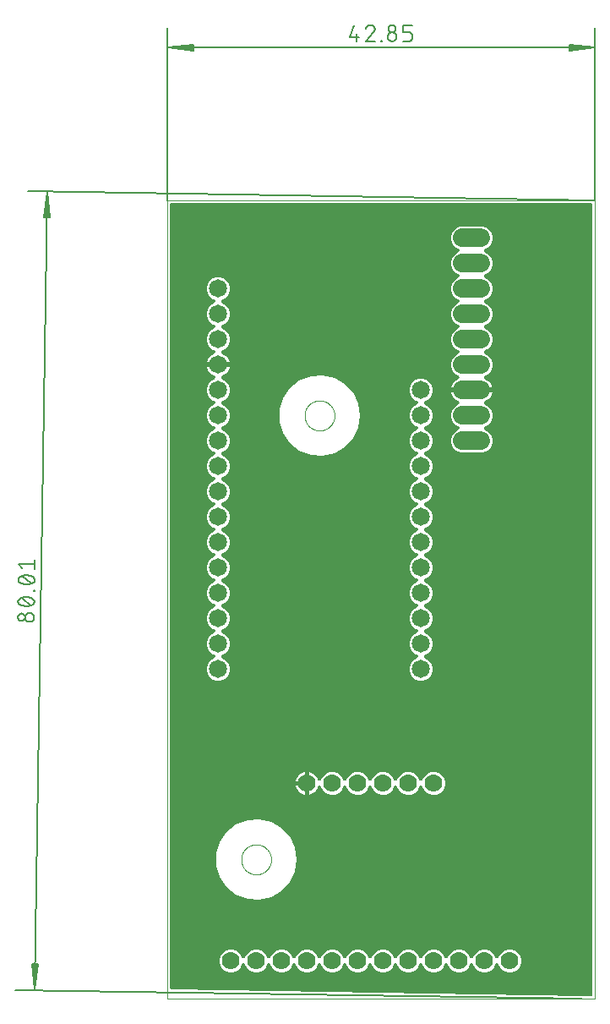
<source format=gtl>
G04 EAGLE Gerber RS-274X export*
G75*
%MOMM*%
%FSLAX34Y34*%
%LPD*%
%INTopLayer*%
%IPPOS*%
%AMOC8*
5,1,8,0,0,1.08239X$1,22.5*%
G01*
%ADD10C,0.000000*%
%ADD11C,0.130000*%
%ADD12C,0.152400*%
%ADD13C,1.812800*%
%ADD14C,1.778000*%
%ADD15C,1.828800*%

G36*
X423946Y2543D02*
X423946Y2543D01*
X423964Y2541D01*
X424146Y2562D01*
X424329Y2581D01*
X424346Y2586D01*
X424363Y2588D01*
X424538Y2645D01*
X424714Y2699D01*
X424729Y2707D01*
X424746Y2713D01*
X424906Y2803D01*
X425068Y2891D01*
X425081Y2902D01*
X425097Y2911D01*
X425236Y3031D01*
X425377Y3148D01*
X425388Y3162D01*
X425402Y3174D01*
X425514Y3319D01*
X425629Y3462D01*
X425637Y3478D01*
X425648Y3492D01*
X425730Y3657D01*
X425815Y3819D01*
X425820Y3836D01*
X425828Y3852D01*
X425875Y4031D01*
X425926Y4206D01*
X425928Y4224D01*
X425932Y4241D01*
X425959Y4572D01*
X425959Y794850D01*
X425959Y794852D01*
X425959Y794853D01*
X425939Y795053D01*
X425919Y795251D01*
X425919Y795252D01*
X425919Y795254D01*
X425860Y795443D01*
X425801Y795635D01*
X425800Y795637D01*
X425800Y795638D01*
X425705Y795813D01*
X425609Y795989D01*
X425608Y795991D01*
X425608Y795992D01*
X425478Y796148D01*
X425352Y796299D01*
X425350Y796300D01*
X425349Y796301D01*
X425192Y796427D01*
X425038Y796551D01*
X425037Y796552D01*
X425035Y796553D01*
X424849Y796649D01*
X424681Y796737D01*
X424679Y796737D01*
X424678Y796738D01*
X424477Y796795D01*
X424294Y796848D01*
X424292Y796848D01*
X424290Y796849D01*
X423960Y796881D01*
X387545Y797459D01*
X387530Y797458D01*
X387512Y797459D01*
X4572Y797459D01*
X4554Y797457D01*
X4536Y797459D01*
X4354Y797438D01*
X4171Y797419D01*
X4154Y797414D01*
X4137Y797412D01*
X3962Y797355D01*
X3786Y797301D01*
X3771Y797293D01*
X3754Y797287D01*
X3594Y797197D01*
X3432Y797109D01*
X3419Y797098D01*
X3403Y797089D01*
X3264Y796969D01*
X3123Y796852D01*
X3112Y796838D01*
X3098Y796826D01*
X2986Y796681D01*
X2871Y796538D01*
X2863Y796522D01*
X2852Y796508D01*
X2770Y796343D01*
X2685Y796181D01*
X2680Y796164D01*
X2672Y796148D01*
X2625Y795969D01*
X2574Y795794D01*
X2572Y795776D01*
X2568Y795759D01*
X2541Y795428D01*
X2541Y11751D01*
X2541Y11749D01*
X2541Y11748D01*
X2561Y11548D01*
X2581Y11350D01*
X2581Y11349D01*
X2581Y11347D01*
X2640Y11157D01*
X2699Y10965D01*
X2700Y10964D01*
X2700Y10962D01*
X2795Y10788D01*
X2891Y10611D01*
X2892Y10610D01*
X2892Y10609D01*
X3022Y10453D01*
X3148Y10302D01*
X3150Y10301D01*
X3151Y10300D01*
X3308Y10173D01*
X3462Y10050D01*
X3463Y10049D01*
X3465Y10048D01*
X3651Y9952D01*
X3819Y9864D01*
X3821Y9864D01*
X3822Y9863D01*
X4023Y9806D01*
X4206Y9753D01*
X4208Y9753D01*
X4210Y9752D01*
X4540Y9720D01*
X417172Y3169D01*
X417182Y3159D01*
X417215Y3131D01*
X417243Y3098D01*
X417369Y3001D01*
X417490Y2899D01*
X417527Y2878D01*
X417561Y2852D01*
X417704Y2781D01*
X417843Y2704D01*
X417883Y2692D01*
X417922Y2672D01*
X418076Y2631D01*
X418227Y2584D01*
X418269Y2579D01*
X418311Y2568D01*
X418582Y2546D01*
X418627Y2541D01*
X418633Y2541D01*
X418641Y2541D01*
X423928Y2541D01*
X423946Y2543D01*
G37*
%LPC*%
G36*
X304658Y612106D02*
X304658Y612106D01*
X304640Y612108D01*
X304623Y612112D01*
X304292Y612139D01*
X284228Y612139D01*
X284259Y612336D01*
X284827Y614086D01*
X285662Y615724D01*
X286743Y617212D01*
X288044Y618513D01*
X289532Y619594D01*
X291215Y620451D01*
X291217Y620452D01*
X291228Y620458D01*
X291313Y620501D01*
X291330Y620512D01*
X291418Y620551D01*
X291492Y620602D01*
X291570Y620645D01*
X291656Y620717D01*
X291748Y620782D01*
X291810Y620847D01*
X291878Y620904D01*
X291948Y620992D01*
X292026Y621073D01*
X292073Y621149D01*
X292129Y621219D01*
X292180Y621319D01*
X292240Y621414D01*
X292272Y621498D01*
X292313Y621577D01*
X292344Y621685D01*
X292384Y621790D01*
X292398Y621879D01*
X292423Y621965D01*
X292431Y622077D01*
X292450Y622188D01*
X292447Y622277D01*
X292454Y622366D01*
X292440Y622477D01*
X292436Y622590D01*
X292416Y622677D01*
X292405Y622766D01*
X292370Y622872D01*
X292344Y622982D01*
X292307Y623063D01*
X292279Y623148D01*
X292223Y623245D01*
X292176Y623348D01*
X292123Y623420D01*
X292079Y623498D01*
X292005Y623582D01*
X291939Y623673D01*
X291873Y623734D01*
X291815Y623801D01*
X291726Y623870D01*
X291643Y623946D01*
X291566Y623992D01*
X291495Y624047D01*
X291371Y624111D01*
X291298Y624154D01*
X291255Y624170D01*
X291200Y624198D01*
X289037Y625094D01*
X285750Y628381D01*
X283971Y632676D01*
X283971Y637324D01*
X285750Y641619D01*
X289037Y644906D01*
X291252Y645823D01*
X291260Y645828D01*
X291269Y645830D01*
X291439Y645923D01*
X291607Y646014D01*
X291614Y646019D01*
X291622Y646024D01*
X291770Y646148D01*
X291918Y646270D01*
X291923Y646277D01*
X291930Y646283D01*
X292050Y646433D01*
X292171Y646583D01*
X292175Y646591D01*
X292181Y646598D01*
X292268Y646767D01*
X292358Y646939D01*
X292361Y646948D01*
X292365Y646956D01*
X292417Y647138D01*
X292471Y647326D01*
X292472Y647335D01*
X292475Y647343D01*
X292489Y647534D01*
X292506Y647727D01*
X292505Y647736D01*
X292506Y647744D01*
X292482Y647935D01*
X292461Y648127D01*
X292458Y648135D01*
X292457Y648144D01*
X292397Y648326D01*
X292338Y648510D01*
X292333Y648518D01*
X292330Y648526D01*
X292236Y648693D01*
X292141Y648862D01*
X292136Y648868D01*
X292131Y648876D01*
X292004Y649022D01*
X291879Y649167D01*
X291872Y649173D01*
X291867Y649180D01*
X291715Y649296D01*
X291562Y649416D01*
X291554Y649420D01*
X291547Y649425D01*
X291252Y649577D01*
X289037Y650494D01*
X285750Y653781D01*
X283971Y658076D01*
X283971Y662724D01*
X285750Y667019D01*
X289037Y670306D01*
X290665Y670980D01*
X291252Y671223D01*
X291260Y671228D01*
X291269Y671230D01*
X291439Y671323D01*
X291607Y671414D01*
X291614Y671419D01*
X291622Y671424D01*
X291770Y671548D01*
X291918Y671670D01*
X291923Y671677D01*
X291930Y671683D01*
X292050Y671833D01*
X292171Y671983D01*
X292175Y671991D01*
X292181Y671998D01*
X292268Y672167D01*
X292358Y672339D01*
X292361Y672348D01*
X292365Y672356D01*
X292417Y672538D01*
X292471Y672726D01*
X292472Y672735D01*
X292475Y672743D01*
X292489Y672934D01*
X292506Y673127D01*
X292505Y673136D01*
X292506Y673144D01*
X292482Y673335D01*
X292461Y673527D01*
X292458Y673535D01*
X292457Y673544D01*
X292397Y673726D01*
X292338Y673910D01*
X292333Y673918D01*
X292330Y673926D01*
X292235Y674094D01*
X292141Y674262D01*
X292136Y674268D01*
X292131Y674276D01*
X292004Y674422D01*
X291879Y674567D01*
X291872Y674573D01*
X291867Y674580D01*
X291714Y674697D01*
X291562Y674816D01*
X291554Y674820D01*
X291547Y674825D01*
X291252Y674977D01*
X289037Y675894D01*
X285750Y679181D01*
X283971Y683476D01*
X283971Y688124D01*
X285750Y692419D01*
X289037Y695706D01*
X291252Y696623D01*
X291260Y696628D01*
X291269Y696630D01*
X291439Y696723D01*
X291607Y696814D01*
X291614Y696819D01*
X291622Y696824D01*
X291770Y696948D01*
X291918Y697070D01*
X291923Y697077D01*
X291930Y697083D01*
X292050Y697233D01*
X292171Y697383D01*
X292175Y697391D01*
X292181Y697398D01*
X292268Y697567D01*
X292358Y697739D01*
X292361Y697748D01*
X292365Y697756D01*
X292417Y697938D01*
X292471Y698126D01*
X292472Y698135D01*
X292475Y698143D01*
X292489Y698334D01*
X292506Y698527D01*
X292505Y698536D01*
X292506Y698544D01*
X292482Y698735D01*
X292461Y698927D01*
X292458Y698935D01*
X292457Y698944D01*
X292397Y699126D01*
X292338Y699310D01*
X292333Y699318D01*
X292330Y699326D01*
X292235Y699494D01*
X292141Y699662D01*
X292136Y699668D01*
X292131Y699676D01*
X292004Y699822D01*
X291879Y699967D01*
X291872Y699973D01*
X291867Y699980D01*
X291714Y700097D01*
X291562Y700216D01*
X291554Y700220D01*
X291547Y700225D01*
X291252Y700377D01*
X289037Y701294D01*
X285750Y704581D01*
X283971Y708876D01*
X283971Y713524D01*
X285750Y717819D01*
X289037Y721106D01*
X291252Y722023D01*
X291260Y722028D01*
X291269Y722030D01*
X291439Y722123D01*
X291607Y722214D01*
X291614Y722219D01*
X291622Y722224D01*
X291770Y722348D01*
X291918Y722470D01*
X291923Y722477D01*
X291930Y722483D01*
X292050Y722633D01*
X292171Y722783D01*
X292175Y722791D01*
X292181Y722798D01*
X292268Y722967D01*
X292358Y723139D01*
X292361Y723148D01*
X292365Y723156D01*
X292417Y723338D01*
X292471Y723526D01*
X292472Y723535D01*
X292475Y723543D01*
X292489Y723734D01*
X292506Y723927D01*
X292505Y723936D01*
X292506Y723944D01*
X292482Y724135D01*
X292461Y724327D01*
X292458Y724335D01*
X292457Y724344D01*
X292397Y724526D01*
X292338Y724710D01*
X292333Y724718D01*
X292330Y724726D01*
X292235Y724894D01*
X292141Y725062D01*
X292136Y725068D01*
X292131Y725076D01*
X292004Y725222D01*
X291879Y725367D01*
X291872Y725373D01*
X291867Y725380D01*
X291714Y725497D01*
X291562Y725616D01*
X291554Y725620D01*
X291547Y725625D01*
X291252Y725777D01*
X289037Y726694D01*
X285750Y729981D01*
X283971Y734276D01*
X283971Y738924D01*
X285750Y743219D01*
X289037Y746506D01*
X291252Y747423D01*
X291260Y747428D01*
X291269Y747430D01*
X291439Y747523D01*
X291607Y747614D01*
X291614Y747619D01*
X291622Y747624D01*
X291770Y747748D01*
X291918Y747870D01*
X291923Y747877D01*
X291930Y747883D01*
X292050Y748033D01*
X292171Y748183D01*
X292175Y748191D01*
X292181Y748198D01*
X292268Y748367D01*
X292358Y748539D01*
X292361Y748548D01*
X292365Y748556D01*
X292417Y748738D01*
X292471Y748926D01*
X292472Y748935D01*
X292475Y748943D01*
X292489Y749134D01*
X292506Y749327D01*
X292505Y749336D01*
X292506Y749344D01*
X292482Y749535D01*
X292461Y749727D01*
X292458Y749735D01*
X292457Y749744D01*
X292397Y749926D01*
X292338Y750110D01*
X292333Y750118D01*
X292330Y750126D01*
X292235Y750294D01*
X292141Y750462D01*
X292136Y750468D01*
X292131Y750476D01*
X292004Y750622D01*
X291879Y750767D01*
X291872Y750773D01*
X291867Y750780D01*
X291714Y750897D01*
X291562Y751016D01*
X291554Y751020D01*
X291547Y751025D01*
X291252Y751177D01*
X289037Y752094D01*
X285750Y755381D01*
X283971Y759676D01*
X283971Y764324D01*
X285750Y768619D01*
X289037Y771906D01*
X290574Y772542D01*
X290574Y772543D01*
X293332Y773685D01*
X316268Y773685D01*
X320563Y771906D01*
X323850Y768619D01*
X325629Y764324D01*
X325629Y759676D01*
X323850Y755381D01*
X320563Y752094D01*
X318348Y751177D01*
X318340Y751172D01*
X318331Y751170D01*
X318163Y751078D01*
X317993Y750986D01*
X317986Y750981D01*
X317978Y750976D01*
X317832Y750853D01*
X317683Y750730D01*
X317677Y750723D01*
X317670Y750717D01*
X317550Y750567D01*
X317429Y750417D01*
X317425Y750409D01*
X317419Y750403D01*
X317331Y750232D01*
X317242Y750061D01*
X317239Y750052D01*
X317235Y750044D01*
X317183Y749860D01*
X317129Y749674D01*
X317128Y749666D01*
X317125Y749657D01*
X317111Y749466D01*
X317094Y749273D01*
X317095Y749264D01*
X317094Y749256D01*
X317117Y749066D01*
X317139Y748873D01*
X317142Y748865D01*
X317143Y748856D01*
X317204Y748672D01*
X317262Y748490D01*
X317267Y748482D01*
X317269Y748474D01*
X317365Y748306D01*
X317459Y748138D01*
X317464Y748132D01*
X317469Y748124D01*
X317595Y747979D01*
X317721Y747833D01*
X317728Y747827D01*
X317733Y747820D01*
X317887Y747703D01*
X318038Y747584D01*
X318045Y747580D01*
X318053Y747575D01*
X318348Y747423D01*
X320563Y746506D01*
X323850Y743219D01*
X325629Y738924D01*
X325629Y734276D01*
X323850Y729981D01*
X320563Y726694D01*
X318348Y725777D01*
X318340Y725772D01*
X318331Y725770D01*
X318163Y725678D01*
X317993Y725586D01*
X317986Y725581D01*
X317978Y725576D01*
X317832Y725453D01*
X317683Y725330D01*
X317677Y725323D01*
X317670Y725317D01*
X317550Y725167D01*
X317429Y725017D01*
X317425Y725009D01*
X317419Y725003D01*
X317331Y724832D01*
X317242Y724661D01*
X317239Y724652D01*
X317235Y724644D01*
X317183Y724460D01*
X317129Y724274D01*
X317128Y724266D01*
X317125Y724257D01*
X317111Y724066D01*
X317094Y723873D01*
X317095Y723864D01*
X317094Y723856D01*
X317117Y723666D01*
X317139Y723473D01*
X317142Y723465D01*
X317143Y723456D01*
X317204Y723272D01*
X317262Y723090D01*
X317267Y723082D01*
X317269Y723074D01*
X317365Y722906D01*
X317459Y722738D01*
X317464Y722732D01*
X317469Y722724D01*
X317595Y722579D01*
X317721Y722433D01*
X317728Y722427D01*
X317733Y722420D01*
X317887Y722303D01*
X318038Y722184D01*
X318045Y722180D01*
X318053Y722175D01*
X318348Y722023D01*
X320563Y721106D01*
X323850Y717819D01*
X325629Y713524D01*
X325629Y708876D01*
X323850Y704581D01*
X320563Y701294D01*
X318348Y700377D01*
X318340Y700372D01*
X318331Y700370D01*
X318163Y700278D01*
X317993Y700186D01*
X317986Y700181D01*
X317978Y700176D01*
X317832Y700053D01*
X317683Y699930D01*
X317677Y699923D01*
X317670Y699917D01*
X317550Y699767D01*
X317429Y699617D01*
X317425Y699609D01*
X317419Y699603D01*
X317331Y699432D01*
X317242Y699261D01*
X317239Y699252D01*
X317235Y699244D01*
X317183Y699060D01*
X317129Y698874D01*
X317128Y698866D01*
X317125Y698857D01*
X317111Y698666D01*
X317094Y698473D01*
X317095Y698464D01*
X317094Y698456D01*
X317117Y698266D01*
X317139Y698073D01*
X317142Y698065D01*
X317143Y698056D01*
X317204Y697872D01*
X317262Y697690D01*
X317267Y697682D01*
X317269Y697674D01*
X317365Y697506D01*
X317459Y697338D01*
X317464Y697332D01*
X317469Y697324D01*
X317595Y697179D01*
X317721Y697033D01*
X317728Y697027D01*
X317733Y697020D01*
X317887Y696903D01*
X318038Y696784D01*
X318045Y696780D01*
X318053Y696775D01*
X318348Y696623D01*
X320563Y695706D01*
X323850Y692419D01*
X325629Y688124D01*
X325629Y683476D01*
X323850Y679181D01*
X320563Y675894D01*
X318348Y674977D01*
X318340Y674972D01*
X318331Y674970D01*
X318163Y674878D01*
X317993Y674786D01*
X317986Y674781D01*
X317978Y674776D01*
X317832Y674653D01*
X317683Y674530D01*
X317677Y674523D01*
X317670Y674517D01*
X317550Y674367D01*
X317429Y674217D01*
X317425Y674209D01*
X317419Y674203D01*
X317331Y674032D01*
X317242Y673861D01*
X317239Y673852D01*
X317235Y673844D01*
X317183Y673660D01*
X317129Y673474D01*
X317128Y673466D01*
X317125Y673457D01*
X317111Y673266D01*
X317094Y673073D01*
X317095Y673064D01*
X317094Y673056D01*
X317117Y672866D01*
X317139Y672673D01*
X317142Y672665D01*
X317143Y672656D01*
X317204Y672472D01*
X317262Y672290D01*
X317267Y672282D01*
X317269Y672274D01*
X317365Y672106D01*
X317459Y671938D01*
X317464Y671932D01*
X317469Y671924D01*
X317595Y671779D01*
X317721Y671633D01*
X317728Y671627D01*
X317733Y671620D01*
X317887Y671503D01*
X318038Y671384D01*
X318045Y671380D01*
X318053Y671375D01*
X318348Y671223D01*
X320563Y670306D01*
X323850Y667019D01*
X325629Y662724D01*
X325629Y658076D01*
X323850Y653781D01*
X320563Y650494D01*
X320218Y650351D01*
X318348Y649577D01*
X318340Y649572D01*
X318331Y649570D01*
X318163Y649478D01*
X317993Y649386D01*
X317986Y649381D01*
X317978Y649376D01*
X317832Y649253D01*
X317683Y649130D01*
X317677Y649123D01*
X317670Y649117D01*
X317550Y648967D01*
X317429Y648817D01*
X317425Y648809D01*
X317419Y648803D01*
X317331Y648632D01*
X317242Y648461D01*
X317239Y648452D01*
X317235Y648444D01*
X317183Y648260D01*
X317129Y648074D01*
X317128Y648066D01*
X317125Y648057D01*
X317111Y647866D01*
X317094Y647673D01*
X317095Y647664D01*
X317094Y647656D01*
X317117Y647466D01*
X317139Y647273D01*
X317142Y647265D01*
X317143Y647256D01*
X317203Y647074D01*
X317262Y646890D01*
X317267Y646882D01*
X317269Y646874D01*
X317365Y646706D01*
X317459Y646538D01*
X317464Y646532D01*
X317469Y646524D01*
X317595Y646379D01*
X317721Y646233D01*
X317728Y646227D01*
X317733Y646220D01*
X317887Y646103D01*
X318038Y645984D01*
X318045Y645980D01*
X318053Y645975D01*
X318348Y645823D01*
X320563Y644906D01*
X323850Y641619D01*
X325629Y637324D01*
X325629Y632676D01*
X323850Y628381D01*
X320563Y625094D01*
X318400Y624198D01*
X318321Y624156D01*
X318238Y624123D01*
X318144Y624061D01*
X318045Y624008D01*
X317976Y623951D01*
X317902Y623902D01*
X317821Y623823D01*
X317734Y623752D01*
X317678Y623682D01*
X317615Y623620D01*
X317552Y623526D01*
X317481Y623439D01*
X317439Y623360D01*
X317389Y623286D01*
X317346Y623182D01*
X317294Y623082D01*
X317269Y622997D01*
X317234Y622915D01*
X317212Y622804D01*
X317181Y622696D01*
X317173Y622607D01*
X317156Y622520D01*
X317156Y622407D01*
X317146Y622295D01*
X317156Y622206D01*
X317156Y622117D01*
X317179Y622007D01*
X317191Y621895D01*
X317218Y621810D01*
X317236Y621723D01*
X317280Y621619D01*
X317314Y621511D01*
X317358Y621434D01*
X317392Y621352D01*
X317456Y621258D01*
X317511Y621160D01*
X317569Y621092D01*
X317619Y621019D01*
X317699Y620940D01*
X317772Y620854D01*
X317843Y620799D01*
X317906Y620737D01*
X318001Y620675D01*
X318090Y620606D01*
X318169Y620566D01*
X318244Y620517D01*
X318308Y620491D01*
X320068Y619594D01*
X321556Y618513D01*
X322857Y617212D01*
X323938Y615724D01*
X324773Y614086D01*
X325341Y612336D01*
X325372Y612139D01*
X305308Y612139D01*
X305290Y612137D01*
X305273Y612139D01*
X305090Y612118D01*
X304908Y612099D01*
X304891Y612094D01*
X304873Y612092D01*
X304795Y612067D01*
X304658Y612106D01*
G37*
%LPD*%
%LPC*%
G36*
X48492Y318595D02*
X48492Y318595D01*
X44226Y320362D01*
X40962Y323626D01*
X39195Y327892D01*
X39195Y332508D01*
X40962Y336774D01*
X44226Y340038D01*
X46605Y341023D01*
X46613Y341028D01*
X46622Y341030D01*
X46792Y341123D01*
X46960Y341214D01*
X46967Y341219D01*
X46975Y341224D01*
X47123Y341348D01*
X47271Y341470D01*
X47276Y341477D01*
X47283Y341483D01*
X47403Y341633D01*
X47524Y341783D01*
X47528Y341791D01*
X47534Y341798D01*
X47621Y341967D01*
X47711Y342139D01*
X47714Y342148D01*
X47718Y342156D01*
X47770Y342338D01*
X47824Y342526D01*
X47825Y342535D01*
X47828Y342543D01*
X47842Y342734D01*
X47859Y342927D01*
X47858Y342936D01*
X47859Y342944D01*
X47835Y343135D01*
X47814Y343327D01*
X47811Y343335D01*
X47810Y343344D01*
X47750Y343526D01*
X47691Y343710D01*
X47686Y343718D01*
X47684Y343726D01*
X47588Y343894D01*
X47494Y344062D01*
X47489Y344068D01*
X47484Y344076D01*
X47357Y344222D01*
X47233Y344367D01*
X47225Y344373D01*
X47220Y344380D01*
X47067Y344497D01*
X46915Y344616D01*
X46907Y344620D01*
X46900Y344625D01*
X46605Y344777D01*
X44226Y345762D01*
X40962Y349026D01*
X39195Y353292D01*
X39195Y357908D01*
X40962Y362174D01*
X44226Y365438D01*
X46289Y366292D01*
X46289Y366293D01*
X46605Y366423D01*
X46613Y366428D01*
X46622Y366430D01*
X46792Y366523D01*
X46960Y366614D01*
X46967Y366619D01*
X46975Y366624D01*
X47123Y366748D01*
X47271Y366870D01*
X47276Y366877D01*
X47283Y366883D01*
X47403Y367033D01*
X47524Y367183D01*
X47528Y367191D01*
X47534Y367198D01*
X47621Y367367D01*
X47711Y367539D01*
X47714Y367548D01*
X47718Y367556D01*
X47770Y367738D01*
X47824Y367926D01*
X47825Y367935D01*
X47828Y367943D01*
X47842Y368134D01*
X47859Y368327D01*
X47858Y368336D01*
X47859Y368344D01*
X47835Y368535D01*
X47814Y368727D01*
X47811Y368735D01*
X47810Y368744D01*
X47750Y368926D01*
X47691Y369110D01*
X47686Y369118D01*
X47684Y369126D01*
X47588Y369294D01*
X47494Y369462D01*
X47489Y369468D01*
X47484Y369476D01*
X47357Y369622D01*
X47233Y369767D01*
X47225Y369773D01*
X47220Y369780D01*
X47067Y369897D01*
X46915Y370016D01*
X46907Y370020D01*
X46900Y370025D01*
X46605Y370177D01*
X44226Y371162D01*
X40962Y374426D01*
X39195Y378692D01*
X39195Y383308D01*
X40962Y387574D01*
X44226Y390838D01*
X46605Y391823D01*
X46613Y391828D01*
X46622Y391830D01*
X46791Y391923D01*
X46960Y392014D01*
X46967Y392019D01*
X46975Y392024D01*
X47122Y392147D01*
X47271Y392270D01*
X47276Y392277D01*
X47283Y392283D01*
X47404Y392434D01*
X47524Y392583D01*
X47528Y392590D01*
X47534Y392598D01*
X47623Y392771D01*
X47711Y392939D01*
X47714Y392948D01*
X47718Y392956D01*
X47771Y393142D01*
X47824Y393326D01*
X47825Y393335D01*
X47828Y393343D01*
X47842Y393534D01*
X47859Y393727D01*
X47858Y393736D01*
X47859Y393744D01*
X47835Y393936D01*
X47814Y394127D01*
X47811Y394135D01*
X47810Y394144D01*
X47750Y394327D01*
X47691Y394510D01*
X47686Y394518D01*
X47684Y394526D01*
X47588Y394693D01*
X47494Y394862D01*
X47489Y394868D01*
X47484Y394876D01*
X47359Y395020D01*
X47233Y395167D01*
X47225Y395173D01*
X47220Y395180D01*
X47067Y395297D01*
X46916Y395416D01*
X46908Y395420D01*
X46900Y395425D01*
X46605Y395577D01*
X44226Y396562D01*
X40962Y399826D01*
X39195Y404092D01*
X39195Y408708D01*
X40962Y412974D01*
X44226Y416238D01*
X46605Y417223D01*
X46613Y417228D01*
X46622Y417230D01*
X46791Y417323D01*
X46960Y417414D01*
X46967Y417419D01*
X46975Y417424D01*
X47122Y417547D01*
X47271Y417670D01*
X47276Y417677D01*
X47283Y417683D01*
X47404Y417834D01*
X47524Y417983D01*
X47528Y417990D01*
X47534Y417998D01*
X47623Y418171D01*
X47711Y418339D01*
X47714Y418348D01*
X47718Y418356D01*
X47771Y418542D01*
X47824Y418726D01*
X47825Y418735D01*
X47828Y418743D01*
X47842Y418934D01*
X47859Y419127D01*
X47858Y419136D01*
X47859Y419144D01*
X47835Y419336D01*
X47814Y419527D01*
X47811Y419535D01*
X47810Y419544D01*
X47750Y419727D01*
X47691Y419910D01*
X47686Y419918D01*
X47684Y419926D01*
X47588Y420093D01*
X47494Y420262D01*
X47489Y420268D01*
X47484Y420276D01*
X47359Y420420D01*
X47233Y420567D01*
X47225Y420573D01*
X47220Y420580D01*
X47067Y420697D01*
X46916Y420816D01*
X46908Y420820D01*
X46900Y420825D01*
X46605Y420977D01*
X44226Y421962D01*
X40962Y425226D01*
X39195Y429492D01*
X39195Y434108D01*
X40962Y438374D01*
X44226Y441638D01*
X46605Y442623D01*
X46613Y442628D01*
X46622Y442630D01*
X46791Y442723D01*
X46960Y442814D01*
X46967Y442819D01*
X46975Y442824D01*
X47122Y442947D01*
X47271Y443070D01*
X47276Y443077D01*
X47283Y443083D01*
X47404Y443234D01*
X47524Y443383D01*
X47528Y443390D01*
X47534Y443398D01*
X47623Y443571D01*
X47711Y443739D01*
X47714Y443748D01*
X47718Y443756D01*
X47771Y443942D01*
X47824Y444126D01*
X47825Y444135D01*
X47828Y444143D01*
X47842Y444334D01*
X47859Y444527D01*
X47858Y444536D01*
X47859Y444544D01*
X47835Y444736D01*
X47814Y444927D01*
X47811Y444935D01*
X47810Y444944D01*
X47750Y445127D01*
X47691Y445310D01*
X47686Y445318D01*
X47684Y445326D01*
X47588Y445493D01*
X47494Y445662D01*
X47489Y445668D01*
X47484Y445676D01*
X47359Y445820D01*
X47233Y445967D01*
X47225Y445973D01*
X47220Y445980D01*
X47067Y446097D01*
X46916Y446216D01*
X46908Y446220D01*
X46900Y446225D01*
X46605Y446377D01*
X44226Y447362D01*
X40962Y450626D01*
X39195Y454892D01*
X39195Y459508D01*
X40962Y463774D01*
X44226Y467038D01*
X46605Y468023D01*
X46613Y468028D01*
X46622Y468030D01*
X46791Y468123D01*
X46960Y468214D01*
X46967Y468219D01*
X46975Y468224D01*
X47122Y468347D01*
X47271Y468470D01*
X47276Y468477D01*
X47283Y468483D01*
X47404Y468634D01*
X47524Y468783D01*
X47528Y468790D01*
X47534Y468798D01*
X47623Y468971D01*
X47711Y469139D01*
X47714Y469148D01*
X47718Y469156D01*
X47771Y469342D01*
X47824Y469526D01*
X47825Y469535D01*
X47828Y469543D01*
X47842Y469734D01*
X47859Y469927D01*
X47858Y469936D01*
X47859Y469944D01*
X47835Y470136D01*
X47814Y470327D01*
X47811Y470335D01*
X47810Y470344D01*
X47750Y470527D01*
X47691Y470710D01*
X47686Y470718D01*
X47684Y470726D01*
X47588Y470893D01*
X47494Y471062D01*
X47489Y471068D01*
X47484Y471076D01*
X47359Y471220D01*
X47233Y471367D01*
X47225Y471373D01*
X47220Y471380D01*
X47067Y471497D01*
X46916Y471616D01*
X46908Y471620D01*
X46900Y471625D01*
X46605Y471777D01*
X44226Y472762D01*
X40962Y476026D01*
X39195Y480292D01*
X39195Y484908D01*
X40962Y489174D01*
X44226Y492438D01*
X46605Y493423D01*
X46613Y493428D01*
X46622Y493430D01*
X46791Y493523D01*
X46960Y493614D01*
X46967Y493619D01*
X46975Y493624D01*
X47122Y493747D01*
X47271Y493870D01*
X47276Y493877D01*
X47283Y493883D01*
X47404Y494034D01*
X47524Y494183D01*
X47528Y494190D01*
X47534Y494198D01*
X47623Y494371D01*
X47711Y494539D01*
X47714Y494548D01*
X47718Y494556D01*
X47771Y494742D01*
X47824Y494926D01*
X47825Y494935D01*
X47828Y494943D01*
X47842Y495134D01*
X47859Y495327D01*
X47858Y495336D01*
X47859Y495344D01*
X47835Y495536D01*
X47814Y495727D01*
X47811Y495735D01*
X47810Y495744D01*
X47750Y495927D01*
X47691Y496110D01*
X47686Y496118D01*
X47684Y496126D01*
X47589Y496293D01*
X47494Y496462D01*
X47489Y496468D01*
X47484Y496476D01*
X47359Y496620D01*
X47233Y496767D01*
X47225Y496773D01*
X47220Y496780D01*
X47067Y496897D01*
X46916Y497016D01*
X46908Y497020D01*
X46900Y497025D01*
X46605Y497177D01*
X44226Y498162D01*
X40962Y501426D01*
X39195Y505692D01*
X39195Y510308D01*
X40962Y514574D01*
X44226Y517838D01*
X46605Y518823D01*
X46613Y518828D01*
X46622Y518830D01*
X46791Y518923D01*
X46960Y519014D01*
X46967Y519019D01*
X46975Y519024D01*
X47122Y519147D01*
X47271Y519270D01*
X47276Y519277D01*
X47283Y519283D01*
X47404Y519434D01*
X47524Y519583D01*
X47528Y519590D01*
X47534Y519598D01*
X47623Y519771D01*
X47711Y519939D01*
X47714Y519948D01*
X47718Y519956D01*
X47771Y520142D01*
X47824Y520326D01*
X47825Y520335D01*
X47828Y520343D01*
X47842Y520534D01*
X47859Y520727D01*
X47858Y520736D01*
X47859Y520744D01*
X47835Y520936D01*
X47814Y521127D01*
X47811Y521135D01*
X47810Y521144D01*
X47750Y521327D01*
X47691Y521510D01*
X47686Y521518D01*
X47684Y521526D01*
X47588Y521693D01*
X47494Y521862D01*
X47489Y521868D01*
X47484Y521876D01*
X47359Y522020D01*
X47233Y522167D01*
X47225Y522173D01*
X47220Y522180D01*
X47067Y522297D01*
X46916Y522416D01*
X46908Y522420D01*
X46900Y522425D01*
X46605Y522577D01*
X44226Y523562D01*
X40962Y526826D01*
X39195Y531092D01*
X39195Y535708D01*
X40962Y539974D01*
X44226Y543238D01*
X46605Y544223D01*
X46613Y544228D01*
X46622Y544230D01*
X46791Y544323D01*
X46960Y544414D01*
X46967Y544419D01*
X46975Y544424D01*
X47122Y544547D01*
X47271Y544670D01*
X47276Y544677D01*
X47283Y544683D01*
X47404Y544834D01*
X47524Y544983D01*
X47528Y544990D01*
X47534Y544998D01*
X47623Y545171D01*
X47711Y545339D01*
X47714Y545348D01*
X47718Y545356D01*
X47771Y545542D01*
X47824Y545726D01*
X47825Y545735D01*
X47828Y545743D01*
X47842Y545934D01*
X47859Y546127D01*
X47858Y546136D01*
X47859Y546144D01*
X47835Y546336D01*
X47814Y546527D01*
X47811Y546535D01*
X47810Y546544D01*
X47750Y546725D01*
X47691Y546910D01*
X47686Y546918D01*
X47684Y546926D01*
X47588Y547093D01*
X47494Y547262D01*
X47489Y547268D01*
X47484Y547276D01*
X47359Y547420D01*
X47233Y547567D01*
X47225Y547573D01*
X47220Y547580D01*
X47067Y547697D01*
X46916Y547816D01*
X46908Y547820D01*
X46900Y547825D01*
X46605Y547977D01*
X44226Y548962D01*
X40962Y552226D01*
X39195Y556492D01*
X39195Y561108D01*
X40962Y565374D01*
X44226Y568638D01*
X46605Y569623D01*
X46613Y569628D01*
X46622Y569630D01*
X46791Y569723D01*
X46960Y569814D01*
X46967Y569819D01*
X46975Y569824D01*
X47122Y569947D01*
X47271Y570070D01*
X47276Y570077D01*
X47283Y570083D01*
X47404Y570234D01*
X47524Y570383D01*
X47528Y570390D01*
X47534Y570398D01*
X47623Y570571D01*
X47711Y570739D01*
X47714Y570748D01*
X47718Y570756D01*
X47770Y570941D01*
X47824Y571126D01*
X47825Y571135D01*
X47828Y571143D01*
X47842Y571331D01*
X47859Y571527D01*
X47858Y571536D01*
X47859Y571544D01*
X47835Y571736D01*
X47814Y571927D01*
X47811Y571935D01*
X47810Y571944D01*
X47750Y572127D01*
X47691Y572310D01*
X47686Y572318D01*
X47684Y572326D01*
X47588Y572493D01*
X47494Y572662D01*
X47489Y572668D01*
X47484Y572676D01*
X47359Y572820D01*
X47233Y572967D01*
X47225Y572973D01*
X47220Y572980D01*
X47067Y573097D01*
X46916Y573216D01*
X46908Y573220D01*
X46900Y573225D01*
X46605Y573377D01*
X44226Y574362D01*
X40962Y577626D01*
X39195Y581892D01*
X39195Y586508D01*
X40962Y590774D01*
X44226Y594038D01*
X46605Y595023D01*
X46613Y595028D01*
X46622Y595030D01*
X46791Y595123D01*
X46960Y595214D01*
X46967Y595219D01*
X46975Y595224D01*
X47122Y595347D01*
X47271Y595470D01*
X47276Y595477D01*
X47283Y595483D01*
X47404Y595634D01*
X47524Y595783D01*
X47528Y595790D01*
X47534Y595798D01*
X47623Y595971D01*
X47711Y596139D01*
X47714Y596148D01*
X47718Y596156D01*
X47771Y596342D01*
X47824Y596526D01*
X47825Y596535D01*
X47828Y596543D01*
X47842Y596734D01*
X47859Y596927D01*
X47858Y596936D01*
X47859Y596944D01*
X47835Y597136D01*
X47814Y597327D01*
X47811Y597335D01*
X47810Y597344D01*
X47750Y597527D01*
X47691Y597710D01*
X47686Y597718D01*
X47684Y597726D01*
X47588Y597893D01*
X47494Y598062D01*
X47489Y598068D01*
X47484Y598076D01*
X47359Y598220D01*
X47233Y598367D01*
X47225Y598373D01*
X47220Y598380D01*
X47067Y598497D01*
X46916Y598616D01*
X46908Y598620D01*
X46900Y598625D01*
X46605Y598777D01*
X44226Y599762D01*
X40962Y603026D01*
X39195Y607292D01*
X39195Y611908D01*
X40962Y616174D01*
X44226Y619438D01*
X46063Y620199D01*
X46575Y620411D01*
X46653Y620453D01*
X46736Y620486D01*
X46831Y620548D01*
X46930Y620601D01*
X46999Y620658D01*
X47073Y620706D01*
X47153Y620786D01*
X47241Y620858D01*
X47296Y620926D01*
X47360Y620989D01*
X47423Y621082D01*
X47494Y621170D01*
X47535Y621249D01*
X47585Y621322D01*
X47629Y621427D01*
X47681Y621527D01*
X47706Y621612D01*
X47740Y621694D01*
X47763Y621804D01*
X47794Y621913D01*
X47802Y622002D01*
X47819Y622089D01*
X47819Y622202D01*
X47829Y622314D01*
X47819Y622402D01*
X47819Y622491D01*
X47797Y622602D01*
X47784Y622714D01*
X47757Y622799D01*
X47739Y622886D01*
X47695Y622990D01*
X47661Y623098D01*
X47617Y623175D01*
X47583Y623257D01*
X47519Y623350D01*
X47464Y623449D01*
X47407Y623517D01*
X47357Y623590D01*
X47276Y623669D01*
X47203Y623755D01*
X47133Y623810D01*
X47069Y623872D01*
X46975Y623933D01*
X46886Y624003D01*
X46806Y624043D01*
X46732Y624091D01*
X46601Y624146D01*
X46526Y624184D01*
X46481Y624196D01*
X46426Y624219D01*
X46345Y624245D01*
X44718Y625075D01*
X43240Y626148D01*
X41948Y627440D01*
X40875Y628918D01*
X40046Y630545D01*
X39481Y632283D01*
X39446Y632501D01*
X50332Y632501D01*
X50350Y632502D01*
X50367Y632501D01*
X50550Y632522D01*
X50732Y632541D01*
X50749Y632546D01*
X50767Y632548D01*
X50808Y632561D01*
X50902Y632534D01*
X50920Y632532D01*
X50937Y632528D01*
X51268Y632501D01*
X62154Y632501D01*
X62119Y632283D01*
X61554Y630545D01*
X60725Y628918D01*
X59652Y627440D01*
X58360Y626148D01*
X56882Y625075D01*
X55255Y624245D01*
X55174Y624219D01*
X55093Y624184D01*
X55008Y624157D01*
X54909Y624103D01*
X54806Y624058D01*
X54733Y624007D01*
X54655Y623964D01*
X54569Y623891D01*
X54476Y623826D01*
X54415Y623762D01*
X54347Y623705D01*
X54276Y623616D01*
X54199Y623535D01*
X54151Y623460D01*
X54096Y623390D01*
X54044Y623289D01*
X53984Y623194D01*
X53953Y623111D01*
X53912Y623032D01*
X53881Y622923D01*
X53841Y622818D01*
X53827Y622730D01*
X53802Y622645D01*
X53794Y622532D01*
X53775Y622420D01*
X53778Y622331D01*
X53771Y622243D01*
X53785Y622131D01*
X53789Y622018D01*
X53809Y621931D01*
X53820Y621843D01*
X53855Y621736D01*
X53881Y621626D01*
X53919Y621545D01*
X53946Y621461D01*
X54002Y621363D01*
X54050Y621260D01*
X54102Y621189D01*
X54146Y621111D01*
X54220Y621026D01*
X54287Y620935D01*
X54352Y620875D01*
X54410Y620808D01*
X54500Y620739D01*
X54583Y620663D01*
X54659Y620617D01*
X54730Y620562D01*
X54855Y620498D01*
X54928Y620454D01*
X54971Y620438D01*
X55025Y620411D01*
X57374Y619438D01*
X60638Y616174D01*
X62405Y611908D01*
X62405Y607292D01*
X60638Y603026D01*
X57374Y599762D01*
X54995Y598777D01*
X54987Y598772D01*
X54978Y598770D01*
X54811Y598678D01*
X54640Y598586D01*
X54633Y598581D01*
X54625Y598576D01*
X54478Y598453D01*
X54329Y598330D01*
X54324Y598323D01*
X54317Y598317D01*
X54197Y598167D01*
X54076Y598017D01*
X54072Y598009D01*
X54066Y598003D01*
X53978Y597832D01*
X53889Y597661D01*
X53886Y597652D01*
X53882Y597644D01*
X53830Y597461D01*
X53776Y597275D01*
X53775Y597265D01*
X53772Y597257D01*
X53758Y597066D01*
X53741Y596873D01*
X53742Y596864D01*
X53741Y596856D01*
X53764Y596666D01*
X53786Y596473D01*
X53789Y596465D01*
X53790Y596456D01*
X53850Y596276D01*
X53909Y596090D01*
X53914Y596082D01*
X53916Y596074D01*
X54011Y595908D01*
X54106Y595739D01*
X54111Y595732D01*
X54116Y595724D01*
X54242Y595579D01*
X54367Y595433D01*
X54374Y595427D01*
X54380Y595420D01*
X54533Y595303D01*
X54684Y595184D01*
X54692Y595180D01*
X54700Y595175D01*
X54995Y595023D01*
X57374Y594038D01*
X60638Y590774D01*
X62405Y586508D01*
X62405Y581892D01*
X60638Y577626D01*
X57374Y574362D01*
X54995Y573377D01*
X54987Y573372D01*
X54978Y573370D01*
X54811Y573278D01*
X54640Y573186D01*
X54633Y573181D01*
X54625Y573176D01*
X54478Y573053D01*
X54329Y572930D01*
X54324Y572923D01*
X54317Y572917D01*
X54197Y572767D01*
X54076Y572617D01*
X54072Y572609D01*
X54066Y572603D01*
X53978Y572432D01*
X53889Y572261D01*
X53886Y572252D01*
X53882Y572244D01*
X53830Y572061D01*
X53776Y571875D01*
X53775Y571865D01*
X53772Y571857D01*
X53758Y571666D01*
X53741Y571473D01*
X53742Y571464D01*
X53741Y571456D01*
X53764Y571266D01*
X53786Y571073D01*
X53789Y571065D01*
X53790Y571056D01*
X53850Y570876D01*
X53909Y570690D01*
X53914Y570682D01*
X53916Y570674D01*
X54011Y570508D01*
X54106Y570339D01*
X54111Y570332D01*
X54116Y570324D01*
X54242Y570179D01*
X54367Y570033D01*
X54374Y570027D01*
X54380Y570020D01*
X54533Y569903D01*
X54684Y569784D01*
X54692Y569780D01*
X54700Y569775D01*
X54995Y569623D01*
X57374Y568638D01*
X60638Y565374D01*
X62405Y561108D01*
X62405Y556492D01*
X60638Y552226D01*
X57374Y548962D01*
X54995Y547977D01*
X54987Y547972D01*
X54978Y547970D01*
X54811Y547878D01*
X54640Y547786D01*
X54633Y547781D01*
X54625Y547776D01*
X54478Y547653D01*
X54329Y547530D01*
X54324Y547523D01*
X54317Y547517D01*
X54197Y547367D01*
X54076Y547217D01*
X54072Y547209D01*
X54066Y547203D01*
X53978Y547032D01*
X53889Y546861D01*
X53886Y546852D01*
X53882Y546844D01*
X53830Y546661D01*
X53776Y546475D01*
X53775Y546465D01*
X53772Y546457D01*
X53758Y546266D01*
X53741Y546073D01*
X53742Y546064D01*
X53741Y546056D01*
X53764Y545866D01*
X53786Y545673D01*
X53789Y545665D01*
X53790Y545656D01*
X53850Y545476D01*
X53909Y545290D01*
X53914Y545282D01*
X53916Y545274D01*
X54011Y545108D01*
X54106Y544939D01*
X54111Y544932D01*
X54116Y544924D01*
X54242Y544779D01*
X54367Y544633D01*
X54374Y544627D01*
X54380Y544620D01*
X54533Y544503D01*
X54684Y544384D01*
X54692Y544380D01*
X54700Y544375D01*
X54995Y544223D01*
X57374Y543238D01*
X60638Y539974D01*
X62405Y535708D01*
X62405Y531092D01*
X60638Y526826D01*
X57374Y523562D01*
X54995Y522577D01*
X54987Y522572D01*
X54978Y522570D01*
X54811Y522478D01*
X54640Y522386D01*
X54633Y522381D01*
X54625Y522376D01*
X54478Y522253D01*
X54329Y522130D01*
X54324Y522123D01*
X54317Y522117D01*
X54197Y521967D01*
X54076Y521817D01*
X54072Y521809D01*
X54066Y521803D01*
X53978Y521632D01*
X53889Y521461D01*
X53886Y521452D01*
X53882Y521444D01*
X53830Y521261D01*
X53776Y521075D01*
X53775Y521065D01*
X53772Y521057D01*
X53758Y520866D01*
X53741Y520673D01*
X53742Y520664D01*
X53741Y520656D01*
X53764Y520466D01*
X53786Y520273D01*
X53789Y520265D01*
X53790Y520256D01*
X53850Y520074D01*
X53909Y519890D01*
X53914Y519882D01*
X53916Y519874D01*
X54011Y519708D01*
X54106Y519539D01*
X54111Y519532D01*
X54116Y519524D01*
X54242Y519379D01*
X54367Y519233D01*
X54374Y519227D01*
X54380Y519220D01*
X54533Y519103D01*
X54684Y518984D01*
X54692Y518980D01*
X54700Y518975D01*
X54995Y518823D01*
X57374Y517838D01*
X60638Y514574D01*
X62405Y510308D01*
X62405Y505692D01*
X60638Y501426D01*
X57374Y498162D01*
X54995Y497177D01*
X54987Y497172D01*
X54978Y497170D01*
X54811Y497078D01*
X54640Y496986D01*
X54633Y496981D01*
X54625Y496976D01*
X54478Y496853D01*
X54329Y496730D01*
X54324Y496723D01*
X54317Y496717D01*
X54197Y496567D01*
X54076Y496417D01*
X54072Y496409D01*
X54066Y496403D01*
X53978Y496232D01*
X53889Y496061D01*
X53886Y496052D01*
X53882Y496044D01*
X53830Y495861D01*
X53776Y495675D01*
X53775Y495665D01*
X53772Y495657D01*
X53758Y495466D01*
X53741Y495273D01*
X53742Y495264D01*
X53741Y495256D01*
X53764Y495066D01*
X53786Y494873D01*
X53789Y494865D01*
X53790Y494856D01*
X53850Y494676D01*
X53909Y494490D01*
X53914Y494482D01*
X53916Y494474D01*
X54011Y494308D01*
X54106Y494139D01*
X54111Y494132D01*
X54116Y494124D01*
X54242Y493979D01*
X54367Y493833D01*
X54374Y493827D01*
X54380Y493820D01*
X54533Y493703D01*
X54684Y493584D01*
X54692Y493580D01*
X54700Y493575D01*
X54995Y493423D01*
X57374Y492438D01*
X60638Y489174D01*
X62405Y484908D01*
X62405Y480292D01*
X60638Y476026D01*
X57374Y472762D01*
X54995Y471777D01*
X54987Y471772D01*
X54978Y471770D01*
X54811Y471678D01*
X54640Y471586D01*
X54633Y471581D01*
X54625Y471576D01*
X54478Y471453D01*
X54329Y471330D01*
X54324Y471323D01*
X54317Y471317D01*
X54197Y471167D01*
X54076Y471017D01*
X54072Y471009D01*
X54066Y471003D01*
X53978Y470832D01*
X53889Y470661D01*
X53886Y470652D01*
X53882Y470644D01*
X53830Y470461D01*
X53776Y470275D01*
X53775Y470265D01*
X53772Y470257D01*
X53758Y470066D01*
X53741Y469873D01*
X53742Y469864D01*
X53741Y469856D01*
X53764Y469666D01*
X53786Y469473D01*
X53789Y469465D01*
X53790Y469456D01*
X53850Y469276D01*
X53909Y469090D01*
X53914Y469082D01*
X53916Y469074D01*
X54011Y468908D01*
X54106Y468739D01*
X54111Y468732D01*
X54116Y468724D01*
X54242Y468579D01*
X54367Y468433D01*
X54374Y468427D01*
X54380Y468420D01*
X54533Y468303D01*
X54684Y468184D01*
X54692Y468180D01*
X54700Y468175D01*
X54995Y468023D01*
X57374Y467038D01*
X60638Y463774D01*
X62405Y459508D01*
X62405Y454892D01*
X60638Y450626D01*
X57374Y447362D01*
X54995Y446377D01*
X54987Y446372D01*
X54978Y446370D01*
X54811Y446278D01*
X54640Y446186D01*
X54633Y446181D01*
X54625Y446176D01*
X54478Y446053D01*
X54329Y445930D01*
X54324Y445923D01*
X54317Y445917D01*
X54197Y445767D01*
X54076Y445617D01*
X54072Y445609D01*
X54066Y445603D01*
X53978Y445432D01*
X53889Y445261D01*
X53886Y445252D01*
X53882Y445244D01*
X53830Y445061D01*
X53776Y444875D01*
X53775Y444865D01*
X53772Y444857D01*
X53758Y444666D01*
X53741Y444473D01*
X53742Y444464D01*
X53741Y444456D01*
X53764Y444266D01*
X53786Y444073D01*
X53789Y444065D01*
X53790Y444056D01*
X53850Y443876D01*
X53909Y443690D01*
X53914Y443682D01*
X53916Y443674D01*
X54011Y443508D01*
X54106Y443339D01*
X54111Y443332D01*
X54116Y443324D01*
X54242Y443179D01*
X54367Y443033D01*
X54374Y443027D01*
X54380Y443020D01*
X54533Y442903D01*
X54684Y442784D01*
X54692Y442780D01*
X54700Y442775D01*
X54995Y442623D01*
X57374Y441638D01*
X60638Y438374D01*
X62405Y434108D01*
X62405Y429492D01*
X60638Y425226D01*
X57374Y421962D01*
X54995Y420977D01*
X54987Y420972D01*
X54978Y420970D01*
X54811Y420878D01*
X54640Y420786D01*
X54633Y420781D01*
X54625Y420776D01*
X54478Y420653D01*
X54329Y420530D01*
X54324Y420523D01*
X54317Y420517D01*
X54197Y420367D01*
X54076Y420217D01*
X54072Y420209D01*
X54066Y420203D01*
X53978Y420032D01*
X53889Y419861D01*
X53886Y419852D01*
X53882Y419844D01*
X53830Y419661D01*
X53776Y419475D01*
X53775Y419465D01*
X53772Y419457D01*
X53758Y419266D01*
X53741Y419073D01*
X53742Y419064D01*
X53741Y419056D01*
X53764Y418866D01*
X53786Y418673D01*
X53789Y418665D01*
X53790Y418656D01*
X53850Y418476D01*
X53909Y418290D01*
X53914Y418282D01*
X53916Y418274D01*
X54011Y418108D01*
X54106Y417939D01*
X54111Y417932D01*
X54116Y417924D01*
X54242Y417779D01*
X54367Y417633D01*
X54374Y417627D01*
X54380Y417620D01*
X54533Y417503D01*
X54684Y417384D01*
X54692Y417380D01*
X54700Y417375D01*
X54995Y417223D01*
X57374Y416238D01*
X60638Y412974D01*
X62405Y408708D01*
X62405Y404092D01*
X60638Y399826D01*
X57374Y396562D01*
X54995Y395577D01*
X54987Y395572D01*
X54978Y395570D01*
X54811Y395478D01*
X54640Y395386D01*
X54633Y395381D01*
X54625Y395376D01*
X54478Y395253D01*
X54329Y395130D01*
X54324Y395123D01*
X54317Y395117D01*
X54197Y394967D01*
X54076Y394817D01*
X54072Y394809D01*
X54066Y394803D01*
X53978Y394632D01*
X53889Y394461D01*
X53886Y394452D01*
X53882Y394444D01*
X53830Y394261D01*
X53776Y394075D01*
X53775Y394065D01*
X53772Y394057D01*
X53758Y393866D01*
X53741Y393673D01*
X53742Y393664D01*
X53741Y393656D01*
X53764Y393466D01*
X53786Y393273D01*
X53789Y393265D01*
X53790Y393256D01*
X53850Y393076D01*
X53909Y392890D01*
X53914Y392882D01*
X53916Y392874D01*
X54011Y392708D01*
X54106Y392539D01*
X54111Y392532D01*
X54116Y392524D01*
X54242Y392379D01*
X54367Y392233D01*
X54374Y392227D01*
X54380Y392220D01*
X54533Y392103D01*
X54684Y391984D01*
X54692Y391980D01*
X54700Y391975D01*
X54995Y391823D01*
X57374Y390838D01*
X60638Y387574D01*
X62405Y383308D01*
X62405Y378692D01*
X60638Y374426D01*
X57374Y371162D01*
X54995Y370177D01*
X54987Y370172D01*
X54978Y370170D01*
X54810Y370078D01*
X54640Y369986D01*
X54633Y369981D01*
X54625Y369976D01*
X54479Y369853D01*
X54329Y369730D01*
X54324Y369723D01*
X54317Y369717D01*
X54197Y369567D01*
X54076Y369417D01*
X54072Y369409D01*
X54066Y369403D01*
X53978Y369232D01*
X53889Y369061D01*
X53886Y369052D01*
X53882Y369044D01*
X53830Y368860D01*
X53776Y368674D01*
X53775Y368666D01*
X53772Y368657D01*
X53758Y368466D01*
X53741Y368273D01*
X53742Y368264D01*
X53741Y368256D01*
X53764Y368066D01*
X53786Y367873D01*
X53789Y367865D01*
X53790Y367856D01*
X53850Y367674D01*
X53909Y367490D01*
X53914Y367482D01*
X53916Y367474D01*
X54014Y367303D01*
X54106Y367138D01*
X54111Y367132D01*
X54116Y367124D01*
X54242Y366979D01*
X54367Y366833D01*
X54375Y366827D01*
X54380Y366820D01*
X54534Y366703D01*
X54684Y366584D01*
X54692Y366580D01*
X54700Y366575D01*
X54995Y366423D01*
X57374Y365438D01*
X60638Y362174D01*
X62405Y357908D01*
X62405Y353292D01*
X60638Y349026D01*
X57374Y345762D01*
X54995Y344777D01*
X54987Y344772D01*
X54978Y344770D01*
X54810Y344678D01*
X54640Y344586D01*
X54633Y344581D01*
X54625Y344576D01*
X54479Y344453D01*
X54329Y344330D01*
X54324Y344323D01*
X54317Y344317D01*
X54197Y344167D01*
X54076Y344017D01*
X54072Y344009D01*
X54066Y344003D01*
X53978Y343831D01*
X53889Y343661D01*
X53886Y343652D01*
X53882Y343644D01*
X53830Y343460D01*
X53776Y343274D01*
X53775Y343266D01*
X53772Y343257D01*
X53758Y343066D01*
X53741Y342873D01*
X53742Y342864D01*
X53741Y342856D01*
X53764Y342666D01*
X53786Y342473D01*
X53789Y342465D01*
X53790Y342456D01*
X53850Y342274D01*
X53909Y342090D01*
X53914Y342082D01*
X53916Y342074D01*
X54012Y341906D01*
X54106Y341738D01*
X54111Y341732D01*
X54116Y341724D01*
X54242Y341579D01*
X54367Y341433D01*
X54375Y341427D01*
X54380Y341420D01*
X54534Y341303D01*
X54684Y341184D01*
X54692Y341180D01*
X54700Y341175D01*
X54995Y341023D01*
X57374Y340038D01*
X60638Y336774D01*
X62405Y332508D01*
X62405Y327892D01*
X60638Y323626D01*
X57374Y320362D01*
X53108Y318595D01*
X48492Y318595D01*
G37*
%LPD*%
%LPC*%
G36*
X251692Y318595D02*
X251692Y318595D01*
X247426Y320362D01*
X244162Y323626D01*
X242395Y327892D01*
X242395Y332508D01*
X244162Y336774D01*
X247426Y340038D01*
X249805Y341023D01*
X249813Y341028D01*
X249822Y341030D01*
X249990Y341122D01*
X250160Y341214D01*
X250167Y341219D01*
X250175Y341224D01*
X250321Y341347D01*
X250471Y341470D01*
X250476Y341477D01*
X250483Y341483D01*
X250603Y341633D01*
X250724Y341783D01*
X250728Y341791D01*
X250734Y341797D01*
X250822Y341968D01*
X250911Y342139D01*
X250914Y342148D01*
X250918Y342156D01*
X250970Y342340D01*
X251024Y342526D01*
X251025Y342534D01*
X251028Y342543D01*
X251042Y342734D01*
X251059Y342927D01*
X251058Y342936D01*
X251059Y342944D01*
X251036Y343134D01*
X251014Y343327D01*
X251011Y343335D01*
X251010Y343344D01*
X250950Y343526D01*
X250891Y343710D01*
X250886Y343718D01*
X250884Y343726D01*
X250788Y343894D01*
X250694Y344062D01*
X250689Y344068D01*
X250684Y344076D01*
X250558Y344221D01*
X250433Y344367D01*
X250425Y344373D01*
X250420Y344380D01*
X250266Y344497D01*
X250116Y344616D01*
X250108Y344620D01*
X250100Y344625D01*
X249805Y344777D01*
X247426Y345762D01*
X244162Y349026D01*
X242395Y353292D01*
X242395Y357908D01*
X244162Y362174D01*
X247426Y365438D01*
X249489Y366292D01*
X249489Y366293D01*
X249805Y366423D01*
X249813Y366428D01*
X249822Y366430D01*
X249990Y366522D01*
X250160Y366614D01*
X250167Y366619D01*
X250175Y366624D01*
X250321Y366747D01*
X250471Y366870D01*
X250476Y366877D01*
X250483Y366883D01*
X250603Y367033D01*
X250724Y367183D01*
X250728Y367191D01*
X250734Y367197D01*
X250822Y367368D01*
X250911Y367539D01*
X250914Y367548D01*
X250918Y367556D01*
X250970Y367740D01*
X251024Y367926D01*
X251025Y367934D01*
X251028Y367943D01*
X251042Y368134D01*
X251059Y368327D01*
X251058Y368336D01*
X251059Y368344D01*
X251036Y368531D01*
X251014Y368727D01*
X251011Y368735D01*
X251010Y368744D01*
X250950Y368926D01*
X250891Y369110D01*
X250886Y369118D01*
X250884Y369126D01*
X250788Y369294D01*
X250694Y369462D01*
X250689Y369468D01*
X250684Y369476D01*
X250558Y369621D01*
X250433Y369767D01*
X250425Y369773D01*
X250420Y369780D01*
X250266Y369897D01*
X250116Y370016D01*
X250108Y370020D01*
X250100Y370025D01*
X249805Y370177D01*
X247426Y371162D01*
X244162Y374426D01*
X242395Y378692D01*
X242395Y383308D01*
X244162Y387574D01*
X247426Y390838D01*
X249805Y391823D01*
X249813Y391828D01*
X249822Y391830D01*
X249990Y391922D01*
X250160Y392014D01*
X250167Y392019D01*
X250175Y392024D01*
X250321Y392147D01*
X250471Y392270D01*
X250476Y392277D01*
X250483Y392283D01*
X250603Y392433D01*
X250724Y392583D01*
X250728Y392591D01*
X250734Y392597D01*
X250822Y392768D01*
X250911Y392939D01*
X250914Y392948D01*
X250918Y392956D01*
X250970Y393140D01*
X251024Y393326D01*
X251025Y393334D01*
X251028Y393343D01*
X251042Y393534D01*
X251059Y393727D01*
X251058Y393736D01*
X251059Y393744D01*
X251036Y393934D01*
X251014Y394127D01*
X251011Y394135D01*
X251010Y394144D01*
X250950Y394326D01*
X250891Y394510D01*
X250886Y394518D01*
X250884Y394526D01*
X250788Y394694D01*
X250694Y394862D01*
X250689Y394868D01*
X250684Y394876D01*
X250558Y395021D01*
X250433Y395167D01*
X250425Y395173D01*
X250420Y395180D01*
X250266Y395297D01*
X250116Y395416D01*
X250108Y395420D01*
X250100Y395425D01*
X249805Y395577D01*
X247426Y396562D01*
X244162Y399826D01*
X242395Y404092D01*
X242395Y408708D01*
X244162Y412974D01*
X247426Y416238D01*
X249805Y417223D01*
X249813Y417228D01*
X249822Y417230D01*
X249990Y417322D01*
X250160Y417414D01*
X250167Y417419D01*
X250175Y417424D01*
X250321Y417547D01*
X250471Y417670D01*
X250476Y417677D01*
X250483Y417683D01*
X250603Y417833D01*
X250724Y417983D01*
X250728Y417991D01*
X250734Y417997D01*
X250822Y418168D01*
X250911Y418339D01*
X250914Y418348D01*
X250918Y418356D01*
X250970Y418540D01*
X251024Y418726D01*
X251025Y418734D01*
X251028Y418743D01*
X251042Y418934D01*
X251059Y419127D01*
X251058Y419136D01*
X251059Y419144D01*
X251036Y419334D01*
X251014Y419527D01*
X251011Y419535D01*
X251010Y419544D01*
X250950Y419726D01*
X250891Y419910D01*
X250886Y419918D01*
X250884Y419926D01*
X250788Y420094D01*
X250694Y420262D01*
X250689Y420268D01*
X250684Y420276D01*
X250558Y420421D01*
X250433Y420567D01*
X250425Y420573D01*
X250420Y420580D01*
X250266Y420697D01*
X250116Y420816D01*
X250108Y420820D01*
X250100Y420825D01*
X249805Y420977D01*
X247426Y421962D01*
X244162Y425226D01*
X242395Y429492D01*
X242395Y434108D01*
X244162Y438374D01*
X247426Y441638D01*
X249805Y442623D01*
X249813Y442628D01*
X249822Y442630D01*
X249990Y442722D01*
X250160Y442814D01*
X250167Y442819D01*
X250175Y442824D01*
X250321Y442947D01*
X250471Y443070D01*
X250476Y443077D01*
X250483Y443083D01*
X250603Y443233D01*
X250724Y443383D01*
X250728Y443391D01*
X250734Y443397D01*
X250822Y443568D01*
X250911Y443739D01*
X250914Y443748D01*
X250918Y443756D01*
X250970Y443940D01*
X251024Y444126D01*
X251025Y444134D01*
X251028Y444143D01*
X251042Y444334D01*
X251059Y444527D01*
X251058Y444536D01*
X251059Y444544D01*
X251036Y444734D01*
X251014Y444927D01*
X251011Y444935D01*
X251010Y444944D01*
X250950Y445126D01*
X250891Y445310D01*
X250886Y445318D01*
X250884Y445326D01*
X250788Y445494D01*
X250694Y445662D01*
X250689Y445668D01*
X250684Y445676D01*
X250558Y445821D01*
X250433Y445967D01*
X250425Y445973D01*
X250420Y445980D01*
X250266Y446097D01*
X250116Y446216D01*
X250108Y446220D01*
X250100Y446225D01*
X249805Y446377D01*
X247426Y447362D01*
X244162Y450626D01*
X242395Y454892D01*
X242395Y459508D01*
X244162Y463774D01*
X247426Y467038D01*
X249399Y467855D01*
X249805Y468023D01*
X249813Y468028D01*
X249822Y468030D01*
X249990Y468122D01*
X250160Y468214D01*
X250167Y468219D01*
X250175Y468224D01*
X250321Y468347D01*
X250471Y468470D01*
X250476Y468477D01*
X250483Y468483D01*
X250603Y468633D01*
X250724Y468783D01*
X250728Y468791D01*
X250734Y468797D01*
X250822Y468968D01*
X250911Y469139D01*
X250914Y469148D01*
X250918Y469156D01*
X250970Y469340D01*
X251024Y469526D01*
X251025Y469534D01*
X251028Y469543D01*
X251042Y469734D01*
X251059Y469927D01*
X251058Y469936D01*
X251059Y469944D01*
X251036Y470134D01*
X251014Y470327D01*
X251011Y470335D01*
X251010Y470344D01*
X250950Y470526D01*
X250891Y470710D01*
X250886Y470718D01*
X250884Y470726D01*
X250788Y470894D01*
X250694Y471062D01*
X250689Y471068D01*
X250684Y471076D01*
X250558Y471221D01*
X250433Y471367D01*
X250425Y471373D01*
X250420Y471380D01*
X250266Y471497D01*
X250116Y471616D01*
X250108Y471620D01*
X250100Y471625D01*
X249805Y471777D01*
X247426Y472762D01*
X244162Y476026D01*
X242395Y480292D01*
X242395Y484908D01*
X244162Y489174D01*
X247426Y492438D01*
X249805Y493423D01*
X249813Y493428D01*
X249822Y493430D01*
X249990Y493522D01*
X250160Y493614D01*
X250167Y493619D01*
X250175Y493624D01*
X250321Y493747D01*
X250471Y493870D01*
X250476Y493877D01*
X250483Y493883D01*
X250603Y494033D01*
X250724Y494183D01*
X250728Y494191D01*
X250734Y494197D01*
X250822Y494368D01*
X250911Y494539D01*
X250914Y494548D01*
X250918Y494556D01*
X250970Y494740D01*
X251024Y494926D01*
X251025Y494934D01*
X251028Y494943D01*
X251042Y495134D01*
X251059Y495327D01*
X251058Y495336D01*
X251059Y495344D01*
X251036Y495534D01*
X251014Y495727D01*
X251011Y495735D01*
X251010Y495744D01*
X250950Y495926D01*
X250891Y496110D01*
X250886Y496118D01*
X250884Y496126D01*
X250788Y496294D01*
X250694Y496462D01*
X250689Y496468D01*
X250684Y496476D01*
X250558Y496621D01*
X250433Y496767D01*
X250425Y496773D01*
X250420Y496780D01*
X250266Y496897D01*
X250116Y497016D01*
X250108Y497020D01*
X250100Y497025D01*
X249805Y497177D01*
X247426Y498162D01*
X244162Y501426D01*
X242395Y505692D01*
X242395Y510308D01*
X244162Y514574D01*
X247426Y517838D01*
X249805Y518823D01*
X249813Y518828D01*
X249822Y518830D01*
X249990Y518922D01*
X250160Y519014D01*
X250167Y519019D01*
X250175Y519024D01*
X250321Y519147D01*
X250471Y519270D01*
X250476Y519277D01*
X250483Y519283D01*
X250603Y519433D01*
X250724Y519583D01*
X250728Y519591D01*
X250734Y519597D01*
X250822Y519768D01*
X250911Y519939D01*
X250914Y519948D01*
X250918Y519956D01*
X250970Y520140D01*
X251024Y520326D01*
X251025Y520334D01*
X251028Y520343D01*
X251042Y520534D01*
X251059Y520727D01*
X251058Y520736D01*
X251059Y520744D01*
X251036Y520934D01*
X251014Y521127D01*
X251011Y521135D01*
X251010Y521144D01*
X250950Y521326D01*
X250891Y521510D01*
X250886Y521518D01*
X250884Y521526D01*
X250788Y521694D01*
X250694Y521862D01*
X250689Y521868D01*
X250684Y521876D01*
X250558Y522021D01*
X250433Y522167D01*
X250425Y522173D01*
X250420Y522180D01*
X250266Y522297D01*
X250116Y522416D01*
X250108Y522420D01*
X250100Y522425D01*
X249805Y522577D01*
X247426Y523562D01*
X244162Y526826D01*
X242395Y531092D01*
X242395Y535708D01*
X244162Y539974D01*
X247426Y543238D01*
X249805Y544223D01*
X249813Y544228D01*
X249822Y544230D01*
X249990Y544322D01*
X250160Y544414D01*
X250167Y544419D01*
X250175Y544424D01*
X250321Y544547D01*
X250471Y544670D01*
X250476Y544677D01*
X250483Y544683D01*
X250603Y544833D01*
X250724Y544983D01*
X250728Y544991D01*
X250734Y544997D01*
X250822Y545168D01*
X250911Y545339D01*
X250914Y545348D01*
X250918Y545356D01*
X250970Y545540D01*
X251024Y545726D01*
X251025Y545734D01*
X251028Y545743D01*
X251042Y545934D01*
X251059Y546127D01*
X251058Y546136D01*
X251059Y546144D01*
X251036Y546334D01*
X251014Y546527D01*
X251011Y546535D01*
X251010Y546544D01*
X250950Y546725D01*
X250891Y546910D01*
X250886Y546918D01*
X250884Y546926D01*
X250788Y547094D01*
X250694Y547262D01*
X250689Y547268D01*
X250684Y547276D01*
X250558Y547421D01*
X250433Y547567D01*
X250425Y547573D01*
X250420Y547580D01*
X250266Y547697D01*
X250116Y547816D01*
X250108Y547820D01*
X250100Y547825D01*
X249805Y547977D01*
X247426Y548962D01*
X244162Y552226D01*
X242395Y556492D01*
X242395Y561108D01*
X244162Y565374D01*
X247426Y568638D01*
X249308Y569417D01*
X249308Y569418D01*
X249805Y569623D01*
X249813Y569628D01*
X249822Y569630D01*
X249990Y569722D01*
X250160Y569814D01*
X250167Y569819D01*
X250175Y569824D01*
X250321Y569947D01*
X250471Y570070D01*
X250476Y570077D01*
X250483Y570083D01*
X250603Y570233D01*
X250724Y570383D01*
X250728Y570391D01*
X250734Y570397D01*
X250822Y570568D01*
X250911Y570739D01*
X250914Y570748D01*
X250918Y570756D01*
X250970Y570940D01*
X251024Y571126D01*
X251025Y571134D01*
X251028Y571143D01*
X251042Y571334D01*
X251059Y571527D01*
X251058Y571536D01*
X251059Y571544D01*
X251036Y571734D01*
X251014Y571927D01*
X251011Y571935D01*
X251010Y571944D01*
X250950Y572126D01*
X250891Y572310D01*
X250886Y572318D01*
X250884Y572326D01*
X250788Y572494D01*
X250694Y572662D01*
X250689Y572668D01*
X250684Y572676D01*
X250558Y572821D01*
X250433Y572967D01*
X250425Y572973D01*
X250420Y572980D01*
X250266Y573097D01*
X250116Y573216D01*
X250108Y573220D01*
X250100Y573225D01*
X249805Y573377D01*
X247426Y574362D01*
X244162Y577626D01*
X242395Y581892D01*
X242395Y586508D01*
X244162Y590774D01*
X247426Y594038D01*
X249805Y595023D01*
X249813Y595028D01*
X249822Y595030D01*
X249990Y595122D01*
X250160Y595214D01*
X250167Y595219D01*
X250175Y595224D01*
X250321Y595347D01*
X250471Y595470D01*
X250476Y595477D01*
X250483Y595483D01*
X250603Y595633D01*
X250724Y595783D01*
X250728Y595791D01*
X250734Y595797D01*
X250822Y595968D01*
X250911Y596139D01*
X250914Y596148D01*
X250918Y596156D01*
X250970Y596340D01*
X251024Y596526D01*
X251025Y596534D01*
X251028Y596543D01*
X251042Y596734D01*
X251059Y596927D01*
X251058Y596936D01*
X251059Y596944D01*
X251036Y597134D01*
X251014Y597327D01*
X251011Y597335D01*
X251010Y597344D01*
X250950Y597526D01*
X250891Y597710D01*
X250886Y597718D01*
X250884Y597726D01*
X250788Y597894D01*
X250694Y598062D01*
X250689Y598068D01*
X250684Y598076D01*
X250558Y598221D01*
X250433Y598367D01*
X250425Y598373D01*
X250420Y598380D01*
X250266Y598497D01*
X250116Y598616D01*
X250108Y598620D01*
X250100Y598625D01*
X249805Y598777D01*
X247426Y599762D01*
X244162Y603026D01*
X242395Y607292D01*
X242395Y611908D01*
X244162Y616174D01*
X247426Y619438D01*
X251692Y621205D01*
X256308Y621205D01*
X260574Y619438D01*
X263838Y616174D01*
X265605Y611908D01*
X265605Y607292D01*
X263838Y603026D01*
X260574Y599762D01*
X258195Y598777D01*
X258187Y598772D01*
X258178Y598770D01*
X258008Y598677D01*
X257840Y598586D01*
X257833Y598581D01*
X257825Y598576D01*
X257677Y598452D01*
X257529Y598330D01*
X257524Y598323D01*
X257517Y598317D01*
X257397Y598167D01*
X257276Y598017D01*
X257272Y598009D01*
X257266Y598002D01*
X257179Y597833D01*
X257089Y597661D01*
X257086Y597652D01*
X257082Y597644D01*
X257030Y597462D01*
X256976Y597274D01*
X256975Y597265D01*
X256972Y597257D01*
X256958Y597066D01*
X256941Y596873D01*
X256942Y596864D01*
X256941Y596856D01*
X256965Y596665D01*
X256986Y596473D01*
X256989Y596465D01*
X256990Y596456D01*
X257050Y596273D01*
X257109Y596090D01*
X257114Y596082D01*
X257116Y596074D01*
X257212Y595906D01*
X257306Y595738D01*
X257311Y595732D01*
X257316Y595724D01*
X257443Y595578D01*
X257567Y595433D01*
X257575Y595427D01*
X257580Y595420D01*
X257733Y595303D01*
X257885Y595184D01*
X257893Y595180D01*
X257900Y595175D01*
X258195Y595023D01*
X260574Y594038D01*
X263838Y590774D01*
X265605Y586508D01*
X265605Y581892D01*
X263838Y577626D01*
X260574Y574362D01*
X258195Y573377D01*
X258187Y573372D01*
X258178Y573370D01*
X258008Y573277D01*
X257840Y573186D01*
X257833Y573181D01*
X257825Y573176D01*
X257677Y573052D01*
X257529Y572930D01*
X257524Y572923D01*
X257517Y572917D01*
X257397Y572767D01*
X257276Y572617D01*
X257272Y572609D01*
X257266Y572602D01*
X257179Y572433D01*
X257089Y572261D01*
X257086Y572252D01*
X257082Y572244D01*
X257030Y572062D01*
X256976Y571874D01*
X256975Y571865D01*
X256972Y571857D01*
X256958Y571666D01*
X256941Y571473D01*
X256942Y571464D01*
X256941Y571456D01*
X256965Y571265D01*
X256986Y571073D01*
X256989Y571065D01*
X256990Y571056D01*
X257050Y570874D01*
X257109Y570690D01*
X257114Y570682D01*
X257116Y570674D01*
X257212Y570506D01*
X257306Y570338D01*
X257311Y570332D01*
X257316Y570324D01*
X257443Y570178D01*
X257567Y570033D01*
X257575Y570027D01*
X257580Y570020D01*
X257733Y569903D01*
X257885Y569784D01*
X257893Y569780D01*
X257900Y569775D01*
X258195Y569623D01*
X260574Y568638D01*
X263838Y565374D01*
X265605Y561108D01*
X265605Y556492D01*
X263838Y552226D01*
X260574Y548962D01*
X258195Y547977D01*
X258187Y547972D01*
X258178Y547970D01*
X258008Y547877D01*
X257840Y547786D01*
X257833Y547781D01*
X257825Y547776D01*
X257677Y547652D01*
X257529Y547530D01*
X257524Y547523D01*
X257517Y547517D01*
X257397Y547367D01*
X257276Y547217D01*
X257272Y547209D01*
X257266Y547202D01*
X257179Y547033D01*
X257089Y546861D01*
X257086Y546852D01*
X257082Y546844D01*
X257030Y546662D01*
X256976Y546474D01*
X256975Y546465D01*
X256972Y546457D01*
X256958Y546266D01*
X256941Y546073D01*
X256942Y546064D01*
X256941Y546056D01*
X256965Y545865D01*
X256986Y545673D01*
X256989Y545665D01*
X256990Y545656D01*
X257050Y545474D01*
X257109Y545290D01*
X257114Y545282D01*
X257116Y545274D01*
X257212Y545106D01*
X257306Y544938D01*
X257311Y544932D01*
X257316Y544924D01*
X257443Y544778D01*
X257567Y544633D01*
X257575Y544627D01*
X257580Y544620D01*
X257733Y544503D01*
X257885Y544384D01*
X257893Y544380D01*
X257900Y544375D01*
X258195Y544223D01*
X260574Y543238D01*
X263838Y539974D01*
X265605Y535708D01*
X265605Y531092D01*
X263838Y526826D01*
X260574Y523562D01*
X258195Y522577D01*
X258187Y522572D01*
X258178Y522570D01*
X258008Y522477D01*
X257840Y522386D01*
X257833Y522381D01*
X257825Y522376D01*
X257677Y522252D01*
X257529Y522130D01*
X257524Y522123D01*
X257517Y522117D01*
X257397Y521967D01*
X257276Y521817D01*
X257272Y521809D01*
X257266Y521802D01*
X257179Y521633D01*
X257089Y521461D01*
X257086Y521452D01*
X257082Y521444D01*
X257030Y521262D01*
X256976Y521074D01*
X256975Y521065D01*
X256972Y521057D01*
X256958Y520866D01*
X256941Y520673D01*
X256942Y520664D01*
X256941Y520656D01*
X256965Y520465D01*
X256986Y520273D01*
X256989Y520265D01*
X256990Y520256D01*
X257050Y520074D01*
X257109Y519890D01*
X257114Y519882D01*
X257116Y519874D01*
X257212Y519706D01*
X257306Y519538D01*
X257311Y519532D01*
X257316Y519524D01*
X257443Y519378D01*
X257567Y519233D01*
X257575Y519227D01*
X257580Y519220D01*
X257733Y519103D01*
X257885Y518984D01*
X257893Y518980D01*
X257900Y518975D01*
X258195Y518823D01*
X260574Y517838D01*
X263838Y514574D01*
X265605Y510308D01*
X265605Y505692D01*
X263838Y501426D01*
X260574Y498162D01*
X258195Y497177D01*
X258187Y497172D01*
X258178Y497170D01*
X258008Y497077D01*
X257840Y496986D01*
X257833Y496981D01*
X257825Y496976D01*
X257677Y496852D01*
X257529Y496730D01*
X257524Y496723D01*
X257517Y496717D01*
X257397Y496567D01*
X257276Y496417D01*
X257272Y496409D01*
X257266Y496402D01*
X257179Y496233D01*
X257089Y496061D01*
X257086Y496052D01*
X257082Y496044D01*
X257030Y495862D01*
X256976Y495674D01*
X256975Y495665D01*
X256972Y495657D01*
X256958Y495466D01*
X256941Y495273D01*
X256942Y495264D01*
X256941Y495256D01*
X256965Y495065D01*
X256986Y494873D01*
X256989Y494865D01*
X256990Y494856D01*
X257050Y494674D01*
X257109Y494490D01*
X257114Y494482D01*
X257116Y494474D01*
X257212Y494306D01*
X257306Y494138D01*
X257311Y494132D01*
X257316Y494124D01*
X257443Y493978D01*
X257567Y493833D01*
X257575Y493827D01*
X257580Y493820D01*
X257733Y493703D01*
X257885Y493584D01*
X257893Y493580D01*
X257900Y493575D01*
X258195Y493423D01*
X260574Y492438D01*
X263838Y489174D01*
X265605Y484908D01*
X265605Y480292D01*
X263838Y476026D01*
X260574Y472762D01*
X258195Y471777D01*
X258187Y471772D01*
X258178Y471770D01*
X258008Y471677D01*
X257840Y471586D01*
X257833Y471581D01*
X257825Y471576D01*
X257677Y471452D01*
X257529Y471330D01*
X257524Y471323D01*
X257517Y471317D01*
X257397Y471167D01*
X257276Y471017D01*
X257272Y471009D01*
X257266Y471002D01*
X257179Y470833D01*
X257089Y470661D01*
X257086Y470652D01*
X257082Y470644D01*
X257030Y470462D01*
X256976Y470274D01*
X256975Y470265D01*
X256972Y470257D01*
X256958Y470066D01*
X256941Y469873D01*
X256942Y469864D01*
X256941Y469856D01*
X256965Y469665D01*
X256986Y469473D01*
X256989Y469465D01*
X256990Y469456D01*
X257050Y469274D01*
X257109Y469090D01*
X257114Y469082D01*
X257116Y469074D01*
X257212Y468906D01*
X257306Y468738D01*
X257311Y468732D01*
X257316Y468724D01*
X257443Y468578D01*
X257567Y468433D01*
X257575Y468427D01*
X257580Y468420D01*
X257733Y468303D01*
X257885Y468184D01*
X257893Y468180D01*
X257900Y468175D01*
X258195Y468023D01*
X260574Y467038D01*
X263838Y463774D01*
X265605Y459508D01*
X265605Y454892D01*
X263838Y450626D01*
X260574Y447362D01*
X258195Y446377D01*
X258187Y446372D01*
X258178Y446370D01*
X258008Y446277D01*
X257840Y446186D01*
X257833Y446181D01*
X257825Y446176D01*
X257677Y446052D01*
X257529Y445930D01*
X257524Y445923D01*
X257517Y445917D01*
X257397Y445767D01*
X257276Y445617D01*
X257272Y445609D01*
X257266Y445602D01*
X257179Y445433D01*
X257089Y445261D01*
X257086Y445252D01*
X257082Y445244D01*
X257030Y445062D01*
X256976Y444874D01*
X256975Y444865D01*
X256972Y444857D01*
X256958Y444666D01*
X256941Y444473D01*
X256942Y444464D01*
X256941Y444456D01*
X256965Y444265D01*
X256986Y444073D01*
X256989Y444065D01*
X256990Y444056D01*
X257050Y443874D01*
X257109Y443690D01*
X257114Y443682D01*
X257116Y443674D01*
X257212Y443506D01*
X257306Y443338D01*
X257311Y443332D01*
X257316Y443324D01*
X257443Y443178D01*
X257567Y443033D01*
X257575Y443027D01*
X257580Y443020D01*
X257733Y442903D01*
X257885Y442784D01*
X257893Y442780D01*
X257900Y442775D01*
X258195Y442623D01*
X260574Y441638D01*
X263838Y438374D01*
X265605Y434108D01*
X265605Y429492D01*
X263838Y425226D01*
X260574Y421962D01*
X258195Y420977D01*
X258187Y420972D01*
X258178Y420970D01*
X258008Y420877D01*
X257840Y420786D01*
X257833Y420781D01*
X257825Y420776D01*
X257677Y420652D01*
X257529Y420530D01*
X257524Y420523D01*
X257517Y420517D01*
X257397Y420367D01*
X257276Y420217D01*
X257272Y420209D01*
X257266Y420202D01*
X257179Y420033D01*
X257089Y419861D01*
X257086Y419852D01*
X257082Y419844D01*
X257030Y419662D01*
X256976Y419474D01*
X256975Y419465D01*
X256972Y419457D01*
X256958Y419266D01*
X256941Y419073D01*
X256942Y419064D01*
X256941Y419056D01*
X256965Y418865D01*
X256986Y418673D01*
X256989Y418665D01*
X256990Y418656D01*
X257050Y418474D01*
X257109Y418290D01*
X257114Y418282D01*
X257116Y418274D01*
X257212Y418106D01*
X257306Y417938D01*
X257311Y417932D01*
X257316Y417924D01*
X257443Y417778D01*
X257567Y417633D01*
X257575Y417627D01*
X257580Y417620D01*
X257733Y417503D01*
X257885Y417384D01*
X257893Y417380D01*
X257900Y417375D01*
X258195Y417223D01*
X260574Y416238D01*
X263838Y412974D01*
X265605Y408708D01*
X265605Y404092D01*
X263838Y399826D01*
X260574Y396562D01*
X258195Y395577D01*
X258187Y395572D01*
X258178Y395570D01*
X258008Y395477D01*
X257840Y395386D01*
X257833Y395381D01*
X257825Y395376D01*
X257677Y395252D01*
X257529Y395130D01*
X257524Y395123D01*
X257517Y395117D01*
X257397Y394967D01*
X257276Y394817D01*
X257272Y394809D01*
X257266Y394802D01*
X257179Y394633D01*
X257089Y394461D01*
X257086Y394452D01*
X257082Y394444D01*
X257030Y394261D01*
X256976Y394074D01*
X256975Y394065D01*
X256972Y394057D01*
X256958Y393866D01*
X256941Y393673D01*
X256942Y393664D01*
X256941Y393656D01*
X256965Y393465D01*
X256986Y393273D01*
X256989Y393265D01*
X256990Y393256D01*
X257050Y393074D01*
X257109Y392890D01*
X257114Y392882D01*
X257116Y392874D01*
X257212Y392706D01*
X257306Y392538D01*
X257311Y392532D01*
X257316Y392524D01*
X257443Y392378D01*
X257567Y392233D01*
X257575Y392227D01*
X257580Y392220D01*
X257733Y392103D01*
X257885Y391984D01*
X257893Y391980D01*
X257900Y391975D01*
X258195Y391823D01*
X260574Y390838D01*
X263838Y387574D01*
X265605Y383308D01*
X265605Y378692D01*
X263838Y374426D01*
X260574Y371162D01*
X258195Y370177D01*
X258187Y370172D01*
X258178Y370170D01*
X258008Y370077D01*
X257840Y369986D01*
X257833Y369981D01*
X257825Y369976D01*
X257677Y369852D01*
X257529Y369730D01*
X257524Y369723D01*
X257517Y369717D01*
X257397Y369567D01*
X257276Y369417D01*
X257272Y369409D01*
X257266Y369402D01*
X257179Y369233D01*
X257089Y369061D01*
X257086Y369052D01*
X257082Y369044D01*
X257030Y368862D01*
X256976Y368674D01*
X256975Y368665D01*
X256972Y368657D01*
X256958Y368466D01*
X256941Y368273D01*
X256942Y368264D01*
X256941Y368256D01*
X256965Y368065D01*
X256986Y367873D01*
X256989Y367865D01*
X256990Y367856D01*
X257050Y367674D01*
X257109Y367490D01*
X257114Y367482D01*
X257116Y367474D01*
X257212Y367306D01*
X257306Y367138D01*
X257311Y367132D01*
X257316Y367124D01*
X257443Y366978D01*
X257567Y366833D01*
X257575Y366827D01*
X257580Y366820D01*
X257733Y366703D01*
X257885Y366584D01*
X257893Y366580D01*
X257900Y366575D01*
X258195Y366423D01*
X260574Y365438D01*
X263838Y362174D01*
X265605Y357908D01*
X265605Y353292D01*
X263838Y349026D01*
X260574Y345762D01*
X260337Y345664D01*
X258195Y344777D01*
X258187Y344772D01*
X258178Y344770D01*
X258008Y344677D01*
X257840Y344586D01*
X257833Y344581D01*
X257825Y344576D01*
X257677Y344452D01*
X257529Y344330D01*
X257524Y344323D01*
X257517Y344317D01*
X257397Y344167D01*
X257276Y344017D01*
X257272Y344009D01*
X257266Y344002D01*
X257179Y343833D01*
X257089Y343661D01*
X257086Y343652D01*
X257082Y343644D01*
X257030Y343462D01*
X256976Y343274D01*
X256975Y343265D01*
X256972Y343257D01*
X256958Y343066D01*
X256941Y342873D01*
X256942Y342864D01*
X256941Y342856D01*
X256965Y342665D01*
X256986Y342473D01*
X256989Y342465D01*
X256990Y342456D01*
X257050Y342274D01*
X257109Y342090D01*
X257114Y342082D01*
X257116Y342074D01*
X257212Y341906D01*
X257306Y341738D01*
X257311Y341732D01*
X257316Y341724D01*
X257443Y341578D01*
X257567Y341433D01*
X257575Y341427D01*
X257580Y341420D01*
X257733Y341303D01*
X257885Y341184D01*
X257893Y341180D01*
X257900Y341175D01*
X258195Y341023D01*
X260574Y340038D01*
X263838Y336774D01*
X265605Y332508D01*
X265605Y327892D01*
X263838Y323626D01*
X260574Y320362D01*
X256308Y318595D01*
X251692Y318595D01*
G37*
%LPD*%
%LPC*%
G36*
X61226Y26669D02*
X61226Y26669D01*
X57025Y28409D01*
X53809Y31625D01*
X52069Y35826D01*
X52069Y40374D01*
X53809Y44575D01*
X57025Y47791D01*
X61226Y49531D01*
X65774Y49531D01*
X69975Y47791D01*
X73191Y44575D01*
X74323Y41840D01*
X74328Y41832D01*
X74330Y41824D01*
X74424Y41653D01*
X74514Y41485D01*
X74519Y41478D01*
X74524Y41470D01*
X74648Y41322D01*
X74770Y41175D01*
X74777Y41169D01*
X74783Y41162D01*
X74933Y41042D01*
X75083Y40921D01*
X75091Y40917D01*
X75098Y40911D01*
X75270Y40823D01*
X75439Y40734D01*
X75448Y40731D01*
X75456Y40727D01*
X75642Y40675D01*
X75826Y40621D01*
X75835Y40620D01*
X75843Y40618D01*
X76034Y40603D01*
X76227Y40586D01*
X76236Y40587D01*
X76244Y40587D01*
X76436Y40610D01*
X76627Y40631D01*
X76635Y40634D01*
X76644Y40635D01*
X76827Y40696D01*
X77010Y40755D01*
X77018Y40759D01*
X77026Y40762D01*
X77193Y40857D01*
X77362Y40951D01*
X77368Y40957D01*
X77376Y40961D01*
X77521Y41088D01*
X77667Y41213D01*
X77673Y41220D01*
X77680Y41226D01*
X77797Y41379D01*
X77916Y41530D01*
X77920Y41538D01*
X77925Y41545D01*
X78077Y41840D01*
X79209Y44575D01*
X82425Y47791D01*
X86626Y49531D01*
X91174Y49531D01*
X95375Y47791D01*
X98591Y44575D01*
X99723Y41840D01*
X99728Y41832D01*
X99730Y41824D01*
X99824Y41653D01*
X99914Y41485D01*
X99919Y41478D01*
X99924Y41470D01*
X100048Y41322D01*
X100170Y41175D01*
X100177Y41169D01*
X100183Y41162D01*
X100333Y41042D01*
X100483Y40921D01*
X100491Y40917D01*
X100498Y40911D01*
X100670Y40823D01*
X100839Y40734D01*
X100848Y40731D01*
X100856Y40727D01*
X101042Y40675D01*
X101226Y40621D01*
X101235Y40620D01*
X101243Y40618D01*
X101434Y40603D01*
X101627Y40586D01*
X101636Y40587D01*
X101644Y40587D01*
X101836Y40610D01*
X102027Y40631D01*
X102035Y40634D01*
X102044Y40635D01*
X102227Y40696D01*
X102410Y40755D01*
X102418Y40759D01*
X102426Y40762D01*
X102593Y40857D01*
X102762Y40951D01*
X102768Y40957D01*
X102776Y40961D01*
X102921Y41088D01*
X103067Y41213D01*
X103073Y41220D01*
X103080Y41226D01*
X103197Y41379D01*
X103316Y41530D01*
X103320Y41538D01*
X103325Y41545D01*
X103477Y41840D01*
X104609Y44575D01*
X107825Y47791D01*
X112026Y49531D01*
X116574Y49531D01*
X120775Y47791D01*
X123991Y44575D01*
X125123Y41840D01*
X125128Y41832D01*
X125130Y41824D01*
X125224Y41653D01*
X125314Y41485D01*
X125319Y41478D01*
X125324Y41470D01*
X125448Y41322D01*
X125570Y41175D01*
X125577Y41169D01*
X125583Y41162D01*
X125733Y41042D01*
X125883Y40921D01*
X125891Y40917D01*
X125898Y40911D01*
X126070Y40823D01*
X126239Y40734D01*
X126248Y40731D01*
X126256Y40727D01*
X126442Y40675D01*
X126626Y40621D01*
X126635Y40620D01*
X126643Y40618D01*
X126834Y40603D01*
X127027Y40586D01*
X127036Y40587D01*
X127044Y40587D01*
X127236Y40610D01*
X127427Y40631D01*
X127435Y40634D01*
X127444Y40635D01*
X127627Y40696D01*
X127810Y40755D01*
X127818Y40759D01*
X127826Y40762D01*
X127993Y40857D01*
X128162Y40951D01*
X128168Y40957D01*
X128176Y40961D01*
X128321Y41088D01*
X128467Y41213D01*
X128473Y41220D01*
X128480Y41226D01*
X128597Y41379D01*
X128716Y41530D01*
X128720Y41538D01*
X128725Y41545D01*
X128877Y41840D01*
X130009Y44575D01*
X133225Y47791D01*
X137426Y49531D01*
X141974Y49531D01*
X146175Y47791D01*
X149391Y44575D01*
X150523Y41840D01*
X150528Y41832D01*
X150530Y41824D01*
X150624Y41653D01*
X150714Y41485D01*
X150719Y41478D01*
X150724Y41470D01*
X150848Y41322D01*
X150970Y41175D01*
X150977Y41169D01*
X150983Y41162D01*
X151133Y41042D01*
X151283Y40921D01*
X151291Y40917D01*
X151298Y40911D01*
X151470Y40823D01*
X151639Y40734D01*
X151648Y40731D01*
X151656Y40727D01*
X151842Y40675D01*
X152026Y40621D01*
X152035Y40620D01*
X152043Y40618D01*
X152234Y40603D01*
X152427Y40586D01*
X152436Y40587D01*
X152444Y40587D01*
X152636Y40610D01*
X152827Y40631D01*
X152835Y40634D01*
X152844Y40635D01*
X153027Y40696D01*
X153210Y40755D01*
X153218Y40759D01*
X153226Y40762D01*
X153393Y40857D01*
X153562Y40951D01*
X153568Y40957D01*
X153576Y40961D01*
X153721Y41088D01*
X153867Y41213D01*
X153873Y41220D01*
X153880Y41226D01*
X153997Y41379D01*
X154116Y41530D01*
X154120Y41538D01*
X154125Y41545D01*
X154277Y41840D01*
X155409Y44575D01*
X158625Y47791D01*
X162826Y49531D01*
X167374Y49531D01*
X171575Y47791D01*
X174791Y44575D01*
X175923Y41840D01*
X175928Y41832D01*
X175930Y41824D01*
X176024Y41653D01*
X176114Y41485D01*
X176119Y41478D01*
X176124Y41470D01*
X176248Y41322D01*
X176370Y41175D01*
X176377Y41169D01*
X176383Y41162D01*
X176533Y41042D01*
X176683Y40921D01*
X176691Y40917D01*
X176698Y40911D01*
X176870Y40823D01*
X177039Y40734D01*
X177048Y40731D01*
X177056Y40727D01*
X177242Y40675D01*
X177426Y40621D01*
X177435Y40620D01*
X177443Y40618D01*
X177634Y40603D01*
X177827Y40586D01*
X177836Y40587D01*
X177844Y40587D01*
X178036Y40610D01*
X178227Y40631D01*
X178235Y40634D01*
X178244Y40635D01*
X178427Y40696D01*
X178610Y40755D01*
X178618Y40759D01*
X178626Y40762D01*
X178793Y40857D01*
X178962Y40951D01*
X178968Y40957D01*
X178976Y40961D01*
X179121Y41088D01*
X179267Y41213D01*
X179273Y41220D01*
X179280Y41226D01*
X179397Y41379D01*
X179516Y41530D01*
X179520Y41538D01*
X179525Y41545D01*
X179677Y41840D01*
X180809Y44575D01*
X184025Y47791D01*
X188226Y49531D01*
X192774Y49531D01*
X196975Y47791D01*
X200191Y44575D01*
X201323Y41840D01*
X201328Y41832D01*
X201330Y41824D01*
X201422Y41656D01*
X201514Y41485D01*
X201519Y41478D01*
X201524Y41470D01*
X201647Y41324D01*
X201770Y41175D01*
X201777Y41169D01*
X201783Y41162D01*
X201933Y41043D01*
X202083Y40921D01*
X202091Y40917D01*
X202097Y40911D01*
X202269Y40823D01*
X202439Y40734D01*
X202448Y40731D01*
X202456Y40727D01*
X202641Y40675D01*
X202826Y40621D01*
X202834Y40620D01*
X202843Y40618D01*
X203034Y40603D01*
X203227Y40586D01*
X203236Y40587D01*
X203244Y40587D01*
X203437Y40610D01*
X203627Y40631D01*
X203635Y40634D01*
X203644Y40635D01*
X203829Y40696D01*
X204010Y40755D01*
X204018Y40759D01*
X204026Y40762D01*
X204194Y40857D01*
X204362Y40951D01*
X204368Y40957D01*
X204376Y40961D01*
X204521Y41088D01*
X204667Y41213D01*
X204673Y41220D01*
X204680Y41226D01*
X204797Y41378D01*
X204916Y41530D01*
X204920Y41538D01*
X204925Y41545D01*
X205077Y41840D01*
X206209Y44575D01*
X209425Y47791D01*
X213626Y49531D01*
X218174Y49531D01*
X222375Y47791D01*
X225591Y44575D01*
X226723Y41840D01*
X226728Y41832D01*
X226730Y41824D01*
X226822Y41656D01*
X226914Y41485D01*
X226919Y41478D01*
X226924Y41470D01*
X227047Y41324D01*
X227170Y41175D01*
X227177Y41169D01*
X227183Y41162D01*
X227333Y41043D01*
X227483Y40921D01*
X227491Y40917D01*
X227497Y40911D01*
X227669Y40823D01*
X227839Y40734D01*
X227848Y40731D01*
X227856Y40727D01*
X228041Y40675D01*
X228226Y40621D01*
X228234Y40620D01*
X228243Y40618D01*
X228434Y40603D01*
X228627Y40586D01*
X228636Y40587D01*
X228644Y40587D01*
X228837Y40610D01*
X229027Y40631D01*
X229035Y40634D01*
X229044Y40635D01*
X229229Y40696D01*
X229410Y40755D01*
X229418Y40759D01*
X229426Y40762D01*
X229594Y40857D01*
X229762Y40951D01*
X229768Y40957D01*
X229776Y40961D01*
X229921Y41088D01*
X230067Y41213D01*
X230073Y41220D01*
X230080Y41226D01*
X230197Y41378D01*
X230316Y41530D01*
X230320Y41538D01*
X230325Y41545D01*
X230477Y41840D01*
X231609Y44575D01*
X234825Y47791D01*
X239026Y49531D01*
X243574Y49531D01*
X247775Y47791D01*
X250991Y44575D01*
X252123Y41840D01*
X252128Y41832D01*
X252130Y41824D01*
X252222Y41656D01*
X252314Y41485D01*
X252319Y41478D01*
X252324Y41470D01*
X252447Y41324D01*
X252570Y41175D01*
X252577Y41169D01*
X252583Y41162D01*
X252733Y41043D01*
X252883Y40921D01*
X252891Y40917D01*
X252897Y40911D01*
X253069Y40823D01*
X253239Y40734D01*
X253248Y40731D01*
X253256Y40727D01*
X253441Y40675D01*
X253626Y40621D01*
X253634Y40620D01*
X253643Y40618D01*
X253834Y40603D01*
X254027Y40586D01*
X254036Y40587D01*
X254044Y40587D01*
X254237Y40610D01*
X254427Y40631D01*
X254435Y40634D01*
X254444Y40635D01*
X254629Y40696D01*
X254810Y40755D01*
X254818Y40759D01*
X254826Y40762D01*
X254994Y40857D01*
X255162Y40951D01*
X255168Y40957D01*
X255176Y40961D01*
X255321Y41088D01*
X255467Y41213D01*
X255473Y41220D01*
X255480Y41226D01*
X255597Y41378D01*
X255716Y41530D01*
X255720Y41538D01*
X255725Y41545D01*
X255877Y41840D01*
X257009Y44575D01*
X260225Y47791D01*
X264426Y49531D01*
X268974Y49531D01*
X273175Y47791D01*
X276391Y44575D01*
X277523Y41840D01*
X277528Y41832D01*
X277530Y41824D01*
X277623Y41655D01*
X277714Y41485D01*
X277719Y41478D01*
X277724Y41470D01*
X277848Y41323D01*
X277970Y41175D01*
X277977Y41169D01*
X277983Y41162D01*
X278134Y41042D01*
X278283Y40921D01*
X278290Y40917D01*
X278298Y40911D01*
X278468Y40824D01*
X278639Y40734D01*
X278648Y40731D01*
X278656Y40727D01*
X278838Y40676D01*
X279026Y40621D01*
X279035Y40620D01*
X279043Y40618D01*
X279234Y40603D01*
X279427Y40586D01*
X279436Y40587D01*
X279444Y40587D01*
X279635Y40610D01*
X279827Y40631D01*
X279835Y40634D01*
X279844Y40635D01*
X280025Y40695D01*
X280210Y40755D01*
X280218Y40759D01*
X280226Y40762D01*
X280393Y40857D01*
X280562Y40951D01*
X280568Y40957D01*
X280576Y40961D01*
X280723Y41089D01*
X280867Y41213D01*
X280873Y41220D01*
X280880Y41226D01*
X280997Y41379D01*
X281116Y41530D01*
X281120Y41538D01*
X281125Y41545D01*
X281277Y41840D01*
X282409Y44575D01*
X285625Y47791D01*
X289826Y49531D01*
X294374Y49531D01*
X298575Y47791D01*
X301791Y44575D01*
X302923Y41840D01*
X302928Y41832D01*
X302930Y41824D01*
X303022Y41656D01*
X303114Y41485D01*
X303119Y41478D01*
X303124Y41470D01*
X303247Y41324D01*
X303370Y41175D01*
X303377Y41169D01*
X303383Y41162D01*
X303533Y41042D01*
X303683Y40921D01*
X303691Y40917D01*
X303697Y40911D01*
X303868Y40824D01*
X304039Y40734D01*
X304048Y40731D01*
X304056Y40727D01*
X304240Y40675D01*
X304426Y40621D01*
X304434Y40620D01*
X304443Y40618D01*
X304634Y40603D01*
X304827Y40586D01*
X304836Y40587D01*
X304844Y40587D01*
X305034Y40610D01*
X305227Y40631D01*
X305235Y40634D01*
X305244Y40635D01*
X305426Y40695D01*
X305610Y40755D01*
X305618Y40759D01*
X305626Y40762D01*
X305794Y40857D01*
X305962Y40951D01*
X305968Y40957D01*
X305976Y40961D01*
X306121Y41088D01*
X306267Y41213D01*
X306273Y41220D01*
X306280Y41226D01*
X306397Y41378D01*
X306516Y41530D01*
X306520Y41538D01*
X306525Y41545D01*
X306677Y41840D01*
X307809Y44575D01*
X311025Y47791D01*
X315226Y49531D01*
X319774Y49531D01*
X323975Y47791D01*
X327191Y44575D01*
X328323Y41840D01*
X328328Y41832D01*
X328330Y41824D01*
X328422Y41656D01*
X328514Y41485D01*
X328519Y41478D01*
X328524Y41470D01*
X328647Y41324D01*
X328770Y41175D01*
X328777Y41169D01*
X328783Y41162D01*
X328933Y41042D01*
X329083Y40921D01*
X329091Y40917D01*
X329097Y40911D01*
X329268Y40824D01*
X329439Y40734D01*
X329448Y40731D01*
X329456Y40727D01*
X329640Y40675D01*
X329826Y40621D01*
X329834Y40620D01*
X329843Y40618D01*
X330034Y40603D01*
X330227Y40586D01*
X330236Y40587D01*
X330244Y40587D01*
X330434Y40610D01*
X330627Y40631D01*
X330635Y40634D01*
X330644Y40635D01*
X330826Y40695D01*
X331010Y40755D01*
X331018Y40759D01*
X331026Y40762D01*
X331194Y40857D01*
X331362Y40951D01*
X331368Y40957D01*
X331376Y40961D01*
X331521Y41088D01*
X331667Y41213D01*
X331673Y41220D01*
X331680Y41226D01*
X331797Y41378D01*
X331916Y41530D01*
X331920Y41538D01*
X331925Y41545D01*
X332077Y41840D01*
X333209Y44575D01*
X336425Y47791D01*
X340626Y49531D01*
X345174Y49531D01*
X349375Y47791D01*
X352591Y44575D01*
X354331Y40374D01*
X354331Y35826D01*
X352591Y31625D01*
X349375Y28409D01*
X345387Y26758D01*
X345174Y26669D01*
X340626Y26669D01*
X336425Y28409D01*
X333209Y31625D01*
X332077Y34360D01*
X332072Y34368D01*
X332070Y34376D01*
X331976Y34547D01*
X331886Y34715D01*
X331881Y34722D01*
X331876Y34730D01*
X331752Y34878D01*
X331630Y35025D01*
X331623Y35031D01*
X331617Y35038D01*
X331467Y35158D01*
X331317Y35279D01*
X331309Y35283D01*
X331302Y35289D01*
X331130Y35377D01*
X330961Y35466D01*
X330952Y35469D01*
X330944Y35473D01*
X330758Y35525D01*
X330574Y35579D01*
X330565Y35580D01*
X330557Y35582D01*
X330366Y35597D01*
X330173Y35614D01*
X330164Y35613D01*
X330156Y35613D01*
X329964Y35590D01*
X329773Y35569D01*
X329765Y35566D01*
X329756Y35565D01*
X329573Y35504D01*
X329390Y35445D01*
X329382Y35441D01*
X329374Y35438D01*
X329207Y35343D01*
X329038Y35249D01*
X329032Y35243D01*
X329024Y35239D01*
X328879Y35112D01*
X328733Y34987D01*
X328727Y34980D01*
X328720Y34974D01*
X328603Y34821D01*
X328484Y34670D01*
X328480Y34662D01*
X328475Y34655D01*
X328323Y34360D01*
X327191Y31625D01*
X323975Y28409D01*
X319987Y26758D01*
X319774Y26669D01*
X315226Y26669D01*
X311025Y28409D01*
X307809Y31625D01*
X306677Y34360D01*
X306672Y34368D01*
X306670Y34376D01*
X306576Y34547D01*
X306486Y34715D01*
X306481Y34722D01*
X306476Y34730D01*
X306352Y34878D01*
X306230Y35025D01*
X306223Y35031D01*
X306217Y35038D01*
X306067Y35158D01*
X305917Y35279D01*
X305909Y35283D01*
X305902Y35289D01*
X305730Y35377D01*
X305561Y35466D01*
X305552Y35469D01*
X305544Y35473D01*
X305358Y35525D01*
X305174Y35579D01*
X305165Y35580D01*
X305157Y35582D01*
X304966Y35597D01*
X304773Y35614D01*
X304764Y35613D01*
X304756Y35613D01*
X304564Y35590D01*
X304373Y35569D01*
X304365Y35566D01*
X304356Y35565D01*
X304173Y35504D01*
X303990Y35445D01*
X303982Y35441D01*
X303974Y35438D01*
X303807Y35343D01*
X303638Y35249D01*
X303632Y35243D01*
X303624Y35239D01*
X303479Y35112D01*
X303333Y34987D01*
X303327Y34980D01*
X303320Y34974D01*
X303203Y34821D01*
X303084Y34670D01*
X303080Y34662D01*
X303075Y34655D01*
X302923Y34360D01*
X301791Y31625D01*
X298575Y28409D01*
X294587Y26758D01*
X294374Y26669D01*
X289826Y26669D01*
X285625Y28409D01*
X282409Y31625D01*
X281277Y34360D01*
X281272Y34368D01*
X281270Y34376D01*
X281178Y34544D01*
X281086Y34715D01*
X281081Y34722D01*
X281076Y34730D01*
X280953Y34876D01*
X280830Y35025D01*
X280823Y35031D01*
X280817Y35038D01*
X280667Y35157D01*
X280517Y35279D01*
X280509Y35283D01*
X280503Y35289D01*
X280331Y35377D01*
X280161Y35466D01*
X280152Y35469D01*
X280144Y35473D01*
X279959Y35525D01*
X279774Y35579D01*
X279766Y35580D01*
X279757Y35582D01*
X279566Y35597D01*
X279373Y35614D01*
X279364Y35613D01*
X279356Y35613D01*
X279163Y35590D01*
X278973Y35569D01*
X278965Y35566D01*
X278956Y35565D01*
X278771Y35504D01*
X278590Y35445D01*
X278582Y35441D01*
X278574Y35438D01*
X278406Y35343D01*
X278238Y35249D01*
X278232Y35243D01*
X278224Y35239D01*
X278079Y35112D01*
X277933Y34987D01*
X277927Y34980D01*
X277920Y34974D01*
X277803Y34822D01*
X277684Y34670D01*
X277680Y34662D01*
X277675Y34655D01*
X277523Y34360D01*
X276391Y31625D01*
X273175Y28409D01*
X269187Y26758D01*
X268974Y26669D01*
X264426Y26669D01*
X260225Y28409D01*
X257009Y31625D01*
X255877Y34360D01*
X255872Y34368D01*
X255870Y34376D01*
X255777Y34545D01*
X255686Y34715D01*
X255681Y34722D01*
X255676Y34730D01*
X255552Y34877D01*
X255430Y35025D01*
X255423Y35031D01*
X255417Y35038D01*
X255266Y35158D01*
X255117Y35279D01*
X255110Y35283D01*
X255102Y35289D01*
X254932Y35376D01*
X254761Y35466D01*
X254752Y35469D01*
X254744Y35473D01*
X254562Y35524D01*
X254374Y35579D01*
X254365Y35580D01*
X254357Y35582D01*
X254166Y35597D01*
X253973Y35614D01*
X253964Y35613D01*
X253956Y35613D01*
X253765Y35590D01*
X253573Y35569D01*
X253565Y35566D01*
X253556Y35565D01*
X253375Y35505D01*
X253190Y35445D01*
X253182Y35441D01*
X253174Y35438D01*
X253007Y35343D01*
X252838Y35249D01*
X252832Y35243D01*
X252824Y35239D01*
X252677Y35111D01*
X252533Y34987D01*
X252527Y34980D01*
X252520Y34974D01*
X252403Y34821D01*
X252284Y34670D01*
X252280Y34662D01*
X252275Y34655D01*
X252123Y34360D01*
X250991Y31625D01*
X247775Y28409D01*
X243787Y26758D01*
X243574Y26669D01*
X239026Y26669D01*
X234825Y28409D01*
X231609Y31625D01*
X230477Y34360D01*
X230472Y34368D01*
X230470Y34376D01*
X230377Y34545D01*
X230286Y34715D01*
X230281Y34722D01*
X230276Y34730D01*
X230152Y34877D01*
X230030Y35025D01*
X230023Y35031D01*
X230017Y35038D01*
X229866Y35158D01*
X229717Y35279D01*
X229710Y35283D01*
X229702Y35289D01*
X229532Y35376D01*
X229361Y35466D01*
X229352Y35469D01*
X229344Y35473D01*
X229162Y35524D01*
X228974Y35579D01*
X228965Y35580D01*
X228957Y35582D01*
X228766Y35597D01*
X228573Y35614D01*
X228564Y35613D01*
X228556Y35613D01*
X228365Y35590D01*
X228173Y35569D01*
X228165Y35566D01*
X228156Y35565D01*
X227975Y35505D01*
X227790Y35445D01*
X227782Y35441D01*
X227774Y35438D01*
X227607Y35343D01*
X227438Y35249D01*
X227432Y35243D01*
X227424Y35239D01*
X227277Y35111D01*
X227133Y34987D01*
X227127Y34980D01*
X227120Y34974D01*
X227003Y34821D01*
X226884Y34670D01*
X226880Y34662D01*
X226875Y34655D01*
X226723Y34360D01*
X225591Y31625D01*
X222375Y28409D01*
X218387Y26758D01*
X218174Y26669D01*
X213626Y26669D01*
X209425Y28409D01*
X206209Y31625D01*
X205077Y34360D01*
X205072Y34368D01*
X205070Y34376D01*
X204977Y34545D01*
X204886Y34715D01*
X204881Y34722D01*
X204876Y34730D01*
X204752Y34877D01*
X204630Y35025D01*
X204623Y35031D01*
X204617Y35038D01*
X204466Y35158D01*
X204317Y35279D01*
X204310Y35283D01*
X204302Y35289D01*
X204132Y35376D01*
X203961Y35466D01*
X203952Y35469D01*
X203944Y35473D01*
X203762Y35524D01*
X203574Y35579D01*
X203565Y35580D01*
X203557Y35582D01*
X203366Y35597D01*
X203173Y35614D01*
X203164Y35613D01*
X203156Y35613D01*
X202965Y35590D01*
X202773Y35569D01*
X202765Y35566D01*
X202756Y35565D01*
X202575Y35505D01*
X202390Y35445D01*
X202382Y35441D01*
X202374Y35438D01*
X202207Y35343D01*
X202038Y35249D01*
X202032Y35243D01*
X202024Y35239D01*
X201877Y35111D01*
X201733Y34987D01*
X201727Y34980D01*
X201720Y34974D01*
X201603Y34821D01*
X201484Y34670D01*
X201480Y34662D01*
X201475Y34655D01*
X201323Y34360D01*
X200191Y31625D01*
X196975Y28409D01*
X192987Y26758D01*
X192774Y26669D01*
X188226Y26669D01*
X184025Y28409D01*
X180809Y31625D01*
X179677Y34360D01*
X179672Y34368D01*
X179670Y34376D01*
X179578Y34544D01*
X179486Y34715D01*
X179481Y34722D01*
X179476Y34730D01*
X179353Y34876D01*
X179230Y35025D01*
X179223Y35031D01*
X179217Y35038D01*
X179067Y35158D01*
X178917Y35279D01*
X178909Y35283D01*
X178903Y35289D01*
X178732Y35376D01*
X178561Y35466D01*
X178552Y35469D01*
X178544Y35473D01*
X178360Y35525D01*
X178174Y35579D01*
X178166Y35580D01*
X178157Y35582D01*
X177966Y35597D01*
X177773Y35614D01*
X177764Y35613D01*
X177756Y35613D01*
X177566Y35590D01*
X177373Y35569D01*
X177365Y35566D01*
X177356Y35565D01*
X177174Y35505D01*
X176990Y35445D01*
X176982Y35441D01*
X176974Y35438D01*
X176806Y35343D01*
X176638Y35249D01*
X176632Y35243D01*
X176624Y35239D01*
X176479Y35112D01*
X176333Y34987D01*
X176327Y34980D01*
X176320Y34974D01*
X176203Y34822D01*
X176084Y34670D01*
X176080Y34662D01*
X176075Y34655D01*
X175923Y34360D01*
X174791Y31625D01*
X171575Y28409D01*
X167587Y26758D01*
X167374Y26669D01*
X162826Y26669D01*
X158625Y28409D01*
X155409Y31625D01*
X154277Y34360D01*
X154272Y34368D01*
X154270Y34376D01*
X154178Y34544D01*
X154086Y34715D01*
X154081Y34722D01*
X154076Y34730D01*
X153953Y34876D01*
X153830Y35025D01*
X153823Y35031D01*
X153817Y35038D01*
X153667Y35158D01*
X153517Y35279D01*
X153509Y35283D01*
X153503Y35289D01*
X153332Y35376D01*
X153161Y35466D01*
X153152Y35469D01*
X153144Y35473D01*
X152960Y35525D01*
X152774Y35579D01*
X152766Y35580D01*
X152757Y35582D01*
X152566Y35597D01*
X152373Y35614D01*
X152364Y35613D01*
X152356Y35613D01*
X152166Y35590D01*
X151973Y35569D01*
X151965Y35566D01*
X151956Y35565D01*
X151774Y35505D01*
X151590Y35445D01*
X151582Y35441D01*
X151574Y35438D01*
X151406Y35343D01*
X151238Y35249D01*
X151232Y35243D01*
X151224Y35239D01*
X151079Y35112D01*
X150933Y34987D01*
X150927Y34980D01*
X150920Y34974D01*
X150803Y34822D01*
X150684Y34670D01*
X150680Y34662D01*
X150675Y34655D01*
X150523Y34360D01*
X149391Y31625D01*
X146175Y28409D01*
X142187Y26758D01*
X141974Y26669D01*
X137426Y26669D01*
X133225Y28409D01*
X130009Y31625D01*
X128877Y34360D01*
X128872Y34368D01*
X128870Y34376D01*
X128778Y34544D01*
X128686Y34715D01*
X128681Y34722D01*
X128676Y34730D01*
X128553Y34876D01*
X128430Y35025D01*
X128423Y35031D01*
X128417Y35038D01*
X128267Y35158D01*
X128117Y35279D01*
X128109Y35283D01*
X128103Y35289D01*
X127932Y35376D01*
X127761Y35466D01*
X127752Y35469D01*
X127744Y35473D01*
X127560Y35525D01*
X127374Y35579D01*
X127366Y35580D01*
X127357Y35582D01*
X127166Y35597D01*
X126973Y35614D01*
X126964Y35613D01*
X126956Y35613D01*
X126766Y35590D01*
X126573Y35569D01*
X126565Y35566D01*
X126556Y35565D01*
X126374Y35505D01*
X126190Y35445D01*
X126182Y35441D01*
X126174Y35438D01*
X126006Y35343D01*
X125838Y35249D01*
X125832Y35243D01*
X125824Y35239D01*
X125679Y35112D01*
X125533Y34987D01*
X125527Y34980D01*
X125520Y34974D01*
X125403Y34822D01*
X125284Y34670D01*
X125280Y34662D01*
X125275Y34655D01*
X125123Y34360D01*
X123991Y31625D01*
X120775Y28409D01*
X116787Y26758D01*
X116574Y26669D01*
X112026Y26669D01*
X107825Y28409D01*
X104609Y31625D01*
X103477Y34360D01*
X103472Y34368D01*
X103470Y34376D01*
X103378Y34544D01*
X103286Y34715D01*
X103281Y34722D01*
X103276Y34730D01*
X103153Y34876D01*
X103030Y35025D01*
X103023Y35031D01*
X103017Y35038D01*
X102867Y35158D01*
X102717Y35279D01*
X102709Y35283D01*
X102703Y35289D01*
X102532Y35376D01*
X102361Y35466D01*
X102352Y35469D01*
X102344Y35473D01*
X102160Y35525D01*
X101974Y35579D01*
X101966Y35580D01*
X101957Y35582D01*
X101766Y35597D01*
X101573Y35614D01*
X101564Y35613D01*
X101556Y35613D01*
X101366Y35590D01*
X101173Y35569D01*
X101165Y35566D01*
X101156Y35565D01*
X100974Y35505D01*
X100790Y35445D01*
X100782Y35441D01*
X100774Y35438D01*
X100606Y35343D01*
X100438Y35249D01*
X100432Y35243D01*
X100424Y35239D01*
X100279Y35112D01*
X100133Y34987D01*
X100127Y34980D01*
X100120Y34974D01*
X100003Y34822D01*
X99884Y34670D01*
X99880Y34662D01*
X99875Y34655D01*
X99723Y34360D01*
X98591Y31625D01*
X95375Y28409D01*
X91387Y26758D01*
X91174Y26669D01*
X86626Y26669D01*
X82425Y28409D01*
X79209Y31625D01*
X78077Y34360D01*
X78072Y34368D01*
X78070Y34376D01*
X77978Y34544D01*
X77886Y34715D01*
X77881Y34722D01*
X77876Y34730D01*
X77753Y34876D01*
X77630Y35025D01*
X77623Y35031D01*
X77617Y35038D01*
X77467Y35158D01*
X77317Y35279D01*
X77309Y35283D01*
X77303Y35289D01*
X77132Y35376D01*
X76961Y35466D01*
X76952Y35469D01*
X76944Y35473D01*
X76760Y35525D01*
X76574Y35579D01*
X76566Y35580D01*
X76557Y35582D01*
X76366Y35597D01*
X76173Y35614D01*
X76164Y35613D01*
X76156Y35613D01*
X75966Y35590D01*
X75773Y35569D01*
X75765Y35566D01*
X75756Y35565D01*
X75574Y35505D01*
X75390Y35445D01*
X75382Y35441D01*
X75374Y35438D01*
X75206Y35343D01*
X75038Y35249D01*
X75032Y35243D01*
X75024Y35239D01*
X74879Y35112D01*
X74733Y34987D01*
X74727Y34980D01*
X74720Y34974D01*
X74603Y34822D01*
X74484Y34670D01*
X74480Y34662D01*
X74475Y34655D01*
X74323Y34360D01*
X73191Y31625D01*
X69975Y28409D01*
X65987Y26758D01*
X65774Y26669D01*
X61226Y26669D01*
G37*
%LPD*%
%LPC*%
G36*
X143362Y544601D02*
X143362Y544601D01*
X132091Y549024D01*
X122625Y556573D01*
X115805Y566577D01*
X112236Y578146D01*
X112236Y590254D01*
X115805Y601823D01*
X122625Y611827D01*
X132091Y619376D01*
X143362Y623799D01*
X155435Y624704D01*
X167239Y622010D01*
X177725Y615956D01*
X185960Y607081D01*
X191213Y596172D01*
X193018Y584200D01*
X191213Y572228D01*
X185960Y561319D01*
X177725Y552444D01*
X167239Y546390D01*
X155435Y543696D01*
X143362Y544601D01*
G37*
%LPD*%
%LPC*%
G36*
X79862Y100101D02*
X79862Y100101D01*
X68591Y104524D01*
X59125Y112073D01*
X52305Y122077D01*
X48736Y133646D01*
X48736Y145754D01*
X52305Y157323D01*
X59125Y167327D01*
X68591Y174876D01*
X79862Y179299D01*
X91935Y180204D01*
X103739Y177510D01*
X114225Y171456D01*
X122460Y162581D01*
X127713Y151672D01*
X129518Y139700D01*
X127713Y127728D01*
X122460Y116819D01*
X114225Y107944D01*
X103739Y101890D01*
X91935Y99196D01*
X79862Y100101D01*
G37*
%LPD*%
%LPC*%
G36*
X162826Y204469D02*
X162826Y204469D01*
X158625Y206209D01*
X155409Y209425D01*
X154269Y212178D01*
X154227Y212256D01*
X154194Y212338D01*
X154133Y212433D01*
X154079Y212532D01*
X154023Y212601D01*
X153974Y212675D01*
X153895Y212756D01*
X153823Y212843D01*
X153754Y212899D01*
X153691Y212962D01*
X153598Y213025D01*
X153510Y213097D01*
X153432Y213138D01*
X153358Y213188D01*
X153253Y213231D01*
X153154Y213284D01*
X153068Y213309D01*
X152986Y213343D01*
X152876Y213365D01*
X152767Y213397D01*
X152679Y213404D01*
X152592Y213422D01*
X152479Y213422D01*
X152366Y213431D01*
X152278Y213421D01*
X152189Y213421D01*
X152078Y213399D01*
X151966Y213386D01*
X151882Y213359D01*
X151794Y213341D01*
X151690Y213298D01*
X151583Y213263D01*
X151505Y213220D01*
X151423Y213185D01*
X151330Y213122D01*
X151231Y213067D01*
X151164Y213009D01*
X151090Y212959D01*
X151011Y212878D01*
X150925Y212805D01*
X150871Y212735D01*
X150808Y212672D01*
X150747Y212577D01*
X150677Y212488D01*
X150637Y212408D01*
X150589Y212334D01*
X150534Y212204D01*
X150496Y212128D01*
X150484Y212084D01*
X150461Y212028D01*
X150293Y211512D01*
X149476Y209909D01*
X148419Y208453D01*
X147147Y207181D01*
X145691Y206124D01*
X144088Y205307D01*
X142377Y204751D01*
X141922Y204679D01*
X141922Y215709D01*
X141920Y215727D01*
X141921Y215745D01*
X141905Y215885D01*
X141922Y216091D01*
X141922Y227121D01*
X142377Y227049D01*
X144088Y226493D01*
X145691Y225676D01*
X147147Y224619D01*
X148419Y223347D01*
X149476Y221891D01*
X150293Y220288D01*
X150461Y219772D01*
X150497Y219691D01*
X150523Y219606D01*
X150577Y219507D01*
X150623Y219403D01*
X150674Y219331D01*
X150716Y219253D01*
X150789Y219166D01*
X150854Y219074D01*
X150918Y219013D01*
X150975Y218945D01*
X151064Y218874D01*
X151146Y218796D01*
X151221Y218749D01*
X151290Y218694D01*
X151391Y218642D01*
X151486Y218582D01*
X151569Y218550D01*
X151648Y218510D01*
X151757Y218479D01*
X151863Y218439D01*
X151950Y218424D01*
X152036Y218400D01*
X152148Y218391D01*
X152260Y218373D01*
X152349Y218376D01*
X152437Y218369D01*
X152549Y218383D01*
X152662Y218386D01*
X152749Y218407D01*
X152837Y218418D01*
X152944Y218453D01*
X153054Y218479D01*
X153135Y218516D01*
X153219Y218544D01*
X153317Y218600D01*
X153420Y218647D01*
X153492Y218700D01*
X153569Y218744D01*
X153654Y218818D01*
X153745Y218884D01*
X153805Y218950D01*
X153872Y219008D01*
X153941Y219098D01*
X154018Y219181D01*
X154064Y219257D01*
X154118Y219327D01*
X154182Y219453D01*
X154226Y219525D01*
X154242Y219569D01*
X154269Y219622D01*
X155409Y222375D01*
X158625Y225591D01*
X159942Y226136D01*
X159943Y226136D01*
X162826Y227331D01*
X167374Y227331D01*
X171575Y225591D01*
X174791Y222375D01*
X175923Y219640D01*
X175928Y219632D01*
X175930Y219624D01*
X176023Y219453D01*
X176114Y219285D01*
X176119Y219278D01*
X176124Y219270D01*
X176248Y219123D01*
X176370Y218975D01*
X176377Y218969D01*
X176383Y218962D01*
X176534Y218842D01*
X176683Y218721D01*
X176690Y218717D01*
X176698Y218711D01*
X176868Y218624D01*
X177039Y218534D01*
X177048Y218531D01*
X177056Y218527D01*
X177238Y218476D01*
X177426Y218421D01*
X177435Y218420D01*
X177443Y218418D01*
X177634Y218403D01*
X177827Y218386D01*
X177836Y218387D01*
X177844Y218387D01*
X178035Y218410D01*
X178227Y218431D01*
X178235Y218434D01*
X178244Y218435D01*
X178425Y218495D01*
X178610Y218555D01*
X178618Y218559D01*
X178626Y218562D01*
X178793Y218657D01*
X178962Y218751D01*
X178968Y218757D01*
X178976Y218761D01*
X179123Y218889D01*
X179267Y219013D01*
X179273Y219020D01*
X179280Y219026D01*
X179397Y219179D01*
X179516Y219330D01*
X179520Y219338D01*
X179525Y219345D01*
X179677Y219640D01*
X180809Y222375D01*
X184025Y225591D01*
X185342Y226136D01*
X185343Y226136D01*
X188226Y227331D01*
X192774Y227331D01*
X196975Y225591D01*
X200191Y222375D01*
X201323Y219640D01*
X201328Y219632D01*
X201330Y219624D01*
X201424Y219453D01*
X201514Y219285D01*
X201519Y219278D01*
X201524Y219270D01*
X201649Y219121D01*
X201770Y218975D01*
X201777Y218969D01*
X201783Y218962D01*
X201933Y218842D01*
X202083Y218721D01*
X202091Y218717D01*
X202098Y218711D01*
X202270Y218623D01*
X202439Y218534D01*
X202448Y218531D01*
X202456Y218527D01*
X202642Y218475D01*
X202826Y218421D01*
X202835Y218420D01*
X202843Y218418D01*
X203034Y218403D01*
X203227Y218386D01*
X203236Y218387D01*
X203244Y218387D01*
X203436Y218410D01*
X203627Y218431D01*
X203635Y218434D01*
X203644Y218435D01*
X203827Y218496D01*
X204010Y218555D01*
X204018Y218559D01*
X204026Y218562D01*
X204193Y218657D01*
X204362Y218751D01*
X204368Y218757D01*
X204376Y218761D01*
X204521Y218888D01*
X204667Y219013D01*
X204673Y219020D01*
X204680Y219026D01*
X204797Y219179D01*
X204916Y219330D01*
X204920Y219338D01*
X204925Y219345D01*
X205077Y219640D01*
X206209Y222375D01*
X209425Y225591D01*
X210742Y226136D01*
X210743Y226136D01*
X213626Y227331D01*
X218174Y227331D01*
X222375Y225591D01*
X225591Y222375D01*
X226723Y219640D01*
X226728Y219632D01*
X226730Y219624D01*
X226822Y219456D01*
X226914Y219285D01*
X226919Y219278D01*
X226924Y219270D01*
X227047Y219124D01*
X227170Y218975D01*
X227177Y218969D01*
X227183Y218962D01*
X227333Y218842D01*
X227483Y218721D01*
X227491Y218717D01*
X227497Y218711D01*
X227668Y218624D01*
X227839Y218534D01*
X227848Y218531D01*
X227856Y218527D01*
X228040Y218475D01*
X228226Y218421D01*
X228234Y218420D01*
X228243Y218418D01*
X228434Y218403D01*
X228627Y218386D01*
X228636Y218387D01*
X228644Y218387D01*
X228834Y218410D01*
X229027Y218431D01*
X229035Y218434D01*
X229044Y218435D01*
X229226Y218495D01*
X229410Y218555D01*
X229418Y218559D01*
X229426Y218562D01*
X229594Y218657D01*
X229762Y218751D01*
X229768Y218757D01*
X229776Y218761D01*
X229921Y218888D01*
X230067Y219013D01*
X230073Y219020D01*
X230080Y219026D01*
X230197Y219178D01*
X230316Y219330D01*
X230320Y219338D01*
X230325Y219345D01*
X230477Y219640D01*
X231609Y222375D01*
X234825Y225591D01*
X236142Y226136D01*
X236143Y226136D01*
X239026Y227331D01*
X243574Y227331D01*
X247775Y225591D01*
X250991Y222375D01*
X252123Y219640D01*
X252128Y219632D01*
X252130Y219624D01*
X252222Y219456D01*
X252314Y219285D01*
X252319Y219278D01*
X252324Y219270D01*
X252447Y219124D01*
X252570Y218975D01*
X252577Y218969D01*
X252583Y218962D01*
X252733Y218842D01*
X252883Y218721D01*
X252891Y218717D01*
X252897Y218711D01*
X253068Y218624D01*
X253239Y218534D01*
X253248Y218531D01*
X253256Y218527D01*
X253440Y218475D01*
X253626Y218421D01*
X253634Y218420D01*
X253643Y218418D01*
X253834Y218403D01*
X254027Y218386D01*
X254036Y218387D01*
X254044Y218387D01*
X254234Y218410D01*
X254427Y218431D01*
X254435Y218434D01*
X254444Y218435D01*
X254626Y218495D01*
X254810Y218555D01*
X254818Y218559D01*
X254826Y218562D01*
X254994Y218657D01*
X255162Y218751D01*
X255168Y218757D01*
X255176Y218761D01*
X255321Y218888D01*
X255467Y219013D01*
X255473Y219020D01*
X255480Y219026D01*
X255597Y219178D01*
X255716Y219330D01*
X255720Y219338D01*
X255725Y219345D01*
X255877Y219640D01*
X257009Y222375D01*
X260225Y225591D01*
X261542Y226136D01*
X261543Y226136D01*
X264426Y227331D01*
X268974Y227331D01*
X273175Y225591D01*
X276391Y222375D01*
X278131Y218174D01*
X278131Y213626D01*
X276391Y209425D01*
X273175Y206209D01*
X271481Y205508D01*
X268974Y204469D01*
X264426Y204469D01*
X260225Y206209D01*
X257009Y209425D01*
X255877Y212160D01*
X255872Y212168D01*
X255870Y212176D01*
X255776Y212347D01*
X255686Y212515D01*
X255681Y212522D01*
X255676Y212530D01*
X255552Y212678D01*
X255430Y212825D01*
X255423Y212831D01*
X255417Y212838D01*
X255267Y212958D01*
X255117Y213079D01*
X255109Y213083D01*
X255102Y213089D01*
X254930Y213177D01*
X254761Y213266D01*
X254752Y213269D01*
X254744Y213273D01*
X254558Y213325D01*
X254374Y213379D01*
X254365Y213380D01*
X254357Y213382D01*
X254166Y213397D01*
X253973Y213414D01*
X253964Y213413D01*
X253956Y213413D01*
X253764Y213390D01*
X253573Y213369D01*
X253565Y213366D01*
X253556Y213365D01*
X253373Y213304D01*
X253190Y213245D01*
X253182Y213241D01*
X253174Y213238D01*
X253007Y213143D01*
X252838Y213049D01*
X252832Y213043D01*
X252824Y213039D01*
X252679Y212912D01*
X252533Y212787D01*
X252527Y212780D01*
X252520Y212774D01*
X252403Y212621D01*
X252284Y212470D01*
X252280Y212462D01*
X252275Y212455D01*
X252123Y212160D01*
X250991Y209425D01*
X247775Y206209D01*
X246081Y205508D01*
X243574Y204469D01*
X239026Y204469D01*
X234825Y206209D01*
X231609Y209425D01*
X230477Y212160D01*
X230472Y212168D01*
X230470Y212176D01*
X230376Y212347D01*
X230286Y212515D01*
X230281Y212522D01*
X230276Y212530D01*
X230152Y212678D01*
X230030Y212825D01*
X230023Y212831D01*
X230017Y212838D01*
X229867Y212958D01*
X229717Y213079D01*
X229709Y213083D01*
X229702Y213089D01*
X229530Y213177D01*
X229361Y213266D01*
X229352Y213269D01*
X229344Y213273D01*
X229158Y213325D01*
X228974Y213379D01*
X228965Y213380D01*
X228957Y213382D01*
X228766Y213397D01*
X228573Y213414D01*
X228564Y213413D01*
X228556Y213413D01*
X228364Y213390D01*
X228173Y213369D01*
X228165Y213366D01*
X228156Y213365D01*
X227973Y213304D01*
X227790Y213245D01*
X227782Y213241D01*
X227774Y213238D01*
X227607Y213143D01*
X227438Y213049D01*
X227432Y213043D01*
X227424Y213039D01*
X227279Y212912D01*
X227133Y212787D01*
X227127Y212780D01*
X227120Y212774D01*
X227003Y212621D01*
X226884Y212470D01*
X226880Y212462D01*
X226875Y212455D01*
X226723Y212160D01*
X225591Y209425D01*
X222375Y206209D01*
X220681Y205508D01*
X218174Y204469D01*
X213626Y204469D01*
X209425Y206209D01*
X206209Y209425D01*
X205077Y212160D01*
X205072Y212168D01*
X205070Y212176D01*
X204978Y212344D01*
X204886Y212515D01*
X204881Y212522D01*
X204876Y212530D01*
X204754Y212675D01*
X204630Y212825D01*
X204623Y212831D01*
X204617Y212838D01*
X204467Y212958D01*
X204317Y213079D01*
X204309Y213083D01*
X204303Y213089D01*
X204132Y213176D01*
X203961Y213266D01*
X203952Y213269D01*
X203944Y213273D01*
X203760Y213325D01*
X203574Y213379D01*
X203566Y213380D01*
X203557Y213382D01*
X203366Y213397D01*
X203173Y213414D01*
X203164Y213413D01*
X203156Y213413D01*
X202966Y213390D01*
X202773Y213369D01*
X202765Y213366D01*
X202756Y213365D01*
X202574Y213305D01*
X202390Y213245D01*
X202382Y213241D01*
X202374Y213238D01*
X202206Y213143D01*
X202038Y213049D01*
X202032Y213043D01*
X202024Y213039D01*
X201879Y212912D01*
X201733Y212787D01*
X201727Y212780D01*
X201720Y212774D01*
X201603Y212622D01*
X201484Y212470D01*
X201480Y212462D01*
X201475Y212455D01*
X201323Y212160D01*
X200191Y209425D01*
X196975Y206209D01*
X195281Y205508D01*
X192774Y204469D01*
X188226Y204469D01*
X184025Y206209D01*
X180809Y209425D01*
X179677Y212160D01*
X179672Y212168D01*
X179670Y212176D01*
X179578Y212344D01*
X179486Y212515D01*
X179481Y212522D01*
X179476Y212530D01*
X179354Y212675D01*
X179230Y212825D01*
X179223Y212831D01*
X179217Y212838D01*
X179067Y212957D01*
X178917Y213079D01*
X178909Y213083D01*
X178903Y213089D01*
X178731Y213177D01*
X178561Y213266D01*
X178552Y213269D01*
X178544Y213273D01*
X178359Y213325D01*
X178174Y213379D01*
X178166Y213380D01*
X178157Y213382D01*
X177966Y213397D01*
X177773Y213414D01*
X177764Y213413D01*
X177756Y213413D01*
X177563Y213390D01*
X177373Y213369D01*
X177365Y213366D01*
X177356Y213365D01*
X177171Y213304D01*
X176990Y213245D01*
X176982Y213241D01*
X176974Y213238D01*
X176806Y213143D01*
X176638Y213049D01*
X176632Y213043D01*
X176624Y213039D01*
X176479Y212912D01*
X176333Y212787D01*
X176327Y212780D01*
X176320Y212774D01*
X176203Y212622D01*
X176084Y212470D01*
X176080Y212462D01*
X176075Y212455D01*
X175923Y212160D01*
X174791Y209425D01*
X171575Y206209D01*
X169881Y205508D01*
X167374Y204469D01*
X162826Y204469D01*
G37*
%LPD*%
%LPC*%
G36*
X293332Y547115D02*
X293332Y547115D01*
X289037Y548894D01*
X285750Y552181D01*
X283971Y556476D01*
X283971Y561124D01*
X285750Y565419D01*
X289037Y568706D01*
X290755Y569417D01*
X290755Y569418D01*
X291252Y569623D01*
X291260Y569628D01*
X291269Y569630D01*
X291439Y569723D01*
X291607Y569814D01*
X291614Y569819D01*
X291622Y569824D01*
X291770Y569948D01*
X291918Y570070D01*
X291923Y570077D01*
X291930Y570083D01*
X292050Y570233D01*
X292171Y570383D01*
X292175Y570391D01*
X292181Y570398D01*
X292268Y570567D01*
X292358Y570739D01*
X292361Y570748D01*
X292365Y570756D01*
X292417Y570938D01*
X292471Y571126D01*
X292472Y571135D01*
X292475Y571143D01*
X292489Y571331D01*
X292506Y571527D01*
X292505Y571536D01*
X292506Y571544D01*
X292482Y571735D01*
X292461Y571927D01*
X292458Y571935D01*
X292457Y571944D01*
X292397Y572126D01*
X292338Y572310D01*
X292333Y572318D01*
X292330Y572326D01*
X292235Y572494D01*
X292141Y572662D01*
X292136Y572668D01*
X292131Y572676D01*
X292004Y572822D01*
X291879Y572967D01*
X291872Y572973D01*
X291867Y572980D01*
X291714Y573097D01*
X291562Y573216D01*
X291554Y573220D01*
X291547Y573225D01*
X291252Y573377D01*
X289037Y574294D01*
X285750Y577581D01*
X283971Y581876D01*
X283971Y586524D01*
X285750Y590819D01*
X289037Y594106D01*
X291200Y595002D01*
X291279Y595044D01*
X291362Y595077D01*
X291456Y595139D01*
X291555Y595192D01*
X291624Y595249D01*
X291698Y595298D01*
X291779Y595377D01*
X291866Y595448D01*
X291922Y595518D01*
X291985Y595580D01*
X292048Y595674D01*
X292119Y595761D01*
X292161Y595840D01*
X292211Y595914D01*
X292254Y596018D01*
X292306Y596118D01*
X292331Y596203D01*
X292366Y596285D01*
X292388Y596396D01*
X292419Y596504D01*
X292427Y596593D01*
X292444Y596680D01*
X292444Y596793D01*
X292454Y596905D01*
X292444Y596994D01*
X292444Y597083D01*
X292421Y597193D01*
X292409Y597305D01*
X292382Y597390D01*
X292364Y597477D01*
X292320Y597581D01*
X292286Y597689D01*
X292242Y597766D01*
X292208Y597848D01*
X292144Y597942D01*
X292089Y598040D01*
X292031Y598108D01*
X291981Y598181D01*
X291901Y598260D01*
X291828Y598346D01*
X291757Y598401D01*
X291694Y598463D01*
X291599Y598524D01*
X291510Y598594D01*
X291431Y598634D01*
X291356Y598683D01*
X291292Y598709D01*
X289532Y599606D01*
X288044Y600687D01*
X286743Y601988D01*
X285662Y603476D01*
X284827Y605114D01*
X284259Y606864D01*
X284228Y607061D01*
X304292Y607061D01*
X304310Y607062D01*
X304327Y607061D01*
X304510Y607082D01*
X304692Y607101D01*
X304709Y607106D01*
X304727Y607108D01*
X304805Y607133D01*
X304942Y607094D01*
X304960Y607092D01*
X304977Y607088D01*
X305308Y607061D01*
X325372Y607061D01*
X325341Y606864D01*
X324773Y605114D01*
X323938Y603476D01*
X322857Y601988D01*
X321556Y600687D01*
X320068Y599606D01*
X318385Y598749D01*
X318383Y598748D01*
X318373Y598743D01*
X318287Y598699D01*
X318270Y598688D01*
X318181Y598649D01*
X318108Y598598D01*
X318030Y598555D01*
X317944Y598482D01*
X317852Y598418D01*
X317790Y598353D01*
X317722Y598296D01*
X317652Y598208D01*
X317574Y598126D01*
X317527Y598051D01*
X317471Y597981D01*
X317420Y597881D01*
X317359Y597785D01*
X317328Y597702D01*
X317287Y597623D01*
X317256Y597514D01*
X317216Y597409D01*
X317202Y597321D01*
X317177Y597235D01*
X317169Y597123D01*
X317150Y597012D01*
X317153Y596923D01*
X317146Y596834D01*
X317160Y596722D01*
X317164Y596610D01*
X317184Y596523D01*
X317195Y596434D01*
X317230Y596328D01*
X317256Y596218D01*
X317293Y596137D01*
X317321Y596052D01*
X317377Y595954D01*
X317424Y595852D01*
X317477Y595780D01*
X317521Y595702D01*
X317595Y595617D01*
X317661Y595526D01*
X317727Y595466D01*
X317785Y595399D01*
X317875Y595330D01*
X317958Y595254D01*
X318034Y595208D01*
X318105Y595153D01*
X318230Y595089D01*
X318302Y595045D01*
X318346Y595030D01*
X318400Y595002D01*
X320563Y594106D01*
X323850Y590819D01*
X325629Y586524D01*
X325629Y581876D01*
X323850Y577581D01*
X320563Y574294D01*
X318348Y573377D01*
X318340Y573372D01*
X318331Y573370D01*
X318163Y573278D01*
X317993Y573186D01*
X317986Y573181D01*
X317978Y573176D01*
X317832Y573053D01*
X317683Y572930D01*
X317677Y572923D01*
X317670Y572917D01*
X317550Y572767D01*
X317429Y572617D01*
X317425Y572609D01*
X317419Y572603D01*
X317331Y572432D01*
X317242Y572261D01*
X317239Y572252D01*
X317235Y572244D01*
X317183Y572060D01*
X317129Y571874D01*
X317128Y571866D01*
X317125Y571857D01*
X317111Y571666D01*
X317094Y571473D01*
X317095Y571464D01*
X317094Y571456D01*
X317117Y571266D01*
X317139Y571073D01*
X317142Y571065D01*
X317143Y571056D01*
X317204Y570872D01*
X317262Y570690D01*
X317267Y570682D01*
X317269Y570674D01*
X317365Y570506D01*
X317459Y570338D01*
X317464Y570332D01*
X317469Y570324D01*
X317595Y570179D01*
X317721Y570033D01*
X317728Y570027D01*
X317733Y570020D01*
X317887Y569903D01*
X318038Y569784D01*
X318045Y569780D01*
X318053Y569775D01*
X318348Y569623D01*
X320563Y568706D01*
X323850Y565419D01*
X325629Y561124D01*
X325629Y556476D01*
X323850Y552181D01*
X320563Y548894D01*
X316268Y547115D01*
X293332Y547115D01*
G37*
%LPD*%
%LPC*%
G36*
X50698Y637466D02*
X50698Y637466D01*
X50680Y637468D01*
X50663Y637472D01*
X50332Y637499D01*
X39446Y637499D01*
X39481Y637717D01*
X40046Y639455D01*
X40875Y641082D01*
X41948Y642560D01*
X43240Y643852D01*
X44718Y644925D01*
X46345Y645755D01*
X46426Y645781D01*
X46507Y645816D01*
X46592Y645843D01*
X46691Y645897D01*
X46794Y645942D01*
X46867Y645993D01*
X46945Y646036D01*
X47031Y646109D01*
X47124Y646174D01*
X47185Y646238D01*
X47253Y646295D01*
X47324Y646384D01*
X47401Y646465D01*
X47449Y646540D01*
X47504Y646610D01*
X47556Y646711D01*
X47616Y646806D01*
X47647Y646889D01*
X47688Y646968D01*
X47719Y647077D01*
X47759Y647182D01*
X47773Y647270D01*
X47798Y647355D01*
X47806Y647468D01*
X47825Y647580D01*
X47822Y647669D01*
X47829Y647757D01*
X47815Y647869D01*
X47811Y647982D01*
X47791Y648069D01*
X47780Y648157D01*
X47745Y648264D01*
X47719Y648374D01*
X47681Y648455D01*
X47654Y648539D01*
X47598Y648637D01*
X47550Y648740D01*
X47498Y648811D01*
X47454Y648889D01*
X47380Y648974D01*
X47313Y649065D01*
X47248Y649125D01*
X47190Y649192D01*
X47100Y649261D01*
X47017Y649337D01*
X46941Y649383D01*
X46870Y649438D01*
X46745Y649502D01*
X46672Y649546D01*
X46629Y649562D01*
X46575Y649589D01*
X44226Y650562D01*
X40962Y653826D01*
X39195Y658092D01*
X39195Y662708D01*
X40962Y666974D01*
X44226Y670238D01*
X46605Y671223D01*
X46613Y671228D01*
X46622Y671230D01*
X46791Y671323D01*
X46960Y671414D01*
X46967Y671419D01*
X46975Y671424D01*
X47122Y671547D01*
X47271Y671670D01*
X47276Y671677D01*
X47283Y671683D01*
X47404Y671834D01*
X47524Y671983D01*
X47528Y671990D01*
X47534Y671998D01*
X47623Y672171D01*
X47711Y672339D01*
X47714Y672348D01*
X47718Y672356D01*
X47771Y672542D01*
X47824Y672726D01*
X47825Y672735D01*
X47828Y672743D01*
X47842Y672934D01*
X47859Y673127D01*
X47858Y673136D01*
X47859Y673144D01*
X47835Y673336D01*
X47814Y673527D01*
X47811Y673535D01*
X47810Y673544D01*
X47750Y673727D01*
X47691Y673910D01*
X47686Y673918D01*
X47684Y673926D01*
X47588Y674093D01*
X47494Y674262D01*
X47489Y674268D01*
X47484Y674276D01*
X47359Y674420D01*
X47233Y674567D01*
X47225Y674573D01*
X47220Y674580D01*
X47067Y674697D01*
X46916Y674816D01*
X46908Y674820D01*
X46900Y674825D01*
X46605Y674977D01*
X44226Y675962D01*
X40962Y679226D01*
X39195Y683492D01*
X39195Y688108D01*
X40962Y692374D01*
X44226Y695638D01*
X46605Y696623D01*
X46613Y696628D01*
X46622Y696630D01*
X46791Y696723D01*
X46960Y696814D01*
X46967Y696819D01*
X46975Y696824D01*
X47122Y696947D01*
X47271Y697070D01*
X47276Y697077D01*
X47283Y697083D01*
X47404Y697234D01*
X47524Y697383D01*
X47528Y697390D01*
X47534Y697398D01*
X47623Y697571D01*
X47711Y697739D01*
X47714Y697748D01*
X47718Y697756D01*
X47771Y697942D01*
X47824Y698126D01*
X47825Y698135D01*
X47828Y698143D01*
X47842Y698334D01*
X47859Y698527D01*
X47858Y698536D01*
X47859Y698544D01*
X47835Y698736D01*
X47814Y698927D01*
X47811Y698935D01*
X47810Y698944D01*
X47750Y699127D01*
X47691Y699310D01*
X47686Y699318D01*
X47684Y699326D01*
X47588Y699493D01*
X47494Y699662D01*
X47489Y699668D01*
X47484Y699676D01*
X47359Y699820D01*
X47233Y699967D01*
X47225Y699973D01*
X47220Y699980D01*
X47067Y700097D01*
X46916Y700216D01*
X46908Y700220D01*
X46900Y700225D01*
X46605Y700377D01*
X44226Y701362D01*
X40962Y704626D01*
X39195Y708892D01*
X39195Y713508D01*
X40962Y717774D01*
X44226Y721038D01*
X48492Y722805D01*
X53108Y722805D01*
X57374Y721038D01*
X60638Y717774D01*
X62405Y713508D01*
X62405Y708892D01*
X60638Y704626D01*
X57374Y701362D01*
X54995Y700377D01*
X54987Y700372D01*
X54978Y700370D01*
X54811Y700278D01*
X54640Y700186D01*
X54633Y700181D01*
X54625Y700176D01*
X54478Y700053D01*
X54329Y699930D01*
X54324Y699923D01*
X54317Y699917D01*
X54197Y699767D01*
X54076Y699617D01*
X54072Y699609D01*
X54066Y699603D01*
X53978Y699432D01*
X53889Y699261D01*
X53886Y699252D01*
X53882Y699244D01*
X53830Y699061D01*
X53776Y698875D01*
X53775Y698865D01*
X53772Y698857D01*
X53758Y698666D01*
X53741Y698473D01*
X53742Y698464D01*
X53741Y698456D01*
X53764Y698266D01*
X53786Y698073D01*
X53789Y698065D01*
X53790Y698056D01*
X53850Y697876D01*
X53909Y697690D01*
X53914Y697682D01*
X53916Y697674D01*
X54011Y697508D01*
X54106Y697339D01*
X54111Y697332D01*
X54116Y697324D01*
X54242Y697179D01*
X54367Y697033D01*
X54374Y697027D01*
X54380Y697020D01*
X54533Y696903D01*
X54684Y696784D01*
X54692Y696780D01*
X54700Y696775D01*
X54995Y696623D01*
X57374Y695638D01*
X60638Y692374D01*
X62405Y688108D01*
X62405Y683492D01*
X60638Y679226D01*
X57374Y675962D01*
X54995Y674977D01*
X54987Y674972D01*
X54978Y674970D01*
X54811Y674878D01*
X54640Y674786D01*
X54633Y674781D01*
X54625Y674776D01*
X54478Y674653D01*
X54329Y674530D01*
X54324Y674523D01*
X54317Y674517D01*
X54197Y674367D01*
X54076Y674217D01*
X54072Y674209D01*
X54066Y674203D01*
X53978Y674032D01*
X53889Y673861D01*
X53886Y673852D01*
X53882Y673844D01*
X53830Y673661D01*
X53776Y673475D01*
X53775Y673465D01*
X53772Y673457D01*
X53758Y673266D01*
X53741Y673073D01*
X53742Y673064D01*
X53741Y673056D01*
X53764Y672866D01*
X53786Y672673D01*
X53789Y672665D01*
X53790Y672656D01*
X53850Y672476D01*
X53909Y672290D01*
X53914Y672282D01*
X53916Y672274D01*
X54011Y672108D01*
X54106Y671939D01*
X54111Y671932D01*
X54116Y671924D01*
X54242Y671779D01*
X54367Y671633D01*
X54374Y671627D01*
X54380Y671620D01*
X54533Y671503D01*
X54684Y671384D01*
X54692Y671380D01*
X54700Y671375D01*
X54995Y671223D01*
X57374Y670238D01*
X60638Y666974D01*
X62405Y662708D01*
X62405Y658092D01*
X60638Y653826D01*
X57374Y650562D01*
X55025Y649589D01*
X54947Y649547D01*
X54864Y649514D01*
X54769Y649452D01*
X54670Y649399D01*
X54601Y649342D01*
X54527Y649294D01*
X54447Y649214D01*
X54359Y649142D01*
X54304Y649074D01*
X54240Y649011D01*
X54177Y648918D01*
X54106Y648830D01*
X54065Y648751D01*
X54015Y648678D01*
X53971Y648573D01*
X53919Y648473D01*
X53894Y648388D01*
X53860Y648306D01*
X53837Y648196D01*
X53806Y648087D01*
X53798Y647998D01*
X53781Y647911D01*
X53781Y647798D01*
X53771Y647686D01*
X53781Y647598D01*
X53781Y647509D01*
X53803Y647398D01*
X53816Y647286D01*
X53843Y647201D01*
X53861Y647114D01*
X53905Y647010D01*
X53939Y646902D01*
X53983Y646825D01*
X54017Y646743D01*
X54081Y646650D01*
X54136Y646551D01*
X54193Y646483D01*
X54243Y646410D01*
X54324Y646331D01*
X54397Y646245D01*
X54467Y646190D01*
X54531Y646128D01*
X54625Y646067D01*
X54714Y645997D01*
X54794Y645957D01*
X54868Y645909D01*
X54999Y645854D01*
X55074Y645816D01*
X55119Y645804D01*
X55174Y645781D01*
X55255Y645755D01*
X56882Y644925D01*
X58360Y643852D01*
X59652Y642560D01*
X60725Y641082D01*
X61554Y639455D01*
X62119Y637717D01*
X62154Y637499D01*
X51268Y637499D01*
X51250Y637497D01*
X51233Y637499D01*
X51050Y637478D01*
X50868Y637459D01*
X50851Y637454D01*
X50833Y637452D01*
X50792Y637439D01*
X50698Y637466D01*
G37*
%LPD*%
%LPC*%
G36*
X128479Y218122D02*
X128479Y218122D01*
X128551Y218577D01*
X129107Y220288D01*
X129924Y221891D01*
X130981Y223347D01*
X132253Y224619D01*
X133709Y225676D01*
X135312Y226493D01*
X137023Y227049D01*
X137478Y227121D01*
X137478Y218122D01*
X128479Y218122D01*
G37*
%LPD*%
%LPC*%
G36*
X137023Y204751D02*
X137023Y204751D01*
X135312Y205307D01*
X133709Y206124D01*
X132253Y207181D01*
X130981Y208453D01*
X129924Y209909D01*
X129107Y211512D01*
X128551Y213223D01*
X128479Y213678D01*
X137478Y213678D01*
X137478Y204679D01*
X137023Y204751D01*
G37*
%LPD*%
D10*
X0Y0D02*
X428500Y0D01*
X428500Y800000D01*
X0Y800000D01*
X0Y0D01*
D11*
X0Y800000D02*
X0Y972000D01*
X428500Y972000D02*
X428500Y800000D01*
X427850Y952500D02*
X650Y952500D01*
X26000Y955692D01*
X26000Y949308D01*
X650Y952500D01*
X26000Y953800D01*
X26000Y951200D02*
X650Y952500D01*
X26000Y955100D01*
X26000Y949900D02*
X650Y952500D01*
X402500Y955692D02*
X427850Y952500D01*
X402500Y955692D02*
X402500Y949308D01*
X427850Y952500D01*
X402500Y953800D01*
X402500Y951200D02*
X427850Y952500D01*
X402500Y955100D01*
X402500Y949900D02*
X427850Y952500D01*
D12*
X186714Y975263D02*
X183102Y962619D01*
X192133Y962619D01*
X189424Y966232D02*
X189424Y959007D01*
X203700Y975263D02*
X203825Y975261D01*
X203950Y975255D01*
X204075Y975246D01*
X204199Y975232D01*
X204323Y975215D01*
X204447Y975194D01*
X204569Y975169D01*
X204691Y975140D01*
X204812Y975108D01*
X204932Y975072D01*
X205051Y975032D01*
X205168Y974989D01*
X205284Y974942D01*
X205399Y974891D01*
X205511Y974837D01*
X205623Y974779D01*
X205732Y974719D01*
X205839Y974654D01*
X205945Y974587D01*
X206048Y974516D01*
X206149Y974442D01*
X206248Y974365D01*
X206344Y974285D01*
X206438Y974202D01*
X206529Y974117D01*
X206618Y974028D01*
X206703Y973937D01*
X206786Y973843D01*
X206866Y973747D01*
X206943Y973648D01*
X207017Y973547D01*
X207088Y973444D01*
X207155Y973338D01*
X207220Y973231D01*
X207280Y973122D01*
X207338Y973010D01*
X207392Y972898D01*
X207443Y972783D01*
X207490Y972667D01*
X207533Y972550D01*
X207573Y972431D01*
X207609Y972311D01*
X207641Y972190D01*
X207670Y972068D01*
X207695Y971946D01*
X207716Y971822D01*
X207733Y971698D01*
X207747Y971574D01*
X207756Y971449D01*
X207762Y971324D01*
X207764Y971199D01*
X203700Y975263D02*
X203557Y975261D01*
X203415Y975255D01*
X203272Y975245D01*
X203130Y975232D01*
X202989Y975214D01*
X202847Y975193D01*
X202707Y975168D01*
X202567Y975139D01*
X202428Y975106D01*
X202290Y975069D01*
X202153Y975029D01*
X202018Y974985D01*
X201883Y974937D01*
X201750Y974885D01*
X201618Y974830D01*
X201488Y974771D01*
X201360Y974709D01*
X201233Y974643D01*
X201108Y974574D01*
X200985Y974502D01*
X200865Y974426D01*
X200746Y974347D01*
X200629Y974264D01*
X200515Y974179D01*
X200403Y974090D01*
X200294Y973999D01*
X200187Y973904D01*
X200082Y973807D01*
X199981Y973706D01*
X199882Y973603D01*
X199786Y973498D01*
X199693Y973389D01*
X199603Y973278D01*
X199516Y973165D01*
X199432Y973050D01*
X199352Y972932D01*
X199274Y972812D01*
X199200Y972690D01*
X199130Y972566D01*
X199062Y972440D01*
X198999Y972312D01*
X198938Y972183D01*
X198881Y972052D01*
X198828Y971920D01*
X198779Y971786D01*
X198733Y971651D01*
X206409Y968038D02*
X206503Y968130D01*
X206593Y968224D01*
X206681Y968321D01*
X206766Y968421D01*
X206848Y968523D01*
X206927Y968628D01*
X207002Y968735D01*
X207074Y968844D01*
X207143Y968955D01*
X207209Y969069D01*
X207271Y969184D01*
X207330Y969301D01*
X207385Y969420D01*
X207436Y969540D01*
X207484Y969662D01*
X207529Y969785D01*
X207569Y969909D01*
X207606Y970035D01*
X207639Y970162D01*
X207668Y970289D01*
X207694Y970418D01*
X207715Y970547D01*
X207733Y970677D01*
X207746Y970807D01*
X207756Y970937D01*
X207762Y971068D01*
X207764Y971199D01*
X206410Y968038D02*
X198733Y959007D01*
X207764Y959007D01*
X213739Y959007D02*
X213739Y959910D01*
X214642Y959910D01*
X214642Y959007D01*
X213739Y959007D01*
X220616Y963523D02*
X220618Y963656D01*
X220624Y963788D01*
X220634Y963920D01*
X220647Y964052D01*
X220665Y964184D01*
X220686Y964314D01*
X220711Y964445D01*
X220740Y964574D01*
X220773Y964702D01*
X220809Y964830D01*
X220849Y964956D01*
X220893Y965081D01*
X220941Y965205D01*
X220992Y965327D01*
X221047Y965448D01*
X221105Y965567D01*
X221167Y965685D01*
X221232Y965800D01*
X221301Y965914D01*
X221372Y966025D01*
X221448Y966134D01*
X221526Y966241D01*
X221607Y966346D01*
X221692Y966448D01*
X221779Y966548D01*
X221869Y966645D01*
X221962Y966740D01*
X222058Y966831D01*
X222156Y966920D01*
X222257Y967006D01*
X222361Y967089D01*
X222467Y967169D01*
X222575Y967245D01*
X222685Y967319D01*
X222798Y967389D01*
X222912Y967456D01*
X223029Y967519D01*
X223147Y967579D01*
X223267Y967636D01*
X223389Y967689D01*
X223512Y967738D01*
X223636Y967784D01*
X223762Y967826D01*
X223889Y967864D01*
X224017Y967899D01*
X224146Y967930D01*
X224275Y967957D01*
X224406Y967980D01*
X224537Y968000D01*
X224669Y968015D01*
X224801Y968027D01*
X224933Y968035D01*
X225066Y968039D01*
X225198Y968039D01*
X225331Y968035D01*
X225463Y968027D01*
X225595Y968015D01*
X225727Y968000D01*
X225858Y967980D01*
X225989Y967957D01*
X226118Y967930D01*
X226247Y967899D01*
X226375Y967864D01*
X226502Y967826D01*
X226628Y967784D01*
X226752Y967738D01*
X226875Y967689D01*
X226997Y967636D01*
X227117Y967579D01*
X227235Y967519D01*
X227352Y967456D01*
X227466Y967389D01*
X227579Y967319D01*
X227689Y967245D01*
X227797Y967169D01*
X227903Y967089D01*
X228007Y967006D01*
X228108Y966920D01*
X228206Y966831D01*
X228302Y966740D01*
X228395Y966645D01*
X228485Y966548D01*
X228572Y966448D01*
X228657Y966346D01*
X228738Y966241D01*
X228816Y966134D01*
X228892Y966025D01*
X228963Y965914D01*
X229032Y965800D01*
X229097Y965685D01*
X229159Y965567D01*
X229217Y965448D01*
X229272Y965327D01*
X229323Y965205D01*
X229371Y965081D01*
X229415Y964956D01*
X229455Y964830D01*
X229491Y964702D01*
X229524Y964574D01*
X229553Y964445D01*
X229578Y964314D01*
X229599Y964184D01*
X229617Y964052D01*
X229630Y963920D01*
X229640Y963788D01*
X229646Y963656D01*
X229648Y963523D01*
X229646Y963390D01*
X229640Y963258D01*
X229630Y963126D01*
X229617Y962994D01*
X229599Y962862D01*
X229578Y962732D01*
X229553Y962601D01*
X229524Y962472D01*
X229491Y962344D01*
X229455Y962216D01*
X229415Y962090D01*
X229371Y961965D01*
X229323Y961841D01*
X229272Y961719D01*
X229217Y961598D01*
X229159Y961479D01*
X229097Y961361D01*
X229032Y961246D01*
X228963Y961132D01*
X228892Y961021D01*
X228816Y960912D01*
X228738Y960805D01*
X228657Y960700D01*
X228572Y960598D01*
X228485Y960498D01*
X228395Y960401D01*
X228302Y960306D01*
X228206Y960215D01*
X228108Y960126D01*
X228007Y960040D01*
X227903Y959957D01*
X227797Y959877D01*
X227689Y959801D01*
X227579Y959727D01*
X227466Y959657D01*
X227352Y959590D01*
X227235Y959527D01*
X227117Y959467D01*
X226997Y959410D01*
X226875Y959357D01*
X226752Y959308D01*
X226628Y959262D01*
X226502Y959220D01*
X226375Y959182D01*
X226247Y959147D01*
X226118Y959116D01*
X225989Y959089D01*
X225858Y959066D01*
X225727Y959046D01*
X225595Y959031D01*
X225463Y959019D01*
X225331Y959011D01*
X225198Y959007D01*
X225066Y959007D01*
X224933Y959011D01*
X224801Y959019D01*
X224669Y959031D01*
X224537Y959046D01*
X224406Y959066D01*
X224275Y959089D01*
X224146Y959116D01*
X224017Y959147D01*
X223889Y959182D01*
X223762Y959220D01*
X223636Y959262D01*
X223512Y959308D01*
X223389Y959357D01*
X223267Y959410D01*
X223147Y959467D01*
X223029Y959527D01*
X222912Y959590D01*
X222798Y959657D01*
X222685Y959727D01*
X222575Y959801D01*
X222467Y959877D01*
X222361Y959957D01*
X222257Y960040D01*
X222156Y960126D01*
X222058Y960215D01*
X221962Y960306D01*
X221869Y960401D01*
X221779Y960498D01*
X221692Y960598D01*
X221607Y960700D01*
X221526Y960805D01*
X221448Y960912D01*
X221372Y961021D01*
X221301Y961132D01*
X221232Y961246D01*
X221167Y961361D01*
X221105Y961479D01*
X221047Y961598D01*
X220992Y961719D01*
X220941Y961841D01*
X220893Y961965D01*
X220849Y962090D01*
X220809Y962216D01*
X220773Y962344D01*
X220740Y962472D01*
X220711Y962601D01*
X220686Y962732D01*
X220665Y962862D01*
X220647Y962994D01*
X220634Y963126D01*
X220624Y963258D01*
X220618Y963390D01*
X220616Y963523D01*
X221520Y971651D02*
X221522Y971770D01*
X221528Y971890D01*
X221538Y972009D01*
X221552Y972127D01*
X221569Y972246D01*
X221591Y972363D01*
X221616Y972480D01*
X221646Y972595D01*
X221679Y972710D01*
X221716Y972824D01*
X221756Y972936D01*
X221801Y973047D01*
X221849Y973156D01*
X221900Y973264D01*
X221955Y973370D01*
X222014Y973474D01*
X222076Y973576D01*
X222141Y973676D01*
X222210Y973774D01*
X222282Y973870D01*
X222357Y973963D01*
X222434Y974053D01*
X222515Y974141D01*
X222599Y974226D01*
X222686Y974308D01*
X222775Y974388D01*
X222867Y974464D01*
X222961Y974538D01*
X223058Y974608D01*
X223156Y974675D01*
X223257Y974739D01*
X223361Y974799D01*
X223466Y974856D01*
X223573Y974909D01*
X223681Y974959D01*
X223791Y975005D01*
X223903Y975047D01*
X224016Y975086D01*
X224130Y975121D01*
X224245Y975152D01*
X224362Y975180D01*
X224479Y975203D01*
X224596Y975223D01*
X224715Y975239D01*
X224834Y975251D01*
X224953Y975259D01*
X225072Y975263D01*
X225192Y975263D01*
X225311Y975259D01*
X225430Y975251D01*
X225549Y975239D01*
X225668Y975223D01*
X225785Y975203D01*
X225902Y975180D01*
X226019Y975152D01*
X226134Y975121D01*
X226248Y975086D01*
X226361Y975047D01*
X226473Y975005D01*
X226583Y974959D01*
X226691Y974909D01*
X226798Y974856D01*
X226903Y974799D01*
X227007Y974739D01*
X227108Y974675D01*
X227206Y974608D01*
X227303Y974538D01*
X227397Y974464D01*
X227489Y974388D01*
X227578Y974308D01*
X227665Y974226D01*
X227749Y974141D01*
X227830Y974053D01*
X227907Y973963D01*
X227982Y973870D01*
X228054Y973774D01*
X228123Y973676D01*
X228188Y973576D01*
X228250Y973474D01*
X228309Y973370D01*
X228364Y973264D01*
X228415Y973156D01*
X228463Y973047D01*
X228508Y972936D01*
X228548Y972824D01*
X228585Y972710D01*
X228618Y972595D01*
X228648Y972480D01*
X228673Y972363D01*
X228695Y972246D01*
X228712Y972127D01*
X228726Y972009D01*
X228736Y971890D01*
X228742Y971770D01*
X228744Y971651D01*
X228742Y971532D01*
X228736Y971412D01*
X228726Y971293D01*
X228712Y971175D01*
X228695Y971056D01*
X228673Y970939D01*
X228648Y970822D01*
X228618Y970707D01*
X228585Y970592D01*
X228548Y970478D01*
X228508Y970366D01*
X228463Y970255D01*
X228415Y970146D01*
X228364Y970038D01*
X228309Y969932D01*
X228250Y969828D01*
X228188Y969726D01*
X228123Y969626D01*
X228054Y969528D01*
X227982Y969432D01*
X227907Y969339D01*
X227830Y969249D01*
X227749Y969161D01*
X227665Y969076D01*
X227578Y968994D01*
X227489Y968914D01*
X227397Y968838D01*
X227303Y968764D01*
X227206Y968694D01*
X227108Y968627D01*
X227007Y968563D01*
X226903Y968503D01*
X226798Y968446D01*
X226691Y968393D01*
X226583Y968343D01*
X226473Y968297D01*
X226361Y968255D01*
X226248Y968216D01*
X226134Y968181D01*
X226019Y968150D01*
X225902Y968122D01*
X225785Y968099D01*
X225668Y968079D01*
X225549Y968063D01*
X225430Y968051D01*
X225311Y968043D01*
X225192Y968039D01*
X225072Y968039D01*
X224953Y968043D01*
X224834Y968051D01*
X224715Y968063D01*
X224596Y968079D01*
X224479Y968099D01*
X224362Y968122D01*
X224245Y968150D01*
X224130Y968181D01*
X224016Y968216D01*
X223903Y968255D01*
X223791Y968297D01*
X223681Y968343D01*
X223573Y968393D01*
X223466Y968446D01*
X223361Y968503D01*
X223257Y968563D01*
X223156Y968627D01*
X223058Y968694D01*
X222961Y968764D01*
X222867Y968838D01*
X222775Y968914D01*
X222686Y968994D01*
X222599Y969076D01*
X222515Y969161D01*
X222434Y969249D01*
X222357Y969339D01*
X222282Y969432D01*
X222210Y969528D01*
X222141Y969626D01*
X222076Y969726D01*
X222014Y969828D01*
X221955Y969932D01*
X221900Y970038D01*
X221849Y970146D01*
X221801Y970255D01*
X221756Y970366D01*
X221716Y970478D01*
X221679Y970592D01*
X221646Y970707D01*
X221616Y970822D01*
X221591Y970939D01*
X221569Y971056D01*
X221552Y971175D01*
X221538Y971293D01*
X221528Y971412D01*
X221522Y971532D01*
X221520Y971651D01*
X236248Y959007D02*
X241667Y959007D01*
X241785Y959009D01*
X241903Y959015D01*
X242021Y959024D01*
X242138Y959038D01*
X242255Y959055D01*
X242372Y959076D01*
X242487Y959101D01*
X242602Y959130D01*
X242716Y959163D01*
X242828Y959199D01*
X242939Y959239D01*
X243049Y959282D01*
X243158Y959329D01*
X243265Y959379D01*
X243370Y959434D01*
X243473Y959491D01*
X243574Y959552D01*
X243674Y959616D01*
X243771Y959683D01*
X243866Y959753D01*
X243958Y959827D01*
X244049Y959903D01*
X244136Y959983D01*
X244221Y960065D01*
X244303Y960150D01*
X244383Y960237D01*
X244459Y960328D01*
X244533Y960420D01*
X244603Y960515D01*
X244670Y960612D01*
X244734Y960712D01*
X244795Y960813D01*
X244852Y960916D01*
X244907Y961021D01*
X244957Y961128D01*
X245004Y961237D01*
X245047Y961347D01*
X245087Y961458D01*
X245123Y961570D01*
X245156Y961684D01*
X245185Y961799D01*
X245210Y961914D01*
X245231Y962031D01*
X245248Y962148D01*
X245262Y962265D01*
X245271Y962383D01*
X245277Y962501D01*
X245279Y962619D01*
X245279Y964426D01*
X245277Y964544D01*
X245271Y964662D01*
X245262Y964780D01*
X245248Y964897D01*
X245231Y965014D01*
X245210Y965131D01*
X245185Y965246D01*
X245156Y965361D01*
X245123Y965475D01*
X245087Y965587D01*
X245047Y965698D01*
X245004Y965808D01*
X244957Y965917D01*
X244907Y966024D01*
X244852Y966129D01*
X244795Y966232D01*
X244734Y966333D01*
X244670Y966433D01*
X244603Y966530D01*
X244533Y966625D01*
X244459Y966717D01*
X244383Y966808D01*
X244303Y966895D01*
X244221Y966980D01*
X244136Y967062D01*
X244049Y967142D01*
X243958Y967218D01*
X243866Y967292D01*
X243771Y967362D01*
X243674Y967429D01*
X243574Y967493D01*
X243473Y967554D01*
X243370Y967611D01*
X243265Y967666D01*
X243158Y967716D01*
X243049Y967763D01*
X242939Y967806D01*
X242828Y967846D01*
X242716Y967882D01*
X242602Y967915D01*
X242487Y967944D01*
X242372Y967969D01*
X242255Y967990D01*
X242138Y968007D01*
X242021Y968021D01*
X241903Y968030D01*
X241785Y968036D01*
X241667Y968038D01*
X236248Y968038D01*
X236248Y975263D01*
X245279Y975263D01*
D11*
X415800Y0D02*
X-152609Y9024D01*
X-139909Y809023D02*
X428500Y800000D01*
X-120422Y808064D02*
X-133101Y9364D01*
X-135891Y34761D01*
X-129507Y34660D01*
X-133101Y9364D01*
X-133999Y34731D01*
X-131399Y34690D02*
X-133101Y9364D01*
X-135299Y34752D01*
X-130099Y34669D02*
X-133101Y9364D01*
X-124016Y782768D02*
X-120422Y808064D01*
X-117632Y782667D02*
X-124016Y782768D01*
X-117632Y782667D02*
X-120422Y808064D01*
X-122124Y782738D01*
X-119525Y782697D02*
X-120422Y808064D01*
X-123424Y782759D01*
X-118225Y782676D02*
X-120422Y808064D01*
D12*
X-138135Y386774D02*
X-138268Y386775D01*
X-138400Y386771D01*
X-138533Y386763D01*
X-138665Y386752D01*
X-138796Y386736D01*
X-138928Y386717D01*
X-139058Y386694D01*
X-139188Y386667D01*
X-139317Y386636D01*
X-139445Y386602D01*
X-139572Y386564D01*
X-139698Y386522D01*
X-139822Y386476D01*
X-139945Y386427D01*
X-140067Y386374D01*
X-140187Y386317D01*
X-140305Y386258D01*
X-140422Y386194D01*
X-140536Y386127D01*
X-140649Y386057D01*
X-140759Y385984D01*
X-140867Y385907D01*
X-140973Y385828D01*
X-141077Y385745D01*
X-141178Y385659D01*
X-141277Y385570D01*
X-141372Y385479D01*
X-141466Y385385D01*
X-141556Y385288D01*
X-141643Y385188D01*
X-141728Y385086D01*
X-141809Y384981D01*
X-141888Y384874D01*
X-141963Y384765D01*
X-142035Y384654D01*
X-142104Y384540D01*
X-142169Y384425D01*
X-142231Y384307D01*
X-142289Y384188D01*
X-142344Y384068D01*
X-142395Y383945D01*
X-142443Y383822D01*
X-142487Y383697D01*
X-142527Y383570D01*
X-142564Y383443D01*
X-142597Y383315D01*
X-142626Y383185D01*
X-142651Y383055D01*
X-142673Y382924D01*
X-142690Y382793D01*
X-142704Y382661D01*
X-142714Y382529D01*
X-142720Y382396D01*
X-142722Y382264D01*
X-142720Y382131D01*
X-142714Y381999D01*
X-142705Y381866D01*
X-142691Y381734D01*
X-142674Y381603D01*
X-142653Y381472D01*
X-142628Y381342D01*
X-142599Y381213D01*
X-142566Y381084D01*
X-142530Y380956D01*
X-142490Y380830D01*
X-142446Y380705D01*
X-142399Y380581D01*
X-142348Y380459D01*
X-142293Y380338D01*
X-142235Y380219D01*
X-142173Y380101D01*
X-142108Y379986D01*
X-142040Y379872D01*
X-141968Y379761D01*
X-141893Y379651D01*
X-141815Y379544D01*
X-141734Y379440D01*
X-141649Y379337D01*
X-141562Y379237D01*
X-141472Y379140D01*
X-141379Y379046D01*
X-141283Y378954D01*
X-141185Y378865D01*
X-141084Y378779D01*
X-140981Y378696D01*
X-140875Y378616D01*
X-140767Y378539D01*
X-140657Y378466D01*
X-140544Y378395D01*
X-140430Y378328D01*
X-140313Y378265D01*
X-140195Y378205D01*
X-140075Y378148D01*
X-139954Y378095D01*
X-139831Y378045D01*
X-139706Y378000D01*
X-139581Y377957D01*
X-139454Y377919D01*
X-139326Y377884D01*
X-139197Y377853D01*
X-139067Y377826D01*
X-138937Y377803D01*
X-138806Y377783D01*
X-138674Y377767D01*
X-138542Y377756D01*
X-138409Y377748D01*
X-138277Y377744D01*
X-138144Y377743D01*
X-138012Y377747D01*
X-137879Y377755D01*
X-137747Y377766D01*
X-137616Y377782D01*
X-137484Y377801D01*
X-137354Y377824D01*
X-137224Y377851D01*
X-137095Y377882D01*
X-136967Y377916D01*
X-136840Y377954D01*
X-136714Y377996D01*
X-136590Y378042D01*
X-136467Y378091D01*
X-136345Y378144D01*
X-136225Y378201D01*
X-136107Y378260D01*
X-135990Y378324D01*
X-135876Y378391D01*
X-135763Y378461D01*
X-135653Y378534D01*
X-135545Y378611D01*
X-135439Y378690D01*
X-135335Y378773D01*
X-135234Y378859D01*
X-135135Y378948D01*
X-135040Y379039D01*
X-134946Y379133D01*
X-134856Y379230D01*
X-134769Y379330D01*
X-134684Y379432D01*
X-134603Y379537D01*
X-134524Y379644D01*
X-134449Y379753D01*
X-134377Y379864D01*
X-134308Y379978D01*
X-134243Y380093D01*
X-134181Y380211D01*
X-134123Y380330D01*
X-134068Y380450D01*
X-134017Y380573D01*
X-133969Y380696D01*
X-133925Y380821D01*
X-133885Y380948D01*
X-133848Y381075D01*
X-133815Y381203D01*
X-133786Y381333D01*
X-133761Y381463D01*
X-133739Y381594D01*
X-133722Y381725D01*
X-133708Y381857D01*
X-133698Y381989D01*
X-133692Y382122D01*
X-133690Y382254D01*
X-133692Y382387D01*
X-133698Y382519D01*
X-133707Y382652D01*
X-133721Y382784D01*
X-133738Y382915D01*
X-133759Y383046D01*
X-133784Y383176D01*
X-133813Y383305D01*
X-133846Y383434D01*
X-133882Y383562D01*
X-133922Y383688D01*
X-133966Y383813D01*
X-134013Y383937D01*
X-134064Y384059D01*
X-134119Y384180D01*
X-134177Y384299D01*
X-134239Y384417D01*
X-134304Y384532D01*
X-134372Y384646D01*
X-134444Y384757D01*
X-134519Y384867D01*
X-134597Y384974D01*
X-134678Y385078D01*
X-134763Y385181D01*
X-134850Y385281D01*
X-134940Y385378D01*
X-135033Y385472D01*
X-135129Y385564D01*
X-135227Y385653D01*
X-135328Y385739D01*
X-135431Y385822D01*
X-135537Y385902D01*
X-135645Y385979D01*
X-135755Y386052D01*
X-135868Y386123D01*
X-135982Y386190D01*
X-136099Y386253D01*
X-136217Y386313D01*
X-136337Y386370D01*
X-136458Y386423D01*
X-136581Y386473D01*
X-136706Y386518D01*
X-136831Y386561D01*
X-136958Y386599D01*
X-137086Y386634D01*
X-137215Y386665D01*
X-137345Y386692D01*
X-137475Y386715D01*
X-137606Y386735D01*
X-137738Y386751D01*
X-137870Y386762D01*
X-138003Y386770D01*
X-138135Y386774D01*
X-146276Y385999D02*
X-146396Y385998D01*
X-146515Y385994D01*
X-146634Y385986D01*
X-146753Y385974D01*
X-146871Y385959D01*
X-146989Y385939D01*
X-147106Y385915D01*
X-147223Y385888D01*
X-147338Y385856D01*
X-147452Y385821D01*
X-147565Y385782D01*
X-147677Y385740D01*
X-147787Y385694D01*
X-147895Y385644D01*
X-148002Y385590D01*
X-148107Y385533D01*
X-148210Y385473D01*
X-148311Y385409D01*
X-148410Y385342D01*
X-148506Y385272D01*
X-148601Y385198D01*
X-148692Y385122D01*
X-148782Y385042D01*
X-148868Y384960D01*
X-148952Y384875D01*
X-149032Y384787D01*
X-149110Y384696D01*
X-149185Y384603D01*
X-149257Y384508D01*
X-149325Y384410D01*
X-149391Y384310D01*
X-149453Y384208D01*
X-149511Y384104D01*
X-149566Y383997D01*
X-149618Y383890D01*
X-149665Y383780D01*
X-149710Y383669D01*
X-149750Y383557D01*
X-149787Y383443D01*
X-149820Y383329D01*
X-149849Y383213D01*
X-149875Y383096D01*
X-149896Y382979D01*
X-149914Y382860D01*
X-149928Y382742D01*
X-149937Y382623D01*
X-149943Y382503D01*
X-149945Y382384D01*
X-149943Y382265D01*
X-149937Y382145D01*
X-149927Y382026D01*
X-149913Y381908D01*
X-149895Y381790D01*
X-149874Y381672D01*
X-149848Y381555D01*
X-149819Y381440D01*
X-149785Y381325D01*
X-149748Y381211D01*
X-149708Y381099D01*
X-149663Y380988D01*
X-149615Y380879D01*
X-149563Y380771D01*
X-149508Y380665D01*
X-149450Y380561D01*
X-149388Y380459D01*
X-149322Y380359D01*
X-149253Y380262D01*
X-149182Y380166D01*
X-149107Y380073D01*
X-149029Y379983D01*
X-148948Y379895D01*
X-148864Y379810D01*
X-148777Y379728D01*
X-148688Y379648D01*
X-148596Y379572D01*
X-148502Y379499D01*
X-148405Y379428D01*
X-148306Y379362D01*
X-148205Y379298D01*
X-148102Y379238D01*
X-147997Y379181D01*
X-147890Y379128D01*
X-147781Y379078D01*
X-147671Y379032D01*
X-147559Y378990D01*
X-147446Y378951D01*
X-147332Y378916D01*
X-147217Y378885D01*
X-147101Y378857D01*
X-146983Y378834D01*
X-146866Y378814D01*
X-146747Y378799D01*
X-146628Y378787D01*
X-146509Y378779D01*
X-146390Y378775D01*
X-146270Y378776D01*
X-146151Y378780D01*
X-146032Y378788D01*
X-145913Y378800D01*
X-145795Y378815D01*
X-145677Y378835D01*
X-145560Y378859D01*
X-145443Y378886D01*
X-145328Y378918D01*
X-145214Y378953D01*
X-145101Y378992D01*
X-144989Y379034D01*
X-144879Y379080D01*
X-144771Y379130D01*
X-144664Y379184D01*
X-144559Y379241D01*
X-144456Y379301D01*
X-144355Y379365D01*
X-144256Y379432D01*
X-144160Y379502D01*
X-144065Y379576D01*
X-143974Y379652D01*
X-143884Y379732D01*
X-143798Y379814D01*
X-143714Y379899D01*
X-143634Y379987D01*
X-143556Y380078D01*
X-143481Y380171D01*
X-143409Y380266D01*
X-143341Y380364D01*
X-143275Y380464D01*
X-143213Y380566D01*
X-143155Y380670D01*
X-143100Y380777D01*
X-143048Y380884D01*
X-143001Y380994D01*
X-142956Y381105D01*
X-142916Y381217D01*
X-142879Y381331D01*
X-142846Y381445D01*
X-142817Y381561D01*
X-142791Y381678D01*
X-142770Y381795D01*
X-142752Y381914D01*
X-142738Y382032D01*
X-142729Y382151D01*
X-142723Y382271D01*
X-142721Y382390D01*
X-142723Y382509D01*
X-142729Y382629D01*
X-142739Y382748D01*
X-142753Y382866D01*
X-142771Y382984D01*
X-142792Y383102D01*
X-142818Y383219D01*
X-142847Y383334D01*
X-142881Y383449D01*
X-142918Y383563D01*
X-142958Y383675D01*
X-143003Y383786D01*
X-143051Y383895D01*
X-143103Y384003D01*
X-143158Y384109D01*
X-143216Y384213D01*
X-143278Y384315D01*
X-143344Y384415D01*
X-143413Y384512D01*
X-143484Y384608D01*
X-143559Y384701D01*
X-143637Y384791D01*
X-143718Y384879D01*
X-143802Y384964D01*
X-143889Y385046D01*
X-143978Y385126D01*
X-144070Y385202D01*
X-144164Y385275D01*
X-144261Y385346D01*
X-144360Y385412D01*
X-144461Y385476D01*
X-144564Y385536D01*
X-144669Y385593D01*
X-144776Y385646D01*
X-144885Y385696D01*
X-144995Y385742D01*
X-145107Y385784D01*
X-145220Y385823D01*
X-145334Y385858D01*
X-145449Y385889D01*
X-145565Y385917D01*
X-145683Y385940D01*
X-145800Y385960D01*
X-145919Y385975D01*
X-146038Y385987D01*
X-146157Y385995D01*
X-146276Y385999D01*
X-141643Y393431D02*
X-141963Y393439D01*
X-142282Y393456D01*
X-142601Y393480D01*
X-142920Y393512D01*
X-143237Y393551D01*
X-143553Y393598D01*
X-143868Y393652D01*
X-144182Y393714D01*
X-144494Y393783D01*
X-144805Y393860D01*
X-145113Y393944D01*
X-145420Y394036D01*
X-145724Y394135D01*
X-146026Y394241D01*
X-146325Y394354D01*
X-146621Y394474D01*
X-146914Y394602D01*
X-147205Y394736D01*
X-147491Y394877D01*
X-147492Y394877D02*
X-147600Y394918D01*
X-147706Y394962D01*
X-147810Y395011D01*
X-147913Y395062D01*
X-148014Y395118D01*
X-148113Y395177D01*
X-148210Y395239D01*
X-148305Y395304D01*
X-148397Y395373D01*
X-148487Y395444D01*
X-148575Y395519D01*
X-148659Y395597D01*
X-148742Y395678D01*
X-148821Y395761D01*
X-148897Y395847D01*
X-148971Y395936D01*
X-149041Y396027D01*
X-149108Y396121D01*
X-149172Y396217D01*
X-149232Y396315D01*
X-149289Y396415D01*
X-149343Y396517D01*
X-149393Y396620D01*
X-149439Y396726D01*
X-149482Y396833D01*
X-149521Y396941D01*
X-149556Y397050D01*
X-149588Y397161D01*
X-149615Y397273D01*
X-149639Y397386D01*
X-149659Y397499D01*
X-149675Y397613D01*
X-149687Y397727D01*
X-149695Y397842D01*
X-149699Y397957D01*
X-149700Y398072D01*
X-149701Y398073D02*
X-149697Y398188D01*
X-149689Y398302D01*
X-149677Y398417D01*
X-149662Y398531D01*
X-149642Y398645D01*
X-149619Y398757D01*
X-149591Y398869D01*
X-149560Y398980D01*
X-149525Y399090D01*
X-149486Y399198D01*
X-149444Y399305D01*
X-149398Y399411D01*
X-149348Y399515D01*
X-149295Y399617D01*
X-149238Y399717D01*
X-149178Y399815D01*
X-149114Y399911D01*
X-149048Y400005D01*
X-148978Y400096D01*
X-148905Y400185D01*
X-148828Y400272D01*
X-148749Y400356D01*
X-148668Y400437D01*
X-148583Y400515D01*
X-148496Y400590D01*
X-148406Y400662D01*
X-148314Y400731D01*
X-148219Y400797D01*
X-148122Y400859D01*
X-148023Y400918D01*
X-147923Y400974D01*
X-147820Y401026D01*
X-147716Y401074D01*
X-147610Y401119D01*
X-147502Y401160D01*
X-147393Y401198D01*
X-147392Y401197D02*
X-147101Y401329D01*
X-146807Y401454D01*
X-146510Y401572D01*
X-146210Y401683D01*
X-145907Y401787D01*
X-145602Y401884D01*
X-145295Y401973D01*
X-144986Y402055D01*
X-144675Y402129D01*
X-144362Y402196D01*
X-144048Y402256D01*
X-143732Y402308D01*
X-143416Y402352D01*
X-143098Y402389D01*
X-142780Y402418D01*
X-142461Y402440D01*
X-142141Y402454D01*
X-141821Y402461D01*
X-141502Y402459D01*
X-141643Y393430D02*
X-141324Y393428D01*
X-141004Y393435D01*
X-140684Y393449D01*
X-140365Y393471D01*
X-140047Y393500D01*
X-139729Y393537D01*
X-139413Y393581D01*
X-139097Y393633D01*
X-138783Y393693D01*
X-138470Y393760D01*
X-138159Y393834D01*
X-137850Y393916D01*
X-137543Y394005D01*
X-137238Y394102D01*
X-136935Y394206D01*
X-136635Y394317D01*
X-136338Y394435D01*
X-136044Y394560D01*
X-135753Y394692D01*
X-135644Y394730D01*
X-135536Y394771D01*
X-135430Y394816D01*
X-135326Y394864D01*
X-135223Y394916D01*
X-135123Y394972D01*
X-135024Y395031D01*
X-134927Y395093D01*
X-134832Y395159D01*
X-134740Y395228D01*
X-134650Y395300D01*
X-134563Y395375D01*
X-134478Y395453D01*
X-134397Y395534D01*
X-134318Y395618D01*
X-134241Y395705D01*
X-134168Y395794D01*
X-134098Y395885D01*
X-134032Y395979D01*
X-133968Y396075D01*
X-133908Y396173D01*
X-133851Y396273D01*
X-133798Y396375D01*
X-133748Y396479D01*
X-133702Y396585D01*
X-133660Y396692D01*
X-133621Y396800D01*
X-133586Y396910D01*
X-133555Y397021D01*
X-133527Y397133D01*
X-133504Y397245D01*
X-133484Y397359D01*
X-133469Y397473D01*
X-133457Y397588D01*
X-133449Y397702D01*
X-133445Y397817D01*
X-135653Y401014D02*
X-135940Y401155D01*
X-136230Y401289D01*
X-136524Y401417D01*
X-136820Y401537D01*
X-137119Y401650D01*
X-137421Y401756D01*
X-137725Y401855D01*
X-138031Y401946D01*
X-138340Y402031D01*
X-138650Y402107D01*
X-138963Y402177D01*
X-139276Y402239D01*
X-139592Y402293D01*
X-139908Y402340D01*
X-140225Y402379D01*
X-140544Y402411D01*
X-140862Y402435D01*
X-141182Y402452D01*
X-141502Y402460D01*
X-135654Y401014D02*
X-135546Y400973D01*
X-135440Y400928D01*
X-135335Y400880D01*
X-135232Y400828D01*
X-135131Y400773D01*
X-135032Y400714D01*
X-134935Y400652D01*
X-134841Y400587D01*
X-134748Y400518D01*
X-134658Y400446D01*
X-134571Y400371D01*
X-134486Y400294D01*
X-134404Y400213D01*
X-134324Y400129D01*
X-134248Y400043D01*
X-134175Y399954D01*
X-134104Y399863D01*
X-134037Y399770D01*
X-133974Y399674D01*
X-133913Y399576D01*
X-133856Y399476D01*
X-133802Y399374D01*
X-133752Y399270D01*
X-133706Y399165D01*
X-133663Y399058D01*
X-133624Y398949D01*
X-133589Y398840D01*
X-133557Y398729D01*
X-133530Y398617D01*
X-133506Y398505D01*
X-133486Y398391D01*
X-133470Y398277D01*
X-133458Y398163D01*
X-133450Y398048D01*
X-133446Y397933D01*
X-133445Y397817D01*
X-137115Y394262D02*
X-146031Y401628D01*
X-134184Y408320D02*
X-133281Y408306D01*
X-134184Y408320D02*
X-134170Y409223D01*
X-133267Y409209D01*
X-133281Y408306D01*
X-141300Y415312D02*
X-141620Y415320D01*
X-141939Y415337D01*
X-142258Y415361D01*
X-142577Y415393D01*
X-142894Y415432D01*
X-143210Y415479D01*
X-143525Y415533D01*
X-143839Y415595D01*
X-144151Y415664D01*
X-144462Y415741D01*
X-144770Y415825D01*
X-145077Y415917D01*
X-145381Y416016D01*
X-145683Y416122D01*
X-145982Y416235D01*
X-146278Y416355D01*
X-146571Y416483D01*
X-146862Y416617D01*
X-147148Y416758D01*
X-147256Y416799D01*
X-147362Y416843D01*
X-147466Y416892D01*
X-147569Y416943D01*
X-147670Y416999D01*
X-147769Y417058D01*
X-147866Y417120D01*
X-147961Y417185D01*
X-148053Y417254D01*
X-148143Y417325D01*
X-148231Y417400D01*
X-148315Y417478D01*
X-148398Y417559D01*
X-148477Y417642D01*
X-148553Y417728D01*
X-148627Y417817D01*
X-148697Y417908D01*
X-148764Y418002D01*
X-148828Y418098D01*
X-148888Y418196D01*
X-148945Y418296D01*
X-148999Y418398D01*
X-149049Y418501D01*
X-149095Y418607D01*
X-149138Y418714D01*
X-149177Y418822D01*
X-149212Y418931D01*
X-149244Y419042D01*
X-149271Y419154D01*
X-149295Y419267D01*
X-149315Y419380D01*
X-149331Y419494D01*
X-149343Y419608D01*
X-149351Y419723D01*
X-149355Y419838D01*
X-149356Y419953D01*
X-149357Y419954D02*
X-149353Y420069D01*
X-149345Y420183D01*
X-149333Y420298D01*
X-149318Y420412D01*
X-149298Y420526D01*
X-149275Y420638D01*
X-149247Y420750D01*
X-149216Y420861D01*
X-149181Y420971D01*
X-149142Y421079D01*
X-149100Y421186D01*
X-149054Y421292D01*
X-149004Y421396D01*
X-148951Y421498D01*
X-148894Y421598D01*
X-148834Y421696D01*
X-148770Y421792D01*
X-148704Y421886D01*
X-148634Y421977D01*
X-148561Y422066D01*
X-148484Y422153D01*
X-148405Y422237D01*
X-148324Y422318D01*
X-148239Y422396D01*
X-148152Y422471D01*
X-148062Y422543D01*
X-147970Y422612D01*
X-147875Y422678D01*
X-147778Y422740D01*
X-147679Y422799D01*
X-147579Y422855D01*
X-147476Y422907D01*
X-147372Y422955D01*
X-147266Y423000D01*
X-147158Y423041D01*
X-147049Y423079D01*
X-147049Y423078D02*
X-146758Y423210D01*
X-146464Y423335D01*
X-146167Y423453D01*
X-145867Y423564D01*
X-145564Y423668D01*
X-145259Y423765D01*
X-144952Y423854D01*
X-144643Y423936D01*
X-144332Y424010D01*
X-144019Y424077D01*
X-143705Y424137D01*
X-143389Y424189D01*
X-143073Y424233D01*
X-142755Y424270D01*
X-142437Y424299D01*
X-142118Y424321D01*
X-141798Y424335D01*
X-141478Y424342D01*
X-141159Y424340D01*
X-141300Y415311D02*
X-140981Y415309D01*
X-140661Y415316D01*
X-140341Y415330D01*
X-140022Y415352D01*
X-139704Y415381D01*
X-139386Y415418D01*
X-139070Y415462D01*
X-138754Y415514D01*
X-138440Y415574D01*
X-138127Y415641D01*
X-137816Y415715D01*
X-137507Y415797D01*
X-137200Y415886D01*
X-136895Y415983D01*
X-136592Y416087D01*
X-136292Y416198D01*
X-135995Y416316D01*
X-135701Y416441D01*
X-135410Y416573D01*
X-135409Y416573D02*
X-135300Y416611D01*
X-135192Y416652D01*
X-135086Y416697D01*
X-134982Y416745D01*
X-134879Y416797D01*
X-134779Y416853D01*
X-134680Y416912D01*
X-134583Y416974D01*
X-134488Y417040D01*
X-134396Y417109D01*
X-134306Y417181D01*
X-134219Y417256D01*
X-134134Y417334D01*
X-134053Y417415D01*
X-133974Y417499D01*
X-133897Y417586D01*
X-133824Y417675D01*
X-133754Y417766D01*
X-133688Y417860D01*
X-133624Y417956D01*
X-133564Y418054D01*
X-133507Y418154D01*
X-133454Y418256D01*
X-133404Y418360D01*
X-133358Y418466D01*
X-133316Y418573D01*
X-133277Y418681D01*
X-133242Y418791D01*
X-133211Y418902D01*
X-133183Y419014D01*
X-133160Y419126D01*
X-133140Y419240D01*
X-133125Y419354D01*
X-133113Y419469D01*
X-133105Y419583D01*
X-133101Y419698D01*
X-135310Y422895D02*
X-135597Y423036D01*
X-135887Y423170D01*
X-136181Y423298D01*
X-136477Y423418D01*
X-136776Y423531D01*
X-137078Y423637D01*
X-137382Y423736D01*
X-137688Y423827D01*
X-137997Y423912D01*
X-138307Y423988D01*
X-138620Y424058D01*
X-138933Y424120D01*
X-139249Y424174D01*
X-139565Y424221D01*
X-139882Y424260D01*
X-140201Y424292D01*
X-140519Y424316D01*
X-140839Y424333D01*
X-141159Y424341D01*
X-135310Y422895D02*
X-135202Y422854D01*
X-135096Y422809D01*
X-134991Y422761D01*
X-134888Y422709D01*
X-134787Y422654D01*
X-134688Y422595D01*
X-134591Y422533D01*
X-134497Y422468D01*
X-134404Y422399D01*
X-134314Y422327D01*
X-134227Y422252D01*
X-134142Y422175D01*
X-134060Y422094D01*
X-133980Y422010D01*
X-133904Y421924D01*
X-133831Y421835D01*
X-133760Y421744D01*
X-133693Y421651D01*
X-133630Y421555D01*
X-133569Y421457D01*
X-133512Y421357D01*
X-133458Y421255D01*
X-133408Y421151D01*
X-133362Y421046D01*
X-133319Y420939D01*
X-133280Y420830D01*
X-133245Y420721D01*
X-133213Y420610D01*
X-133186Y420498D01*
X-133162Y420386D01*
X-133142Y420272D01*
X-133126Y420158D01*
X-133114Y420044D01*
X-133106Y419929D01*
X-133102Y419814D01*
X-133101Y419698D01*
X-136771Y416143D02*
X-145687Y423509D01*
X-145569Y431011D02*
X-149110Y435583D01*
X-132856Y435327D01*
X-132927Y430812D02*
X-132786Y439842D01*
D13*
X50800Y711200D03*
X50800Y685800D03*
X50800Y660400D03*
X50800Y635000D03*
X50800Y609600D03*
X50800Y584200D03*
X50800Y558800D03*
X50800Y533400D03*
X50800Y508000D03*
X50800Y482600D03*
X50800Y457200D03*
X50800Y431800D03*
X50800Y406400D03*
X50800Y381000D03*
X50800Y355600D03*
X50800Y330200D03*
X254000Y330200D03*
X254000Y355600D03*
X254000Y381000D03*
X254000Y406400D03*
X254000Y431800D03*
X254000Y457200D03*
X254000Y482600D03*
X254000Y508000D03*
X254000Y533400D03*
X254000Y558800D03*
X254000Y584200D03*
X254000Y609600D03*
D14*
X215900Y38100D03*
X241300Y38100D03*
X266700Y38100D03*
X292100Y38100D03*
X317500Y38100D03*
X342900Y38100D03*
X190500Y38100D03*
X165100Y38100D03*
X139700Y38100D03*
X114300Y38100D03*
X88900Y38100D03*
X63500Y38100D03*
X215900Y215900D03*
X241300Y215900D03*
X190500Y215900D03*
X266700Y215900D03*
X165100Y215900D03*
X139700Y215900D03*
D15*
X295656Y762000D02*
X313944Y762000D01*
X313944Y736600D02*
X295656Y736600D01*
X295656Y711200D02*
X313944Y711200D01*
X313944Y685800D02*
X295656Y685800D01*
X295656Y660400D02*
X313944Y660400D01*
X313944Y635000D02*
X295656Y635000D01*
X295656Y609600D02*
X313944Y609600D01*
X313944Y584200D02*
X295656Y584200D01*
X295656Y558800D02*
X313944Y558800D01*
D10*
X73900Y139700D02*
X73905Y140068D01*
X73918Y140436D01*
X73941Y140803D01*
X73972Y141170D01*
X74013Y141536D01*
X74062Y141901D01*
X74121Y142264D01*
X74188Y142626D01*
X74264Y142987D01*
X74350Y143345D01*
X74443Y143701D01*
X74546Y144054D01*
X74657Y144405D01*
X74777Y144753D01*
X74905Y145098D01*
X75042Y145440D01*
X75187Y145779D01*
X75340Y146113D01*
X75502Y146444D01*
X75671Y146771D01*
X75849Y147093D01*
X76034Y147412D01*
X76227Y147725D01*
X76428Y148034D01*
X76636Y148337D01*
X76852Y148635D01*
X77075Y148928D01*
X77305Y149216D01*
X77542Y149498D01*
X77786Y149773D01*
X78036Y150043D01*
X78293Y150307D01*
X78557Y150564D01*
X78827Y150814D01*
X79102Y151058D01*
X79384Y151295D01*
X79672Y151525D01*
X79965Y151748D01*
X80263Y151964D01*
X80566Y152172D01*
X80875Y152373D01*
X81188Y152566D01*
X81507Y152751D01*
X81829Y152929D01*
X82156Y153098D01*
X82487Y153260D01*
X82821Y153413D01*
X83160Y153558D01*
X83502Y153695D01*
X83847Y153823D01*
X84195Y153943D01*
X84546Y154054D01*
X84899Y154157D01*
X85255Y154250D01*
X85613Y154336D01*
X85974Y154412D01*
X86336Y154479D01*
X86699Y154538D01*
X87064Y154587D01*
X87430Y154628D01*
X87797Y154659D01*
X88164Y154682D01*
X88532Y154695D01*
X88900Y154700D01*
X89268Y154695D01*
X89636Y154682D01*
X90003Y154659D01*
X90370Y154628D01*
X90736Y154587D01*
X91101Y154538D01*
X91464Y154479D01*
X91826Y154412D01*
X92187Y154336D01*
X92545Y154250D01*
X92901Y154157D01*
X93254Y154054D01*
X93605Y153943D01*
X93953Y153823D01*
X94298Y153695D01*
X94640Y153558D01*
X94979Y153413D01*
X95313Y153260D01*
X95644Y153098D01*
X95971Y152929D01*
X96293Y152751D01*
X96612Y152566D01*
X96925Y152373D01*
X97234Y152172D01*
X97537Y151964D01*
X97835Y151748D01*
X98128Y151525D01*
X98416Y151295D01*
X98698Y151058D01*
X98973Y150814D01*
X99243Y150564D01*
X99507Y150307D01*
X99764Y150043D01*
X100014Y149773D01*
X100258Y149498D01*
X100495Y149216D01*
X100725Y148928D01*
X100948Y148635D01*
X101164Y148337D01*
X101372Y148034D01*
X101573Y147725D01*
X101766Y147412D01*
X101951Y147093D01*
X102129Y146771D01*
X102298Y146444D01*
X102460Y146113D01*
X102613Y145779D01*
X102758Y145440D01*
X102895Y145098D01*
X103023Y144753D01*
X103143Y144405D01*
X103254Y144054D01*
X103357Y143701D01*
X103450Y143345D01*
X103536Y142987D01*
X103612Y142626D01*
X103679Y142264D01*
X103738Y141901D01*
X103787Y141536D01*
X103828Y141170D01*
X103859Y140803D01*
X103882Y140436D01*
X103895Y140068D01*
X103900Y139700D01*
X103895Y139332D01*
X103882Y138964D01*
X103859Y138597D01*
X103828Y138230D01*
X103787Y137864D01*
X103738Y137499D01*
X103679Y137136D01*
X103612Y136774D01*
X103536Y136413D01*
X103450Y136055D01*
X103357Y135699D01*
X103254Y135346D01*
X103143Y134995D01*
X103023Y134647D01*
X102895Y134302D01*
X102758Y133960D01*
X102613Y133621D01*
X102460Y133287D01*
X102298Y132956D01*
X102129Y132629D01*
X101951Y132307D01*
X101766Y131988D01*
X101573Y131675D01*
X101372Y131366D01*
X101164Y131063D01*
X100948Y130765D01*
X100725Y130472D01*
X100495Y130184D01*
X100258Y129902D01*
X100014Y129627D01*
X99764Y129357D01*
X99507Y129093D01*
X99243Y128836D01*
X98973Y128586D01*
X98698Y128342D01*
X98416Y128105D01*
X98128Y127875D01*
X97835Y127652D01*
X97537Y127436D01*
X97234Y127228D01*
X96925Y127027D01*
X96612Y126834D01*
X96293Y126649D01*
X95971Y126471D01*
X95644Y126302D01*
X95313Y126140D01*
X94979Y125987D01*
X94640Y125842D01*
X94298Y125705D01*
X93953Y125577D01*
X93605Y125457D01*
X93254Y125346D01*
X92901Y125243D01*
X92545Y125150D01*
X92187Y125064D01*
X91826Y124988D01*
X91464Y124921D01*
X91101Y124862D01*
X90736Y124813D01*
X90370Y124772D01*
X90003Y124741D01*
X89636Y124718D01*
X89268Y124705D01*
X88900Y124700D01*
X88532Y124705D01*
X88164Y124718D01*
X87797Y124741D01*
X87430Y124772D01*
X87064Y124813D01*
X86699Y124862D01*
X86336Y124921D01*
X85974Y124988D01*
X85613Y125064D01*
X85255Y125150D01*
X84899Y125243D01*
X84546Y125346D01*
X84195Y125457D01*
X83847Y125577D01*
X83502Y125705D01*
X83160Y125842D01*
X82821Y125987D01*
X82487Y126140D01*
X82156Y126302D01*
X81829Y126471D01*
X81507Y126649D01*
X81188Y126834D01*
X80875Y127027D01*
X80566Y127228D01*
X80263Y127436D01*
X79965Y127652D01*
X79672Y127875D01*
X79384Y128105D01*
X79102Y128342D01*
X78827Y128586D01*
X78557Y128836D01*
X78293Y129093D01*
X78036Y129357D01*
X77786Y129627D01*
X77542Y129902D01*
X77305Y130184D01*
X77075Y130472D01*
X76852Y130765D01*
X76636Y131063D01*
X76428Y131366D01*
X76227Y131675D01*
X76034Y131988D01*
X75849Y132307D01*
X75671Y132629D01*
X75502Y132956D01*
X75340Y133287D01*
X75187Y133621D01*
X75042Y133960D01*
X74905Y134302D01*
X74777Y134647D01*
X74657Y134995D01*
X74546Y135346D01*
X74443Y135699D01*
X74350Y136055D01*
X74264Y136413D01*
X74188Y136774D01*
X74121Y137136D01*
X74062Y137499D01*
X74013Y137864D01*
X73972Y138230D01*
X73941Y138597D01*
X73918Y138964D01*
X73905Y139332D01*
X73900Y139700D01*
X137400Y584200D02*
X137405Y584568D01*
X137418Y584936D01*
X137441Y585303D01*
X137472Y585670D01*
X137513Y586036D01*
X137562Y586401D01*
X137621Y586764D01*
X137688Y587126D01*
X137764Y587487D01*
X137850Y587845D01*
X137943Y588201D01*
X138046Y588554D01*
X138157Y588905D01*
X138277Y589253D01*
X138405Y589598D01*
X138542Y589940D01*
X138687Y590279D01*
X138840Y590613D01*
X139002Y590944D01*
X139171Y591271D01*
X139349Y591593D01*
X139534Y591912D01*
X139727Y592225D01*
X139928Y592534D01*
X140136Y592837D01*
X140352Y593135D01*
X140575Y593428D01*
X140805Y593716D01*
X141042Y593998D01*
X141286Y594273D01*
X141536Y594543D01*
X141793Y594807D01*
X142057Y595064D01*
X142327Y595314D01*
X142602Y595558D01*
X142884Y595795D01*
X143172Y596025D01*
X143465Y596248D01*
X143763Y596464D01*
X144066Y596672D01*
X144375Y596873D01*
X144688Y597066D01*
X145007Y597251D01*
X145329Y597429D01*
X145656Y597598D01*
X145987Y597760D01*
X146321Y597913D01*
X146660Y598058D01*
X147002Y598195D01*
X147347Y598323D01*
X147695Y598443D01*
X148046Y598554D01*
X148399Y598657D01*
X148755Y598750D01*
X149113Y598836D01*
X149474Y598912D01*
X149836Y598979D01*
X150199Y599038D01*
X150564Y599087D01*
X150930Y599128D01*
X151297Y599159D01*
X151664Y599182D01*
X152032Y599195D01*
X152400Y599200D01*
X152768Y599195D01*
X153136Y599182D01*
X153503Y599159D01*
X153870Y599128D01*
X154236Y599087D01*
X154601Y599038D01*
X154964Y598979D01*
X155326Y598912D01*
X155687Y598836D01*
X156045Y598750D01*
X156401Y598657D01*
X156754Y598554D01*
X157105Y598443D01*
X157453Y598323D01*
X157798Y598195D01*
X158140Y598058D01*
X158479Y597913D01*
X158813Y597760D01*
X159144Y597598D01*
X159471Y597429D01*
X159793Y597251D01*
X160112Y597066D01*
X160425Y596873D01*
X160734Y596672D01*
X161037Y596464D01*
X161335Y596248D01*
X161628Y596025D01*
X161916Y595795D01*
X162198Y595558D01*
X162473Y595314D01*
X162743Y595064D01*
X163007Y594807D01*
X163264Y594543D01*
X163514Y594273D01*
X163758Y593998D01*
X163995Y593716D01*
X164225Y593428D01*
X164448Y593135D01*
X164664Y592837D01*
X164872Y592534D01*
X165073Y592225D01*
X165266Y591912D01*
X165451Y591593D01*
X165629Y591271D01*
X165798Y590944D01*
X165960Y590613D01*
X166113Y590279D01*
X166258Y589940D01*
X166395Y589598D01*
X166523Y589253D01*
X166643Y588905D01*
X166754Y588554D01*
X166857Y588201D01*
X166950Y587845D01*
X167036Y587487D01*
X167112Y587126D01*
X167179Y586764D01*
X167238Y586401D01*
X167287Y586036D01*
X167328Y585670D01*
X167359Y585303D01*
X167382Y584936D01*
X167395Y584568D01*
X167400Y584200D01*
X167395Y583832D01*
X167382Y583464D01*
X167359Y583097D01*
X167328Y582730D01*
X167287Y582364D01*
X167238Y581999D01*
X167179Y581636D01*
X167112Y581274D01*
X167036Y580913D01*
X166950Y580555D01*
X166857Y580199D01*
X166754Y579846D01*
X166643Y579495D01*
X166523Y579147D01*
X166395Y578802D01*
X166258Y578460D01*
X166113Y578121D01*
X165960Y577787D01*
X165798Y577456D01*
X165629Y577129D01*
X165451Y576807D01*
X165266Y576488D01*
X165073Y576175D01*
X164872Y575866D01*
X164664Y575563D01*
X164448Y575265D01*
X164225Y574972D01*
X163995Y574684D01*
X163758Y574402D01*
X163514Y574127D01*
X163264Y573857D01*
X163007Y573593D01*
X162743Y573336D01*
X162473Y573086D01*
X162198Y572842D01*
X161916Y572605D01*
X161628Y572375D01*
X161335Y572152D01*
X161037Y571936D01*
X160734Y571728D01*
X160425Y571527D01*
X160112Y571334D01*
X159793Y571149D01*
X159471Y570971D01*
X159144Y570802D01*
X158813Y570640D01*
X158479Y570487D01*
X158140Y570342D01*
X157798Y570205D01*
X157453Y570077D01*
X157105Y569957D01*
X156754Y569846D01*
X156401Y569743D01*
X156045Y569650D01*
X155687Y569564D01*
X155326Y569488D01*
X154964Y569421D01*
X154601Y569362D01*
X154236Y569313D01*
X153870Y569272D01*
X153503Y569241D01*
X153136Y569218D01*
X152768Y569205D01*
X152400Y569200D01*
X152032Y569205D01*
X151664Y569218D01*
X151297Y569241D01*
X150930Y569272D01*
X150564Y569313D01*
X150199Y569362D01*
X149836Y569421D01*
X149474Y569488D01*
X149113Y569564D01*
X148755Y569650D01*
X148399Y569743D01*
X148046Y569846D01*
X147695Y569957D01*
X147347Y570077D01*
X147002Y570205D01*
X146660Y570342D01*
X146321Y570487D01*
X145987Y570640D01*
X145656Y570802D01*
X145329Y570971D01*
X145007Y571149D01*
X144688Y571334D01*
X144375Y571527D01*
X144066Y571728D01*
X143763Y571936D01*
X143465Y572152D01*
X143172Y572375D01*
X142884Y572605D01*
X142602Y572842D01*
X142327Y573086D01*
X142057Y573336D01*
X141793Y573593D01*
X141536Y573857D01*
X141286Y574127D01*
X141042Y574402D01*
X140805Y574684D01*
X140575Y574972D01*
X140352Y575265D01*
X140136Y575563D01*
X139928Y575866D01*
X139727Y576175D01*
X139534Y576488D01*
X139349Y576807D01*
X139171Y577129D01*
X139002Y577456D01*
X138840Y577787D01*
X138687Y578121D01*
X138542Y578460D01*
X138405Y578802D01*
X138277Y579147D01*
X138157Y579495D01*
X138046Y579846D01*
X137943Y580199D01*
X137850Y580555D01*
X137764Y580913D01*
X137688Y581274D01*
X137621Y581636D01*
X137562Y581999D01*
X137513Y582364D01*
X137472Y582730D01*
X137441Y583097D01*
X137418Y583464D01*
X137405Y583832D01*
X137400Y584200D01*
M02*

</source>
